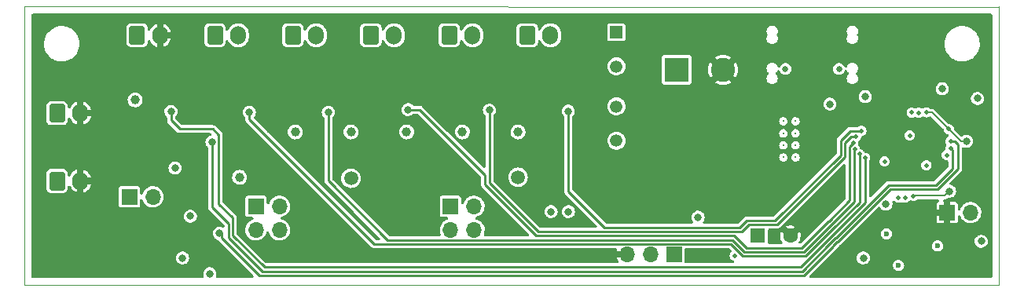
<source format=gbr>
%TF.GenerationSoftware,KiCad,Pcbnew,(6.0.10)*%
%TF.CreationDate,2022-12-24T21:30:53-06:00*%
%TF.ProjectId,better-klipper-expander,62657474-6572-42d6-9b6c-69707065722d,V1*%
%TF.SameCoordinates,Original*%
%TF.FileFunction,Copper,L4,Bot*%
%TF.FilePolarity,Positive*%
%FSLAX46Y46*%
G04 Gerber Fmt 4.6, Leading zero omitted, Abs format (unit mm)*
G04 Created by KiCad (PCBNEW (6.0.10)) date 2022-12-24 21:30:53*
%MOMM*%
%LPD*%
G01*
G04 APERTURE LIST*
G04 Aperture macros list*
%AMRoundRect*
0 Rectangle with rounded corners*
0 $1 Rounding radius*
0 $2 $3 $4 $5 $6 $7 $8 $9 X,Y pos of 4 corners*
0 Add a 4 corners polygon primitive as box body*
4,1,4,$2,$3,$4,$5,$6,$7,$8,$9,$2,$3,0*
0 Add four circle primitives for the rounded corners*
1,1,$1+$1,$2,$3*
1,1,$1+$1,$4,$5*
1,1,$1+$1,$6,$7*
1,1,$1+$1,$8,$9*
0 Add four rect primitives between the rounded corners*
20,1,$1+$1,$2,$3,$4,$5,0*
20,1,$1+$1,$4,$5,$6,$7,0*
20,1,$1+$1,$6,$7,$8,$9,0*
20,1,$1+$1,$8,$9,$2,$3,0*%
G04 Aperture macros list end*
%TA.AperFunction,Profile*%
%ADD10C,0.050000*%
%TD*%
%TA.AperFunction,ComponentPad*%
%ADD11RoundRect,0.250000X-0.600000X-0.750000X0.600000X-0.750000X0.600000X0.750000X-0.600000X0.750000X0*%
%TD*%
%TA.AperFunction,ComponentPad*%
%ADD12O,1.700000X2.000000*%
%TD*%
%TA.AperFunction,ComponentPad*%
%ADD13R,1.700000X1.700000*%
%TD*%
%TA.AperFunction,ComponentPad*%
%ADD14O,1.700000X1.700000*%
%TD*%
%TA.AperFunction,ComponentPad*%
%ADD15R,2.600000X2.600000*%
%TD*%
%TA.AperFunction,ComponentPad*%
%ADD16C,2.600000*%
%TD*%
%TA.AperFunction,ComponentPad*%
%ADD17C,0.300000*%
%TD*%
%TA.AperFunction,ComponentPad*%
%ADD18R,1.600000X1.600000*%
%TD*%
%TA.AperFunction,ComponentPad*%
%ADD19C,1.600000*%
%TD*%
%TA.AperFunction,ComponentPad*%
%ADD20C,0.660400*%
%TD*%
%TA.AperFunction,ComponentPad*%
%ADD21R,1.337000X1.337000*%
%TD*%
%TA.AperFunction,ComponentPad*%
%ADD22C,1.337000*%
%TD*%
%TA.AperFunction,ViaPad*%
%ADD23C,0.800000*%
%TD*%
%TA.AperFunction,ViaPad*%
%ADD24C,0.600000*%
%TD*%
%TA.AperFunction,ViaPad*%
%ADD25C,1.000000*%
%TD*%
%TA.AperFunction,ViaPad*%
%ADD26C,0.500000*%
%TD*%
%TA.AperFunction,ViaPad*%
%ADD27C,1.500000*%
%TD*%
%TA.AperFunction,Conductor*%
%ADD28C,0.150000*%
%TD*%
%TA.AperFunction,Conductor*%
%ADD29C,0.250000*%
%TD*%
G04 APERTURE END LIST*
D10*
X88045000Y-77495000D02*
X88045000Y-107495000D01*
X193045000Y-77500000D02*
X88045000Y-77495000D01*
X88045000Y-107495000D02*
X193045000Y-107495000D01*
X193045000Y-107495000D02*
X193045000Y-77495000D01*
D11*
%TO.P,J8,1,Pin_1*%
%TO.N,Net-(D9-Pad2)*%
X108550000Y-80575000D03*
D12*
%TO.P,J8,2,Pin_2*%
%TO.N,VFAN*%
X111050000Y-80575000D03*
%TD*%
D13*
%TO.P,JP2,1,A*%
%TO.N,Net-(J6-Pad1)*%
X99325000Y-98000000D03*
D14*
%TO.P,JP2,2,B*%
%TO.N,Net-(JP2-Pad2)*%
X101865000Y-98000000D03*
%TD*%
D11*
%TO.P,J5,1,Pin_1*%
%TO.N,Net-(D7-Pad2)*%
X125350000Y-80575000D03*
D12*
%TO.P,J5,2,Pin_2*%
%TO.N,VFAN*%
X127850000Y-80575000D03*
%TD*%
D11*
%TO.P,J9,1,Pin_1*%
%TO.N,VFAN*%
X100150000Y-80575000D03*
D12*
%TO.P,J9,2,Pin_2*%
%TO.N,GND*%
X102650000Y-80575000D03*
%TD*%
D11*
%TO.P,J3,1,Pin_1*%
%TO.N,Net-(D5-Pad2)*%
X142200000Y-80575000D03*
D12*
%TO.P,J3,2,Pin_2*%
%TO.N,VFAN*%
X144700000Y-80575000D03*
%TD*%
D13*
%TO.P,J13,1,Pin_1*%
%TO.N,VFAN*%
X112960000Y-99025000D03*
D14*
%TO.P,J13,2,Pin_2*%
X115500000Y-99025000D03*
%TO.P,J13,3,Pin_3*%
%TO.N,Net-(F3-Pad1)*%
X112960000Y-101565000D03*
%TO.P,J13,4,Pin_4*%
%TO.N,VCC*%
X115500000Y-101565000D03*
%TD*%
D11*
%TO.P,J4,1,Pin_1*%
%TO.N,Net-(D6-Pad2)*%
X133800000Y-80575000D03*
D12*
%TO.P,J4,2,Pin_2*%
%TO.N,VFAN*%
X136300000Y-80575000D03*
%TD*%
D11*
%TO.P,J6,1,Pin_1*%
%TO.N,Net-(J6-Pad1)*%
X91545000Y-96295000D03*
D12*
%TO.P,J6,2,Pin_2*%
%TO.N,GND*%
X94045000Y-96295000D03*
%TD*%
D15*
%TO.P,J1,1,Pin_1*%
%TO.N,Net-(F2-Pad1)*%
X158300000Y-84295000D03*
D16*
%TO.P,J1,2,Pin_2*%
%TO.N,GND*%
X163300000Y-84295000D03*
%TD*%
D13*
%TO.P,J11,1,Pin_1*%
%TO.N,VFAN*%
X133925000Y-99025000D03*
D14*
%TO.P,J11,2,Pin_2*%
X136465000Y-99025000D03*
%TO.P,J11,3,Pin_3*%
%TO.N,Net-(F3-Pad1)*%
X133925000Y-101565000D03*
%TO.P,J11,4,Pin_4*%
%TO.N,VCC*%
X136465000Y-101565000D03*
%TD*%
D11*
%TO.P,J7,1,Pin_1*%
%TO.N,Net-(D8-Pad2)*%
X116950000Y-80575000D03*
D12*
%TO.P,J7,2,Pin_2*%
%TO.N,VFAN*%
X119450000Y-80575000D03*
%TD*%
D17*
%TO.P,U3,10*%
%TO.N,N/C*%
X171090000Y-93750000D03*
%TO.P,U3,11*%
X169790000Y-93750000D03*
%TO.P,U3,12*%
X171090000Y-92450000D03*
%TO.P,U3,13*%
X169790000Y-92450000D03*
%TO.P,U3,14*%
X171090000Y-91150000D03*
%TO.P,U3,15*%
X169790000Y-91150000D03*
%TO.P,U3,16*%
X171090000Y-89850000D03*
%TO.P,U3,17*%
X169790000Y-89850000D03*
%TD*%
D13*
%TO.P,J12,1,Pin_1*%
%TO.N,+5V*%
X158000000Y-104200000D03*
D14*
%TO.P,J12,2,Pin_2*%
%TO.N,Net-(J12-Pad2)*%
X155460000Y-104200000D03*
%TO.P,J12,3,Pin_3*%
%TO.N,GND*%
X152920000Y-104200000D03*
%TD*%
D11*
%TO.P,J10,1,Pin_1*%
%TO.N,Net-(J10-Pad1)*%
X91545000Y-88975000D03*
D12*
%TO.P,J10,2,Pin_2*%
%TO.N,GND*%
X94045000Y-88975000D03*
%TD*%
D13*
%TO.P,JP1,1,A*%
%TO.N,GND*%
X187425000Y-99700000D03*
D14*
%TO.P,JP1,2,B*%
%TO.N,Net-(C4-Pad2)*%
X189965000Y-99700000D03*
%TD*%
D18*
%TO.P,C19,1*%
%TO.N,+5V*%
X167047349Y-102200000D03*
D19*
%TO.P,C19,2*%
%TO.N,GND*%
X170547349Y-102200000D03*
%TD*%
D20*
%TO.P,J2,17*%
%TO.N,N/C*%
X175789999Y-84210801D03*
%TO.P,J2,18*%
X170010001Y-84210801D03*
%TD*%
D21*
%TO.P,F2,1,1*%
%TO.N,Net-(F2-Pad1)*%
X151800000Y-80250000D03*
D22*
%TO.P,F2,2,2*%
X151800000Y-83950000D03*
%TO.P,F2,3,3*%
%TO.N,VCC*%
X151800000Y-88250000D03*
%TO.P,F2,4,4*%
X151800000Y-91950000D03*
%TD*%
D23*
%TO.N,GND*%
X181917500Y-94605000D03*
D24*
X179600000Y-85699502D03*
D23*
X186400000Y-105200000D03*
X191400000Y-94400000D03*
X184017500Y-92605000D03*
X176650000Y-103650000D03*
D24*
X163400000Y-104300000D03*
D23*
X184017500Y-94605000D03*
X103125100Y-104587400D03*
X191100000Y-105100000D03*
X108362500Y-87587500D03*
X181917500Y-92605000D03*
X116862500Y-87582905D03*
X142762500Y-87571351D03*
X182917500Y-93600000D03*
X163245000Y-92095000D03*
X172600000Y-83300000D03*
D24*
X176100000Y-96400000D03*
X178900000Y-101100000D03*
D23*
X165000000Y-97550000D03*
D25*
X151800000Y-100200000D03*
X111200000Y-91800000D03*
D23*
X134262500Y-87571351D03*
X102000000Y-86300000D03*
X158500000Y-99200000D03*
X125462500Y-87571351D03*
X184000000Y-103200000D03*
X102312600Y-94887400D03*
%TO.N,+3.3V*%
X180850000Y-98800000D03*
X189500000Y-92000000D03*
X105062500Y-104600000D03*
X190700000Y-87400000D03*
X104250000Y-94900000D03*
D24*
X180900000Y-102000000D03*
D23*
X105900000Y-100100000D03*
D26*
X180700000Y-94200000D03*
X183400000Y-91400000D03*
D23*
X191100000Y-102800000D03*
X108000000Y-106300000D03*
X178400000Y-104600000D03*
D26*
X187600000Y-90700000D03*
X185199104Y-88892181D03*
X183797382Y-97911054D03*
D23*
X187700000Y-97400000D03*
D26*
X185200000Y-94600000D03*
D23*
X186900000Y-86350000D03*
%TO.N,+5V*%
X160600000Y-100200000D03*
X146637500Y-99600000D03*
D24*
%TO.N,XIN*%
X182200000Y-105400000D03*
D26*
X182200000Y-98100000D03*
D25*
%TO.N,Net-(D6-Pad2)*%
X135200000Y-91000000D03*
%TO.N,Net-(D7-Pad2)*%
X129200000Y-91000000D03*
%TO.N,Net-(D8-Pad2)*%
X123200000Y-91000000D03*
%TO.N,Net-(D9-Pad2)*%
X117200000Y-91000000D03*
D23*
%TO.N,Net-(F3-Pad1)*%
X144762500Y-99600000D03*
D25*
%TO.N,Net-(D5-Pad2)*%
X141200000Y-91000000D03*
D23*
%TO.N,FAN0*%
X146612500Y-88762500D03*
D26*
X178200000Y-90900000D03*
%TO.N,FAN1*%
X177600000Y-91500000D03*
D23*
X138112500Y-88662500D03*
D26*
%TO.N,FAN2*%
X177300000Y-92200000D03*
D23*
X129362500Y-88600000D03*
%TO.N,FAN3*%
X120762500Y-88900000D03*
D26*
X177500000Y-92900000D03*
D23*
%TO.N,FAN4*%
X112262500Y-88900000D03*
D26*
X178000000Y-93400000D03*
%TO.N,FAN5*%
X178600000Y-93800000D03*
D23*
X103812500Y-88812500D03*
%TO.N,TH0*%
X109050000Y-101937500D03*
D26*
X187800000Y-92000000D03*
%TO.N,TH1*%
X187800000Y-92800000D03*
D23*
X108237500Y-92100000D03*
D25*
%TO.N,VFAN*%
X111200000Y-95900000D03*
D27*
X123200000Y-96000000D03*
X141200000Y-95900000D03*
D25*
X99950000Y-87550000D03*
D26*
%TO.N,D+*%
X183620878Y-88920878D03*
D23*
X174800000Y-88000000D03*
%TO.N,D-*%
X178600000Y-87200000D03*
D26*
X184376516Y-88940488D03*
%TO.N,XOUT*%
X182900000Y-98100000D03*
D24*
X186400000Y-103300000D03*
D26*
%TO.N,NEOPIXEL*%
X187400000Y-93500000D03*
X164550569Y-104349431D03*
%TD*%
D28*
%TO.N,+3.3V*%
X185792181Y-88892181D02*
X188900000Y-92000000D01*
X187200000Y-97900000D02*
X183808436Y-97900000D01*
X183808436Y-97900000D02*
X183797382Y-97911054D01*
X188900000Y-92000000D02*
X189500000Y-92000000D01*
X187700000Y-97400000D02*
X187200000Y-97900000D01*
X185199104Y-88892181D02*
X185792181Y-88892181D01*
D29*
%TO.N,FAN0*%
X165850000Y-100550000D02*
X165100000Y-101300000D01*
X146600000Y-97400000D02*
X146600000Y-88775000D01*
X165100000Y-101300000D02*
X150500000Y-101300000D01*
X175950000Y-93513604D02*
X168913604Y-100550000D01*
X150500000Y-101300000D02*
X146600000Y-97400000D01*
X178200000Y-90900000D02*
X177000000Y-90900000D01*
X177000000Y-90900000D02*
X175950000Y-91950000D01*
X168913604Y-100550000D02*
X165850000Y-100550000D01*
X175950000Y-91950000D02*
X175950000Y-93513604D01*
X146600000Y-88775000D02*
X146612500Y-88762500D01*
%TO.N,FAN1*%
X169100000Y-101000000D02*
X166100000Y-101000000D01*
X165350000Y-101750000D02*
X143350000Y-101750000D01*
X166100000Y-101000000D02*
X165350000Y-101750000D01*
X177100000Y-91500000D02*
X176400000Y-92200000D01*
X143350000Y-101750000D02*
X138112500Y-96512500D01*
X177600000Y-91500000D02*
X177100000Y-91500000D01*
X176400000Y-93700000D02*
X169100000Y-101000000D01*
X176400000Y-92200000D02*
X176400000Y-93700000D01*
X138112500Y-96512500D02*
X138112500Y-88662500D01*
%TO.N,FAN2*%
X176900000Y-98400000D02*
X174675000Y-100625000D01*
X137662500Y-95662500D02*
X130600000Y-88600000D01*
X130600000Y-88600000D02*
X129362500Y-88600000D01*
X174675000Y-100625000D02*
X174667715Y-100625000D01*
X164486396Y-102200000D02*
X143163604Y-102200000D01*
X137662500Y-96698896D02*
X137662500Y-95662500D01*
X177300000Y-92200000D02*
X176900000Y-92600000D01*
X174667715Y-100625000D02*
X171792715Y-103500000D01*
X165786396Y-103500000D02*
X164486396Y-102200000D01*
X171792715Y-103500000D02*
X165786396Y-103500000D01*
X143163604Y-102200000D02*
X137662500Y-96698896D01*
X176900000Y-92600000D02*
X176900000Y-98400000D01*
%TO.N,FAN3*%
X177400000Y-98554416D02*
X174879416Y-101075000D01*
X165600000Y-103950000D02*
X164300000Y-102650000D01*
X174854111Y-101075000D02*
X171979111Y-103950000D01*
X174879416Y-101075000D02*
X174854111Y-101075000D01*
X164300000Y-102650000D02*
X127150000Y-102650000D01*
X171979111Y-103950000D02*
X165600000Y-103950000D01*
X177500000Y-92900000D02*
X177400000Y-93000000D01*
X120762500Y-96262500D02*
X120762500Y-88900000D01*
X127150000Y-102650000D02*
X120762500Y-96262500D01*
X177400000Y-93000000D02*
X177400000Y-98554416D01*
%TO.N,FAN4*%
X125700000Y-103100000D02*
X112262500Y-89662500D01*
X164113604Y-103100000D02*
X125700000Y-103100000D01*
X172190812Y-104400000D02*
X165413604Y-104400000D01*
X175065812Y-101525000D02*
X175040507Y-101525000D01*
X178000000Y-93400000D02*
X178000000Y-98590812D01*
X173825000Y-102765812D02*
X172190812Y-104400000D01*
X165413604Y-104400000D02*
X164113604Y-103100000D01*
X173825000Y-102740507D02*
X173825000Y-102765812D01*
X178000000Y-98590812D02*
X175065812Y-101525000D01*
X175040507Y-101525000D02*
X173825000Y-102740507D01*
X112262500Y-89662500D02*
X112262500Y-88900000D01*
%TO.N,FAN5*%
X175252208Y-101975000D02*
X175226903Y-101975000D01*
X110450000Y-100250000D02*
X108962500Y-98762500D01*
X108962500Y-98762500D02*
X108962500Y-91362500D01*
X174275000Y-102952208D02*
X171627208Y-105600000D01*
X178600000Y-93800000D02*
X178600000Y-98627208D01*
X108962500Y-91362500D02*
X108300000Y-90700000D01*
X110450000Y-102150000D02*
X110450000Y-100250000D01*
X175226903Y-101975000D02*
X174275000Y-102926903D01*
X103812500Y-89712500D02*
X103812500Y-88812500D01*
X178600000Y-98627208D02*
X175252208Y-101975000D01*
X108300000Y-90700000D02*
X104800000Y-90700000D01*
X174275000Y-102926903D02*
X174275000Y-102952208D01*
X171627208Y-105600000D02*
X113900000Y-105600000D01*
X113900000Y-105600000D02*
X110450000Y-102150000D01*
X104800000Y-90700000D02*
X103812500Y-89712500D01*
%TO.N,TH0*%
X187800000Y-92000000D02*
X188235020Y-92000000D01*
X172000000Y-106500000D02*
X113300000Y-106500000D01*
X113300000Y-106500000D02*
X109237500Y-102437500D01*
X181300000Y-97200000D02*
X175625000Y-102875000D01*
X188235020Y-92000000D02*
X188600000Y-92364980D01*
X109237500Y-102437500D02*
X109237500Y-101937500D01*
X175175000Y-103299695D02*
X175175000Y-103325000D01*
X175599695Y-102875000D02*
X175175000Y-103299695D01*
X186400000Y-97200000D02*
X181300000Y-97200000D01*
X175625000Y-102875000D02*
X175599695Y-102875000D01*
X188600000Y-92364980D02*
X188600000Y-95000000D01*
X188600000Y-95000000D02*
X186400000Y-97200000D01*
X175175000Y-103325000D02*
X172000000Y-106500000D01*
%TO.N,TH1*%
X187975000Y-94988604D02*
X186213604Y-96750000D01*
X113650000Y-106050000D02*
X110000000Y-102400000D01*
X187800000Y-92800000D02*
X187975000Y-92975000D01*
X187975000Y-92975000D02*
X187975000Y-94988604D01*
X175413299Y-102425000D02*
X174725000Y-103113299D01*
X171813604Y-106050000D02*
X113650000Y-106050000D01*
X174725000Y-103113299D02*
X174725000Y-103138604D01*
X110000000Y-100900000D02*
X108237500Y-99137500D01*
X110000000Y-102400000D02*
X110000000Y-100900000D01*
X186213604Y-96750000D02*
X181113604Y-96750000D01*
X175438604Y-102425000D02*
X175413299Y-102425000D01*
X174725000Y-103138604D02*
X171813604Y-106050000D01*
X181113604Y-96750000D02*
X175438604Y-102425000D01*
X108237500Y-99137500D02*
X108237500Y-92100000D01*
%TD*%
%TA.AperFunction,Conductor*%
%TO.N,GND*%
G36*
X140727035Y-78248009D02*
G01*
X192145507Y-78250457D01*
X192220006Y-78270423D01*
X192274541Y-78324963D01*
X192294500Y-78399457D01*
X192294500Y-106595500D01*
X192274538Y-106670000D01*
X192220000Y-106724538D01*
X192145500Y-106744500D01*
X172716966Y-106744500D01*
X172642466Y-106724538D01*
X172587928Y-106670000D01*
X172567966Y-106595500D01*
X172587928Y-106521000D01*
X172611607Y-106490141D01*
X173701747Y-105400000D01*
X181594318Y-105400000D01*
X181614956Y-105556762D01*
X181618693Y-105565784D01*
X181650566Y-105642731D01*
X181675464Y-105702841D01*
X181771718Y-105828282D01*
X181897159Y-105924536D01*
X181906182Y-105928274D01*
X181906183Y-105928274D01*
X181998582Y-105966547D01*
X182043238Y-105985044D01*
X182052919Y-105986319D01*
X182052921Y-105986319D01*
X182190315Y-106004407D01*
X182200000Y-106005682D01*
X182209685Y-106004407D01*
X182347079Y-105986319D01*
X182347081Y-105986319D01*
X182356762Y-105985044D01*
X182401418Y-105966547D01*
X182493817Y-105928274D01*
X182493818Y-105928274D01*
X182502841Y-105924536D01*
X182628282Y-105828282D01*
X182724536Y-105702841D01*
X182749435Y-105642731D01*
X182781307Y-105565784D01*
X182785044Y-105556762D01*
X182805682Y-105400000D01*
X182792751Y-105301779D01*
X182786319Y-105252921D01*
X182786319Y-105252919D01*
X182785044Y-105243238D01*
X182762059Y-105187747D01*
X182728274Y-105106183D01*
X182728274Y-105106182D01*
X182724536Y-105097159D01*
X182628282Y-104971718D01*
X182502841Y-104875464D01*
X182452090Y-104854442D01*
X182365784Y-104818693D01*
X182356762Y-104814956D01*
X182347081Y-104813681D01*
X182347079Y-104813681D01*
X182209685Y-104795593D01*
X182200000Y-104794318D01*
X182190315Y-104795593D01*
X182052921Y-104813681D01*
X182052919Y-104813681D01*
X182043238Y-104814956D01*
X182034216Y-104818693D01*
X181947911Y-104854442D01*
X181897159Y-104875464D01*
X181771718Y-104971718D01*
X181675464Y-105097159D01*
X181671726Y-105106182D01*
X181671726Y-105106183D01*
X181637941Y-105187747D01*
X181614956Y-105243238D01*
X181613681Y-105252919D01*
X181613681Y-105252921D01*
X181607249Y-105301779D01*
X181594318Y-105400000D01*
X173701747Y-105400000D01*
X174509136Y-104592611D01*
X177694394Y-104592611D01*
X177712999Y-104761135D01*
X177716087Y-104769572D01*
X177716087Y-104769574D01*
X177744858Y-104848193D01*
X177771266Y-104920356D01*
X177776275Y-104927811D01*
X177776276Y-104927812D01*
X177857711Y-105049000D01*
X177865830Y-105061083D01*
X177872472Y-105067126D01*
X177872473Y-105067128D01*
X177968536Y-105154538D01*
X177991233Y-105175191D01*
X177999128Y-105179478D01*
X177999130Y-105179479D01*
X178132344Y-105251808D01*
X178132347Y-105251809D01*
X178140235Y-105256092D01*
X178177743Y-105265932D01*
X178295549Y-105296838D01*
X178295551Y-105296838D01*
X178304233Y-105299116D01*
X178313209Y-105299257D01*
X178464781Y-105301638D01*
X178473760Y-105301779D01*
X178639029Y-105263928D01*
X178680167Y-105243238D01*
X178782471Y-105191784D01*
X178790498Y-105187747D01*
X178868829Y-105120846D01*
X178912594Y-105083467D01*
X178912596Y-105083465D01*
X178919423Y-105077634D01*
X178984595Y-104986938D01*
X179013124Y-104947236D01*
X179013126Y-104947232D01*
X179018361Y-104939947D01*
X179050622Y-104859696D01*
X179078251Y-104790969D01*
X179078252Y-104790964D01*
X179081601Y-104782634D01*
X179105490Y-104614778D01*
X179105645Y-104600000D01*
X179085276Y-104431680D01*
X179025345Y-104273077D01*
X178929312Y-104133349D01*
X178922604Y-104127372D01*
X178809428Y-104026535D01*
X178809424Y-104026532D01*
X178802721Y-104020560D01*
X178794783Y-104016357D01*
X178794780Y-104016355D01*
X178660823Y-103945429D01*
X178652881Y-103941224D01*
X178644168Y-103939035D01*
X178644167Y-103939035D01*
X178506308Y-103904407D01*
X178488441Y-103899919D01*
X178384002Y-103899372D01*
X178327873Y-103899078D01*
X178318895Y-103899031D01*
X178310164Y-103901127D01*
X178310165Y-103901127D01*
X178162765Y-103936515D01*
X178162762Y-103936516D01*
X178154032Y-103938612D01*
X178146053Y-103942730D01*
X178146051Y-103942731D01*
X178037032Y-103999000D01*
X178003369Y-104016375D01*
X177996602Y-104022279D01*
X177996598Y-104022281D01*
X177882373Y-104121926D01*
X177875604Y-104127831D01*
X177778113Y-104266547D01*
X177716524Y-104424513D01*
X177694394Y-104592611D01*
X174509136Y-104592611D01*
X175428216Y-103673531D01*
X175428219Y-103673529D01*
X175523528Y-103578220D01*
X175528849Y-103567777D01*
X175528852Y-103567773D01*
X175533601Y-103558452D01*
X175545811Y-103538526D01*
X175558849Y-103520581D01*
X175560220Y-103521578D01*
X175574440Y-103502003D01*
X175776443Y-103300000D01*
X185794318Y-103300000D01*
X185795593Y-103309685D01*
X185806402Y-103391784D01*
X185814956Y-103456762D01*
X185818693Y-103465784D01*
X185839089Y-103515023D01*
X185875464Y-103602841D01*
X185971718Y-103728282D01*
X186097159Y-103824536D01*
X186106182Y-103828274D01*
X186106183Y-103828274D01*
X186157804Y-103849656D01*
X186243238Y-103885044D01*
X186252919Y-103886319D01*
X186252921Y-103886319D01*
X186390315Y-103904407D01*
X186400000Y-103905682D01*
X186409685Y-103904407D01*
X186547079Y-103886319D01*
X186547081Y-103886319D01*
X186556762Y-103885044D01*
X186642196Y-103849656D01*
X186693817Y-103828274D01*
X186693818Y-103828274D01*
X186702841Y-103824536D01*
X186828282Y-103728282D01*
X186924536Y-103602841D01*
X186960912Y-103515023D01*
X186981307Y-103465784D01*
X186985044Y-103456762D01*
X186993599Y-103391784D01*
X187004407Y-103309685D01*
X187005682Y-103300000D01*
X187003505Y-103283467D01*
X186986319Y-103152921D01*
X186986319Y-103152919D01*
X186985044Y-103143238D01*
X186924536Y-102997159D01*
X186828282Y-102871718D01*
X186725187Y-102792611D01*
X190394394Y-102792611D01*
X190395380Y-102801542D01*
X190395380Y-102801543D01*
X190395748Y-102804877D01*
X190412999Y-102961135D01*
X190416087Y-102969572D01*
X190416087Y-102969574D01*
X190429484Y-103006183D01*
X190471266Y-103120356D01*
X190476275Y-103127811D01*
X190476276Y-103127812D01*
X190550938Y-103238921D01*
X190565830Y-103261083D01*
X190572472Y-103267126D01*
X190572473Y-103267128D01*
X190619243Y-103309685D01*
X190691233Y-103375191D01*
X190699128Y-103379478D01*
X190699130Y-103379479D01*
X190832344Y-103451808D01*
X190832347Y-103451809D01*
X190840235Y-103456092D01*
X190877179Y-103465784D01*
X190995549Y-103496838D01*
X190995551Y-103496838D01*
X191004233Y-103499116D01*
X191013209Y-103499257D01*
X191164781Y-103501638D01*
X191173760Y-103501779D01*
X191339029Y-103463928D01*
X191349633Y-103458595D01*
X191482471Y-103391784D01*
X191490498Y-103387747D01*
X191512279Y-103369144D01*
X191612594Y-103283467D01*
X191612596Y-103283465D01*
X191619423Y-103277634D01*
X191658302Y-103223528D01*
X191713124Y-103147236D01*
X191713126Y-103147232D01*
X191718361Y-103139947D01*
X191744922Y-103073875D01*
X191778251Y-102990969D01*
X191778252Y-102990964D01*
X191781601Y-102982634D01*
X191805490Y-102814778D01*
X191805645Y-102800000D01*
X191785276Y-102631680D01*
X191725345Y-102473077D01*
X191629312Y-102333349D01*
X191622604Y-102327372D01*
X191509428Y-102226535D01*
X191509424Y-102226532D01*
X191502721Y-102220560D01*
X191494783Y-102216357D01*
X191494780Y-102216355D01*
X191360823Y-102145429D01*
X191352881Y-102141224D01*
X191344168Y-102139035D01*
X191344167Y-102139035D01*
X191244754Y-102114064D01*
X191188441Y-102099919D01*
X191084002Y-102099372D01*
X191027873Y-102099078D01*
X191018895Y-102099031D01*
X191010164Y-102101127D01*
X191010165Y-102101127D01*
X190862765Y-102136515D01*
X190862762Y-102136516D01*
X190854032Y-102138612D01*
X190846053Y-102142730D01*
X190846051Y-102142731D01*
X190714145Y-102210813D01*
X190703369Y-102216375D01*
X190696602Y-102222279D01*
X190696598Y-102222281D01*
X190595368Y-102310590D01*
X190575604Y-102327831D01*
X190478113Y-102466547D01*
X190416524Y-102624513D01*
X190394394Y-102792611D01*
X186725187Y-102792611D01*
X186702841Y-102775464D01*
X186660523Y-102757935D01*
X186565784Y-102718693D01*
X186556762Y-102714956D01*
X186547081Y-102713681D01*
X186547079Y-102713681D01*
X186409685Y-102695593D01*
X186400000Y-102694318D01*
X186390315Y-102695593D01*
X186252921Y-102713681D01*
X186252919Y-102713681D01*
X186243238Y-102714956D01*
X186234216Y-102718693D01*
X186139478Y-102757935D01*
X186097159Y-102775464D01*
X185971718Y-102871718D01*
X185875464Y-102997159D01*
X185814956Y-103143238D01*
X185813681Y-103152919D01*
X185813681Y-103152921D01*
X185796495Y-103283467D01*
X185794318Y-103300000D01*
X175776443Y-103300000D01*
X175802002Y-103274441D01*
X175821580Y-103260218D01*
X175820584Y-103258847D01*
X175838525Y-103245813D01*
X175858452Y-103233601D01*
X175867774Y-103228851D01*
X175867776Y-103228850D01*
X175878220Y-103223528D01*
X177101748Y-102000000D01*
X180294318Y-102000000D01*
X180295593Y-102009685D01*
X180313107Y-102142714D01*
X180314956Y-102156762D01*
X180318693Y-102165784D01*
X180358615Y-102262163D01*
X180375464Y-102302841D01*
X180471718Y-102428282D01*
X180597159Y-102524536D01*
X180606182Y-102528274D01*
X180606183Y-102528274D01*
X180722898Y-102576619D01*
X180743238Y-102585044D01*
X180752919Y-102586319D01*
X180752921Y-102586319D01*
X180890315Y-102604407D01*
X180900000Y-102605682D01*
X180909685Y-102604407D01*
X181047079Y-102586319D01*
X181047081Y-102586319D01*
X181056762Y-102585044D01*
X181077102Y-102576619D01*
X181193817Y-102528274D01*
X181193818Y-102528274D01*
X181202841Y-102524536D01*
X181328282Y-102428282D01*
X181424536Y-102302841D01*
X181441386Y-102262163D01*
X181481307Y-102165784D01*
X181485044Y-102156762D01*
X181486894Y-102142714D01*
X181504407Y-102009685D01*
X181505682Y-102000000D01*
X181500007Y-101956895D01*
X181486319Y-101852921D01*
X181486319Y-101852919D01*
X181485044Y-101843238D01*
X181460410Y-101783767D01*
X181428274Y-101706183D01*
X181428274Y-101706182D01*
X181424536Y-101697159D01*
X181328282Y-101571718D01*
X181202841Y-101475464D01*
X181082218Y-101425500D01*
X181065784Y-101418693D01*
X181056762Y-101414956D01*
X181047081Y-101413681D01*
X181047079Y-101413681D01*
X180909685Y-101395593D01*
X180900000Y-101394318D01*
X180890315Y-101395593D01*
X180752921Y-101413681D01*
X180752919Y-101413681D01*
X180743238Y-101414956D01*
X180734216Y-101418693D01*
X180717783Y-101425500D01*
X180597159Y-101475464D01*
X180471718Y-101571718D01*
X180375464Y-101697159D01*
X180371726Y-101706182D01*
X180371726Y-101706183D01*
X180339590Y-101783767D01*
X180314956Y-101843238D01*
X180313681Y-101852919D01*
X180313681Y-101852921D01*
X180299993Y-101956895D01*
X180294318Y-102000000D01*
X177101748Y-102000000D01*
X178511594Y-100590154D01*
X186275000Y-100590154D01*
X186275523Y-100598966D01*
X186276791Y-100609623D01*
X186282652Y-100630949D01*
X186317895Y-100710293D01*
X186333214Y-100732583D01*
X186392839Y-100792104D01*
X186415155Y-100807384D01*
X186494545Y-100842482D01*
X186515918Y-100848309D01*
X186526124Y-100849498D01*
X186534754Y-100850000D01*
X187055384Y-100850000D01*
X187070855Y-100845855D01*
X187075000Y-100830384D01*
X187775000Y-100830384D01*
X187779145Y-100845855D01*
X187794616Y-100850000D01*
X188315154Y-100850000D01*
X188323966Y-100849477D01*
X188334623Y-100848209D01*
X188355949Y-100842348D01*
X188435293Y-100807105D01*
X188457583Y-100791786D01*
X188517104Y-100732161D01*
X188532384Y-100709845D01*
X188567482Y-100630455D01*
X188573309Y-100609082D01*
X188574498Y-100598876D01*
X188575000Y-100590246D01*
X188575000Y-100093112D01*
X188594962Y-100018612D01*
X188649500Y-99964074D01*
X188724000Y-99944112D01*
X188798500Y-99964074D01*
X188853038Y-100018612D01*
X188868415Y-100056433D01*
X188875845Y-100085690D01*
X188878703Y-100091890D01*
X188878705Y-100091895D01*
X188921579Y-100184895D01*
X188964369Y-100277714D01*
X188968305Y-100283284D01*
X188968306Y-100283285D01*
X189082467Y-100444819D01*
X189086405Y-100450391D01*
X189237865Y-100597937D01*
X189413677Y-100715411D01*
X189607953Y-100798878D01*
X189814186Y-100845544D01*
X189865544Y-100847562D01*
X190018641Y-100853578D01*
X190018645Y-100853578D01*
X190025470Y-100853846D01*
X190234730Y-100823504D01*
X190241187Y-100821312D01*
X190241192Y-100821311D01*
X190377548Y-100775024D01*
X190434955Y-100755537D01*
X190548794Y-100691784D01*
X190613481Y-100655558D01*
X190613486Y-100655554D01*
X190619442Y-100652219D01*
X190782012Y-100517012D01*
X190917219Y-100354442D01*
X190920554Y-100348486D01*
X190920558Y-100348481D01*
X190975640Y-100250124D01*
X191020537Y-100169955D01*
X191044283Y-100100000D01*
X191086311Y-99976192D01*
X191086312Y-99976187D01*
X191088504Y-99969730D01*
X191118846Y-99760470D01*
X191119063Y-99752202D01*
X191120314Y-99704383D01*
X191120429Y-99700000D01*
X191113679Y-99626535D01*
X191101706Y-99496242D01*
X191101081Y-99489440D01*
X191075597Y-99399078D01*
X191045542Y-99292512D01*
X191043686Y-99285931D01*
X190950165Y-99096290D01*
X190946084Y-99090825D01*
X190946081Y-99090820D01*
X190827739Y-98932341D01*
X190827737Y-98932339D01*
X190823651Y-98926867D01*
X190668381Y-98783337D01*
X190489554Y-98670505D01*
X190483215Y-98667976D01*
X190483209Y-98667973D01*
X190299504Y-98594683D01*
X190293160Y-98592152D01*
X190235164Y-98580616D01*
X190092478Y-98552234D01*
X190092475Y-98552234D01*
X190085775Y-98550901D01*
X189980060Y-98549517D01*
X189881180Y-98548222D01*
X189881175Y-98548222D01*
X189874346Y-98548133D01*
X189867613Y-98549290D01*
X189867612Y-98549290D01*
X189672684Y-98582784D01*
X189672680Y-98582785D01*
X189665953Y-98583941D01*
X189536552Y-98631680D01*
X189512379Y-98640598D01*
X189467575Y-98657127D01*
X189461702Y-98660621D01*
X189310812Y-98750391D01*
X189285856Y-98765238D01*
X189257190Y-98790377D01*
X189132022Y-98900146D01*
X189132019Y-98900149D01*
X189126881Y-98904655D01*
X189094738Y-98945429D01*
X189000207Y-99065340D01*
X189000203Y-99065346D01*
X188995976Y-99070708D01*
X188992797Y-99076751D01*
X188992794Y-99076755D01*
X188954941Y-99148703D01*
X188897523Y-99257836D01*
X188886756Y-99292512D01*
X188866298Y-99358397D01*
X188825141Y-99423626D01*
X188756884Y-99459538D01*
X188679815Y-99456510D01*
X188614586Y-99415353D01*
X188578674Y-99347096D01*
X188575000Y-99314212D01*
X188575000Y-98809846D01*
X188574477Y-98801034D01*
X188573209Y-98790377D01*
X188567348Y-98769051D01*
X188532105Y-98689707D01*
X188516786Y-98667417D01*
X188457161Y-98607896D01*
X188434845Y-98592616D01*
X188355455Y-98557518D01*
X188334082Y-98551691D01*
X188323876Y-98550502D01*
X188315246Y-98550000D01*
X187794616Y-98550000D01*
X187779145Y-98554145D01*
X187775000Y-98569616D01*
X187775000Y-100830384D01*
X187075000Y-100830384D01*
X187075000Y-100069616D01*
X187070855Y-100054145D01*
X187055384Y-100050000D01*
X186294616Y-100050000D01*
X186279145Y-100054145D01*
X186275000Y-100069616D01*
X186275000Y-100590154D01*
X178511594Y-100590154D01*
X179996822Y-99104926D01*
X180063617Y-99066362D01*
X180140745Y-99066362D01*
X180207540Y-99104926D01*
X180225852Y-99127181D01*
X180241522Y-99150500D01*
X180299740Y-99237138D01*
X180315830Y-99261083D01*
X180322472Y-99267126D01*
X180322473Y-99267128D01*
X180425099Y-99360510D01*
X180441233Y-99375191D01*
X180449128Y-99379478D01*
X180449130Y-99379479D01*
X180582344Y-99451808D01*
X180582347Y-99451809D01*
X180590235Y-99456092D01*
X180627743Y-99465932D01*
X180745549Y-99496838D01*
X180745551Y-99496838D01*
X180754233Y-99499116D01*
X180763209Y-99499257D01*
X180914781Y-99501638D01*
X180923760Y-99501779D01*
X181089029Y-99463928D01*
X181097291Y-99459773D01*
X181184031Y-99416147D01*
X181240498Y-99387747D01*
X181293393Y-99342570D01*
X181362594Y-99283467D01*
X181362596Y-99283465D01*
X181369423Y-99277634D01*
X181406540Y-99225980D01*
X181463124Y-99147236D01*
X181463126Y-99147232D01*
X181468361Y-99139947D01*
X181481283Y-99107804D01*
X181528251Y-98990969D01*
X181528252Y-98990964D01*
X181531601Y-98982634D01*
X181555490Y-98814778D01*
X181555645Y-98800000D01*
X181535276Y-98631680D01*
X181532101Y-98623279D01*
X181532100Y-98623273D01*
X181524407Y-98602914D01*
X181516748Y-98526167D01*
X181548489Y-98455873D01*
X181611124Y-98410867D01*
X181687871Y-98403208D01*
X181758165Y-98434949D01*
X181781994Y-98459539D01*
X181807379Y-98492621D01*
X181815128Y-98498567D01*
X181910194Y-98571514D01*
X181922375Y-98580861D01*
X182056291Y-98636330D01*
X182200000Y-98655250D01*
X182343709Y-98636330D01*
X182477625Y-98580861D01*
X182479256Y-98579609D01*
X182549998Y-98560653D01*
X182620744Y-98579609D01*
X182622375Y-98580861D01*
X182756291Y-98636330D01*
X182900000Y-98655250D01*
X183043709Y-98636330D01*
X183177625Y-98580861D01*
X183189807Y-98571514D01*
X183284872Y-98498567D01*
X183292621Y-98492621D01*
X183313793Y-98465029D01*
X183337141Y-98434602D01*
X183398331Y-98387650D01*
X183474799Y-98377583D01*
X183519420Y-98392729D01*
X183519757Y-98391915D01*
X183653673Y-98447384D01*
X183797382Y-98466304D01*
X183941091Y-98447384D01*
X184075007Y-98391915D01*
X184186596Y-98306289D01*
X184257851Y-98276775D01*
X184277300Y-98275500D01*
X186426768Y-98275500D01*
X186501268Y-98295462D01*
X186555806Y-98350000D01*
X186575768Y-98424500D01*
X186555806Y-98499000D01*
X186501268Y-98553538D01*
X186487253Y-98560671D01*
X186414707Y-98592895D01*
X186392417Y-98608214D01*
X186332896Y-98667839D01*
X186317616Y-98690155D01*
X186282518Y-98769545D01*
X186276691Y-98790918D01*
X186275502Y-98801124D01*
X186275000Y-98809750D01*
X186275000Y-99330384D01*
X186279145Y-99345855D01*
X186294616Y-99350000D01*
X187055384Y-99350000D01*
X187070855Y-99345855D01*
X187075000Y-99330384D01*
X187075000Y-98569616D01*
X187070448Y-98552628D01*
X187049297Y-98531477D01*
X187010733Y-98464682D01*
X187010733Y-98387554D01*
X187049297Y-98320759D01*
X187116092Y-98282195D01*
X187161673Y-98277283D01*
X187170025Y-98277677D01*
X187182066Y-98280269D01*
X187213632Y-98276533D01*
X187218937Y-98276220D01*
X187218919Y-98276006D01*
X187225041Y-98275500D01*
X187231193Y-98275500D01*
X187237261Y-98274490D01*
X187237262Y-98274490D01*
X187249470Y-98272458D01*
X187256420Y-98271469D01*
X187293977Y-98267024D01*
X187293978Y-98267024D01*
X187306210Y-98265576D01*
X187314377Y-98261654D01*
X187323313Y-98260167D01*
X187334149Y-98254320D01*
X187334152Y-98254319D01*
X187367446Y-98236354D01*
X187373703Y-98233166D01*
X187410449Y-98215521D01*
X187418900Y-98211463D01*
X187423131Y-98207906D01*
X187425408Y-98205629D01*
X187426862Y-98204295D01*
X187433329Y-98200806D01*
X187469210Y-98161990D01*
X187473264Y-98157773D01*
X187489290Y-98141747D01*
X187556085Y-98103183D01*
X187604217Y-98100154D01*
X187604233Y-98099116D01*
X187764781Y-98101638D01*
X187773760Y-98101779D01*
X187939029Y-98063928D01*
X188090498Y-97987747D01*
X188154837Y-97932796D01*
X188212594Y-97883467D01*
X188212596Y-97883465D01*
X188219423Y-97877634D01*
X188287521Y-97782866D01*
X188313124Y-97747236D01*
X188313126Y-97747232D01*
X188318361Y-97739947D01*
X188334420Y-97700000D01*
X188378251Y-97590969D01*
X188378252Y-97590964D01*
X188381601Y-97582634D01*
X188405490Y-97414778D01*
X188405645Y-97400000D01*
X188385276Y-97231680D01*
X188325345Y-97073077D01*
X188229312Y-96933349D01*
X188216469Y-96921906D01*
X188109428Y-96826535D01*
X188109424Y-96826532D01*
X188102721Y-96820560D01*
X188094783Y-96816357D01*
X188094780Y-96816355D01*
X187960823Y-96745429D01*
X187952881Y-96741224D01*
X187944168Y-96739035D01*
X187944167Y-96739035D01*
X187814271Y-96706407D01*
X187746879Y-96668896D01*
X187707270Y-96602715D01*
X187706059Y-96525597D01*
X187745211Y-96456537D01*
X188948528Y-95253220D01*
X188953851Y-95242774D01*
X188958601Y-95233452D01*
X188970813Y-95213525D01*
X188976956Y-95205070D01*
X188976958Y-95205065D01*
X188983849Y-95195581D01*
X188990704Y-95174485D01*
X188999651Y-95152885D01*
X189000063Y-95152078D01*
X189009719Y-95133126D01*
X189011553Y-95121544D01*
X189011555Y-95121539D01*
X189013191Y-95111211D01*
X189018648Y-95088480D01*
X189019697Y-95085252D01*
X189025500Y-95067393D01*
X189025500Y-92789159D01*
X189045462Y-92714659D01*
X189100000Y-92660121D01*
X189174500Y-92640159D01*
X189229349Y-92650622D01*
X189232345Y-92651808D01*
X189240235Y-92656092D01*
X189333410Y-92680536D01*
X189395549Y-92696838D01*
X189395551Y-92696838D01*
X189404233Y-92699116D01*
X189413209Y-92699257D01*
X189564781Y-92701638D01*
X189573760Y-92701779D01*
X189723000Y-92667599D01*
X189730279Y-92665932D01*
X189739029Y-92663928D01*
X189747623Y-92659606D01*
X189882471Y-92591784D01*
X189890498Y-92587747D01*
X189956474Y-92531398D01*
X190012594Y-92483467D01*
X190012596Y-92483465D01*
X190019423Y-92477634D01*
X190055224Y-92427812D01*
X190113124Y-92347236D01*
X190113126Y-92347232D01*
X190118361Y-92339947D01*
X190170727Y-92209684D01*
X190178251Y-92190969D01*
X190178252Y-92190964D01*
X190181601Y-92182634D01*
X190205490Y-92014778D01*
X190205645Y-92000000D01*
X190185276Y-91831680D01*
X190125345Y-91673077D01*
X190029312Y-91533349D01*
X190022604Y-91527372D01*
X189909428Y-91426535D01*
X189909424Y-91426532D01*
X189902721Y-91420560D01*
X189894783Y-91416357D01*
X189894780Y-91416355D01*
X189760823Y-91345429D01*
X189752881Y-91341224D01*
X189744168Y-91339035D01*
X189744167Y-91339035D01*
X189615962Y-91306832D01*
X189588441Y-91299919D01*
X189484002Y-91299372D01*
X189427873Y-91299078D01*
X189418895Y-91299031D01*
X189410164Y-91301127D01*
X189410165Y-91301127D01*
X189262765Y-91336515D01*
X189262762Y-91336516D01*
X189254032Y-91338612D01*
X189246053Y-91342730D01*
X189246051Y-91342731D01*
X189113455Y-91411169D01*
X189103369Y-91416375D01*
X189073157Y-91442731D01*
X189071553Y-91444130D01*
X189002290Y-91478062D01*
X188925341Y-91472816D01*
X188868245Y-91437208D01*
X188194685Y-90763648D01*
X188156121Y-90696853D01*
X188152319Y-90677738D01*
X188137605Y-90565977D01*
X188136330Y-90556291D01*
X188080861Y-90422375D01*
X188041466Y-90371034D01*
X187998567Y-90315128D01*
X187992621Y-90307379D01*
X187950373Y-90274961D01*
X187885373Y-90225084D01*
X187885372Y-90225083D01*
X187877625Y-90219139D01*
X187743709Y-90163670D01*
X187622262Y-90147681D01*
X187551005Y-90118166D01*
X187536352Y-90105315D01*
X186097258Y-88666221D01*
X186087103Y-88653647D01*
X186080433Y-88646317D01*
X186073753Y-88635971D01*
X186059837Y-88625000D01*
X186048789Y-88616291D01*
X186044823Y-88612766D01*
X186044684Y-88612930D01*
X186039991Y-88608954D01*
X186035643Y-88604606D01*
X186020568Y-88593833D01*
X186014981Y-88589638D01*
X185985256Y-88566204D01*
X185985251Y-88566201D01*
X185975581Y-88558578D01*
X185967032Y-88555576D01*
X185959662Y-88550309D01*
X185911633Y-88535945D01*
X185904954Y-88533775D01*
X185866483Y-88520265D01*
X185866477Y-88520264D01*
X185857633Y-88517158D01*
X185852126Y-88516681D01*
X185848911Y-88516681D01*
X185846931Y-88516596D01*
X185839894Y-88514491D01*
X185787695Y-88516542D01*
X185787084Y-88516566D01*
X185781234Y-88516681D01*
X185664616Y-88516681D01*
X185590116Y-88496719D01*
X185573910Y-88485890D01*
X185484477Y-88417265D01*
X185484476Y-88417264D01*
X185476729Y-88411320D01*
X185342813Y-88355851D01*
X185199104Y-88336931D01*
X185055395Y-88355851D01*
X184921479Y-88411320D01*
X184847037Y-88468442D01*
X184775782Y-88497956D01*
X184699313Y-88487889D01*
X184665631Y-88468443D01*
X184661891Y-88465573D01*
X184661887Y-88465571D01*
X184654141Y-88459627D01*
X184520225Y-88404158D01*
X184376516Y-88385238D01*
X184232807Y-88404158D01*
X184098891Y-88459627D01*
X184091143Y-88465572D01*
X184086439Y-88468288D01*
X184011939Y-88488250D01*
X183937439Y-88468287D01*
X183921235Y-88457460D01*
X183916241Y-88453628D01*
X183898503Y-88440017D01*
X183764587Y-88384548D01*
X183620878Y-88365628D01*
X183477169Y-88384548D01*
X183343253Y-88440017D01*
X183335506Y-88445961D01*
X183335505Y-88445962D01*
X183292388Y-88479047D01*
X183228257Y-88528257D01*
X183222311Y-88536006D01*
X183151225Y-88628647D01*
X183140017Y-88643253D01*
X183084548Y-88777169D01*
X183065628Y-88920878D01*
X183084548Y-89064587D01*
X183140017Y-89198503D01*
X183145961Y-89206250D01*
X183145962Y-89206251D01*
X183184207Y-89256092D01*
X183228257Y-89313499D01*
X183236006Y-89319445D01*
X183331966Y-89393078D01*
X183343253Y-89401739D01*
X183477169Y-89457208D01*
X183620878Y-89476128D01*
X183764587Y-89457208D01*
X183898503Y-89401739D01*
X183906251Y-89395794D01*
X183910955Y-89393078D01*
X183985455Y-89373116D01*
X184059955Y-89393079D01*
X184076159Y-89403906D01*
X184098891Y-89421349D01*
X184232807Y-89476818D01*
X184376516Y-89495738D01*
X184520225Y-89476818D01*
X184654141Y-89421349D01*
X184728583Y-89364227D01*
X184799838Y-89334713D01*
X184876307Y-89344780D01*
X184909989Y-89364226D01*
X184913729Y-89367096D01*
X184913731Y-89367097D01*
X184921479Y-89373042D01*
X185055395Y-89428511D01*
X185199104Y-89447431D01*
X185342813Y-89428511D01*
X185476729Y-89373042D01*
X185487807Y-89364542D01*
X185506415Y-89350263D01*
X185523162Y-89337413D01*
X185594418Y-89307897D01*
X185670886Y-89317964D01*
X185719226Y-89350263D01*
X187005315Y-90636352D01*
X187043879Y-90703147D01*
X187047681Y-90722261D01*
X187063670Y-90843709D01*
X187119139Y-90977625D01*
X187125083Y-90985372D01*
X187125084Y-90985373D01*
X187157124Y-91027128D01*
X187207379Y-91092621D01*
X187215128Y-91098567D01*
X187304206Y-91166919D01*
X187322375Y-91180861D01*
X187456291Y-91236330D01*
X187475372Y-91238842D01*
X187475880Y-91238909D01*
X187547137Y-91268425D01*
X187594089Y-91329615D01*
X187604156Y-91406083D01*
X187574640Y-91477340D01*
X187531098Y-91515526D01*
X187522375Y-91519139D01*
X187514623Y-91525088D01*
X187514622Y-91525088D01*
X187452808Y-91572520D01*
X187407379Y-91607379D01*
X187319139Y-91722375D01*
X187263670Y-91856291D01*
X187244750Y-92000000D01*
X187263670Y-92143709D01*
X187319139Y-92277625D01*
X187343441Y-92309296D01*
X187372956Y-92380550D01*
X187362890Y-92457018D01*
X187343444Y-92490701D01*
X187319139Y-92522375D01*
X187263670Y-92656291D01*
X187244750Y-92800000D01*
X187250610Y-92844506D01*
X187250857Y-92846385D01*
X187240790Y-92922853D01*
X187193838Y-92984043D01*
X187160152Y-93003492D01*
X187122375Y-93019139D01*
X187007379Y-93107379D01*
X186919139Y-93222375D01*
X186863670Y-93356291D01*
X186844750Y-93500000D01*
X186863670Y-93643709D01*
X186919139Y-93777625D01*
X186925083Y-93785372D01*
X186925084Y-93785373D01*
X186941970Y-93807379D01*
X187007379Y-93892621D01*
X187122375Y-93980861D01*
X187256291Y-94036330D01*
X187390316Y-94053975D01*
X187400000Y-94055250D01*
X187403526Y-94054786D01*
X187475000Y-94073937D01*
X187529538Y-94128475D01*
X187549500Y-94202975D01*
X187549500Y-94750639D01*
X187529538Y-94825139D01*
X187505859Y-94855998D01*
X186080997Y-96280859D01*
X186014202Y-96319423D01*
X185975638Y-96324500D01*
X181046211Y-96324500D01*
X181025119Y-96331353D01*
X181002393Y-96336809D01*
X180992065Y-96338445D01*
X180992060Y-96338447D01*
X180980478Y-96340281D01*
X180970030Y-96345604D01*
X180970028Y-96345605D01*
X180965471Y-96347927D01*
X180960714Y-96350351D01*
X180939119Y-96359296D01*
X180933980Y-96360966D01*
X180929172Y-96362528D01*
X180929170Y-96362529D01*
X180918023Y-96366151D01*
X180908539Y-96373042D01*
X180908534Y-96373044D01*
X180900079Y-96379187D01*
X180880152Y-96391399D01*
X180870830Y-96396149D01*
X180870828Y-96396150D01*
X180860384Y-96401472D01*
X179279859Y-97981997D01*
X179213064Y-98020561D01*
X179135936Y-98020561D01*
X179069141Y-97981997D01*
X179030577Y-97915202D01*
X179025500Y-97876638D01*
X179025500Y-94200351D01*
X179025594Y-94200000D01*
X180144750Y-94200000D01*
X180163670Y-94343709D01*
X180219139Y-94477625D01*
X180307379Y-94592621D01*
X180422375Y-94680861D01*
X180556291Y-94736330D01*
X180700000Y-94755250D01*
X180843709Y-94736330D01*
X180977625Y-94680861D01*
X181083005Y-94600000D01*
X184644750Y-94600000D01*
X184663670Y-94743709D01*
X184719139Y-94877625D01*
X184725083Y-94885372D01*
X184725084Y-94885373D01*
X184770917Y-94945103D01*
X184807379Y-94992621D01*
X184815128Y-94998567D01*
X184907666Y-95069574D01*
X184922375Y-95080861D01*
X185056291Y-95136330D01*
X185200000Y-95155250D01*
X185343709Y-95136330D01*
X185477625Y-95080861D01*
X185492335Y-95069574D01*
X185584872Y-94998567D01*
X185592621Y-94992621D01*
X185629083Y-94945103D01*
X185674916Y-94885373D01*
X185674917Y-94885372D01*
X185680861Y-94877625D01*
X185736330Y-94743709D01*
X185755250Y-94600000D01*
X185736330Y-94456291D01*
X185680861Y-94322375D01*
X185592621Y-94207379D01*
X185570296Y-94190248D01*
X185485373Y-94125084D01*
X185485372Y-94125083D01*
X185477625Y-94119139D01*
X185343709Y-94063670D01*
X185200000Y-94044750D01*
X185056291Y-94063670D01*
X184922375Y-94119139D01*
X184914628Y-94125083D01*
X184914627Y-94125084D01*
X184829704Y-94190248D01*
X184807379Y-94207379D01*
X184719139Y-94322375D01*
X184663670Y-94456291D01*
X184644750Y-94600000D01*
X181083005Y-94600000D01*
X181092621Y-94592621D01*
X181180861Y-94477625D01*
X181236330Y-94343709D01*
X181255250Y-94200000D01*
X181236330Y-94056291D01*
X181180861Y-93922375D01*
X181162593Y-93898567D01*
X181098567Y-93815128D01*
X181092621Y-93807379D01*
X181039731Y-93766795D01*
X180985373Y-93725084D01*
X180985372Y-93725083D01*
X180977625Y-93719139D01*
X180843709Y-93663670D01*
X180700000Y-93644750D01*
X180556291Y-93663670D01*
X180422375Y-93719139D01*
X180414628Y-93725083D01*
X180414627Y-93725084D01*
X180360269Y-93766795D01*
X180307379Y-93807379D01*
X180301433Y-93815128D01*
X180237408Y-93898567D01*
X180219139Y-93922375D01*
X180163670Y-94056291D01*
X180144750Y-94200000D01*
X179025594Y-94200000D01*
X179045462Y-94125851D01*
X179056291Y-94109645D01*
X179074916Y-94085373D01*
X179074917Y-94085371D01*
X179080861Y-94077625D01*
X179136330Y-93943709D01*
X179155250Y-93800000D01*
X179136330Y-93656291D01*
X179080861Y-93522375D01*
X179071158Y-93509729D01*
X178998567Y-93415128D01*
X178992621Y-93407379D01*
X178970296Y-93390248D01*
X178885373Y-93325084D01*
X178885372Y-93325083D01*
X178877625Y-93319139D01*
X178743709Y-93263670D01*
X178664912Y-93253296D01*
X178612891Y-93246447D01*
X178541634Y-93216931D01*
X178494681Y-93155740D01*
X178484597Y-93131394D01*
X178484596Y-93131392D01*
X178480861Y-93122375D01*
X178392621Y-93007379D01*
X178335659Y-92963670D01*
X178285373Y-92925084D01*
X178285372Y-92925083D01*
X178277625Y-92919139D01*
X178143709Y-92863670D01*
X178138918Y-92863039D01*
X178074279Y-92825719D01*
X178036961Y-92761082D01*
X178036330Y-92756291D01*
X177980861Y-92622375D01*
X177892621Y-92507379D01*
X177884872Y-92501433D01*
X177877967Y-92494528D01*
X177879474Y-92493021D01*
X177840490Y-92442212D01*
X177830425Y-92365743D01*
X177833403Y-92350775D01*
X177836330Y-92343709D01*
X177855250Y-92200000D01*
X177842328Y-92101850D01*
X177852395Y-92025383D01*
X177899347Y-91964193D01*
X177984872Y-91898567D01*
X177992621Y-91892621D01*
X178060137Y-91804633D01*
X178074916Y-91785373D01*
X178074917Y-91785372D01*
X178080861Y-91777625D01*
X178136330Y-91643709D01*
X178145533Y-91573809D01*
X178175049Y-91502552D01*
X178236239Y-91455600D01*
X178273809Y-91445533D01*
X178310162Y-91440747D01*
X178343709Y-91436330D01*
X178431419Y-91400000D01*
X182844750Y-91400000D01*
X182863670Y-91543709D01*
X182919139Y-91677625D01*
X182925083Y-91685372D01*
X182925084Y-91685373D01*
X182977667Y-91753900D01*
X183007379Y-91792621D01*
X183015128Y-91798567D01*
X183110121Y-91871458D01*
X183122375Y-91880861D01*
X183256291Y-91936330D01*
X183400000Y-91955250D01*
X183543709Y-91936330D01*
X183677625Y-91880861D01*
X183689880Y-91871458D01*
X183784872Y-91798567D01*
X183792621Y-91792621D01*
X183822333Y-91753900D01*
X183874916Y-91685373D01*
X183874917Y-91685372D01*
X183880861Y-91677625D01*
X183936330Y-91543709D01*
X183955250Y-91400000D01*
X183936330Y-91256291D01*
X183880861Y-91122375D01*
X183872559Y-91111555D01*
X183798567Y-91015128D01*
X183792621Y-91007379D01*
X183677625Y-90919139D01*
X183543709Y-90863670D01*
X183400000Y-90844750D01*
X183256291Y-90863670D01*
X183122375Y-90919139D01*
X183007379Y-91007379D01*
X183001433Y-91015128D01*
X182927442Y-91111555D01*
X182919139Y-91122375D01*
X182863670Y-91256291D01*
X182844750Y-91400000D01*
X178431419Y-91400000D01*
X178477625Y-91380861D01*
X178494097Y-91368222D01*
X178584872Y-91298567D01*
X178592621Y-91292621D01*
X178616219Y-91261868D01*
X178674916Y-91185373D01*
X178674917Y-91185372D01*
X178680861Y-91177625D01*
X178736330Y-91043709D01*
X178755250Y-90900000D01*
X178736330Y-90756291D01*
X178680861Y-90622375D01*
X178592621Y-90507379D01*
X178554494Y-90478123D01*
X178485373Y-90425084D01*
X178485372Y-90425083D01*
X178477625Y-90419139D01*
X178343709Y-90363670D01*
X178200000Y-90344750D01*
X178056291Y-90363670D01*
X177922375Y-90419139D01*
X177914629Y-90425083D01*
X177914627Y-90425084D01*
X177890355Y-90443709D01*
X177819098Y-90473225D01*
X177799649Y-90474500D01*
X176932607Y-90474500D01*
X176911515Y-90481353D01*
X176888789Y-90486809D01*
X176878461Y-90488445D01*
X176878456Y-90488447D01*
X176866874Y-90490281D01*
X176856426Y-90495604D01*
X176856424Y-90495605D01*
X176851997Y-90497861D01*
X176847110Y-90500351D01*
X176825515Y-90509296D01*
X176820376Y-90510966D01*
X176815568Y-90512528D01*
X176815566Y-90512529D01*
X176804419Y-90516151D01*
X176794935Y-90523042D01*
X176794930Y-90523044D01*
X176786475Y-90529187D01*
X176766548Y-90541399D01*
X176757226Y-90546149D01*
X176757224Y-90546150D01*
X176746780Y-90551472D01*
X175601472Y-91696780D01*
X175596150Y-91707224D01*
X175596149Y-91707226D01*
X175591399Y-91716548D01*
X175579187Y-91736475D01*
X175573044Y-91744930D01*
X175573042Y-91744935D01*
X175566151Y-91754419D01*
X175562529Y-91765566D01*
X175562528Y-91765568D01*
X175559298Y-91775511D01*
X175550351Y-91797110D01*
X175540281Y-91816874D01*
X175538447Y-91828456D01*
X175538445Y-91828461D01*
X175536809Y-91838789D01*
X175531353Y-91861515D01*
X175524500Y-91882607D01*
X175524500Y-93275638D01*
X175504538Y-93350138D01*
X175480859Y-93380997D01*
X168780997Y-100080859D01*
X168714202Y-100119423D01*
X168675638Y-100124500D01*
X165782607Y-100124500D01*
X165761515Y-100131353D01*
X165738789Y-100136809D01*
X165728461Y-100138445D01*
X165728456Y-100138447D01*
X165716874Y-100140281D01*
X165706426Y-100145604D01*
X165706424Y-100145605D01*
X165705039Y-100146311D01*
X165697110Y-100150351D01*
X165675515Y-100159296D01*
X165654419Y-100166151D01*
X165636474Y-100179189D01*
X165616548Y-100191399D01*
X165607227Y-100196148D01*
X165607223Y-100196151D01*
X165596780Y-100201472D01*
X165501472Y-100296780D01*
X165501471Y-100296782D01*
X164967393Y-100830859D01*
X164900598Y-100869423D01*
X164862034Y-100874500D01*
X161268507Y-100874500D01*
X161194007Y-100854538D01*
X161139469Y-100800000D01*
X161119507Y-100725500D01*
X161139469Y-100651000D01*
X161147507Y-100638552D01*
X161213120Y-100547241D01*
X161213121Y-100547239D01*
X161218361Y-100539947D01*
X161249337Y-100462893D01*
X161278251Y-100390969D01*
X161278252Y-100390964D01*
X161281601Y-100382634D01*
X161305490Y-100214778D01*
X161305645Y-100200000D01*
X161285276Y-100031680D01*
X161225345Y-99873077D01*
X161129312Y-99733349D01*
X161122604Y-99727372D01*
X161009428Y-99626535D01*
X161009424Y-99626532D01*
X161002721Y-99620560D01*
X160994783Y-99616357D01*
X160994780Y-99616355D01*
X160860823Y-99545429D01*
X160852881Y-99541224D01*
X160844168Y-99539035D01*
X160844167Y-99539035D01*
X160753954Y-99516375D01*
X160688441Y-99499919D01*
X160584002Y-99499372D01*
X160527873Y-99499078D01*
X160518895Y-99499031D01*
X160507449Y-99501779D01*
X160362765Y-99536515D01*
X160362762Y-99536516D01*
X160354032Y-99538612D01*
X160346053Y-99542730D01*
X160346051Y-99542731D01*
X160225646Y-99604877D01*
X160203369Y-99616375D01*
X160196602Y-99622279D01*
X160196598Y-99622281D01*
X160112512Y-99695634D01*
X160075604Y-99727831D01*
X159978113Y-99866547D01*
X159916524Y-100024513D01*
X159894394Y-100192611D01*
X159912999Y-100361135D01*
X159916087Y-100369572D01*
X159916087Y-100369574D01*
X159940618Y-100436607D01*
X159971266Y-100520356D01*
X159976275Y-100527811D01*
X159976276Y-100527812D01*
X160053273Y-100642396D01*
X160078256Y-100715366D01*
X160063407Y-100791051D01*
X160012705Y-100849172D01*
X159939735Y-100874155D01*
X159929601Y-100874500D01*
X150737966Y-100874500D01*
X150663466Y-100854538D01*
X150632607Y-100830859D01*
X147069141Y-97267393D01*
X147030577Y-97200598D01*
X147025500Y-97162034D01*
X147025500Y-93744440D01*
X169334901Y-93744440D01*
X169351633Y-93872394D01*
X169403605Y-93990510D01*
X169486639Y-94089291D01*
X169594060Y-94160796D01*
X169717233Y-94199278D01*
X169846255Y-94201643D01*
X169893393Y-94188792D01*
X169960512Y-94170493D01*
X169960515Y-94170492D01*
X169970755Y-94167700D01*
X170055931Y-94115402D01*
X170071676Y-94105735D01*
X170071678Y-94105733D01*
X170080724Y-94100179D01*
X170087847Y-94092310D01*
X170087849Y-94092308D01*
X170160201Y-94012374D01*
X170167322Y-94004507D01*
X170178779Y-93980861D01*
X170218961Y-93897925D01*
X170223588Y-93888375D01*
X170244997Y-93761120D01*
X170245133Y-93750000D01*
X170244337Y-93744440D01*
X170634901Y-93744440D01*
X170651633Y-93872394D01*
X170703605Y-93990510D01*
X170786639Y-94089291D01*
X170894060Y-94160796D01*
X171017233Y-94199278D01*
X171146255Y-94201643D01*
X171193393Y-94188792D01*
X171260512Y-94170493D01*
X171260515Y-94170492D01*
X171270755Y-94167700D01*
X171355931Y-94115402D01*
X171371676Y-94105735D01*
X171371678Y-94105733D01*
X171380724Y-94100179D01*
X171387847Y-94092310D01*
X171387849Y-94092308D01*
X171460201Y-94012374D01*
X171467322Y-94004507D01*
X171478779Y-93980861D01*
X171518961Y-93897925D01*
X171523588Y-93888375D01*
X171544997Y-93761120D01*
X171545133Y-93750000D01*
X171526839Y-93622259D01*
X171473428Y-93504788D01*
X171462552Y-93492165D01*
X171396121Y-93415068D01*
X171396120Y-93415067D01*
X171389193Y-93407028D01*
X171280906Y-93336841D01*
X171270736Y-93333799D01*
X171270735Y-93333799D01*
X171219090Y-93318354D01*
X171157273Y-93299866D01*
X171146656Y-93299801D01*
X171146655Y-93299801D01*
X171092752Y-93299472D01*
X171028231Y-93299078D01*
X171018026Y-93301995D01*
X171018023Y-93301995D01*
X170914364Y-93331621D01*
X170914362Y-93331622D01*
X170904155Y-93334539D01*
X170895177Y-93340204D01*
X170895174Y-93340205D01*
X170869680Y-93356291D01*
X170795019Y-93403399D01*
X170709596Y-93500122D01*
X170705087Y-93509726D01*
X170705085Y-93509729D01*
X170659265Y-93607323D01*
X170654754Y-93616932D01*
X170647477Y-93663670D01*
X170637915Y-93725084D01*
X170634901Y-93744440D01*
X170244337Y-93744440D01*
X170226839Y-93622259D01*
X170173428Y-93504788D01*
X170162552Y-93492165D01*
X170096121Y-93415068D01*
X170096120Y-93415067D01*
X170089193Y-93407028D01*
X169980906Y-93336841D01*
X169970736Y-93333799D01*
X169970735Y-93333799D01*
X169919090Y-93318354D01*
X169857273Y-93299866D01*
X169846656Y-93299801D01*
X169846655Y-93299801D01*
X169792752Y-93299472D01*
X169728231Y-93299078D01*
X169718026Y-93301995D01*
X169718023Y-93301995D01*
X169614364Y-93331621D01*
X169614362Y-93331622D01*
X169604155Y-93334539D01*
X169595177Y-93340204D01*
X169595174Y-93340205D01*
X169569680Y-93356291D01*
X169495019Y-93403399D01*
X169409596Y-93500122D01*
X169405087Y-93509726D01*
X169405085Y-93509729D01*
X169359265Y-93607323D01*
X169354754Y-93616932D01*
X169347477Y-93663670D01*
X169337915Y-93725084D01*
X169334901Y-93744440D01*
X147025500Y-93744440D01*
X147025500Y-91936405D01*
X150826406Y-91936405D01*
X150842307Y-92125770D01*
X150844317Y-92132779D01*
X150844317Y-92132780D01*
X150885851Y-92277625D01*
X150894687Y-92308439D01*
X150981550Y-92477455D01*
X151008348Y-92511266D01*
X151064498Y-92582109D01*
X151099587Y-92626381D01*
X151244302Y-92749544D01*
X151410185Y-92842252D01*
X151590915Y-92900975D01*
X151697251Y-92913655D01*
X151772378Y-92922613D01*
X151772380Y-92922613D01*
X151779609Y-92923475D01*
X151969079Y-92908896D01*
X152131061Y-92863670D01*
X152145094Y-92859752D01*
X152145095Y-92859752D01*
X152152110Y-92857793D01*
X152321729Y-92772113D01*
X152341981Y-92756291D01*
X152465731Y-92659606D01*
X152465733Y-92659604D01*
X152471475Y-92655118D01*
X152595645Y-92511266D01*
X152605154Y-92494528D01*
X152633608Y-92444440D01*
X169334901Y-92444440D01*
X169351633Y-92572394D01*
X169403605Y-92690510D01*
X169486639Y-92789291D01*
X169594060Y-92860796D01*
X169717233Y-92899278D01*
X169846255Y-92901643D01*
X169893393Y-92888792D01*
X169960512Y-92870493D01*
X169960515Y-92870492D01*
X169970755Y-92867700D01*
X170065244Y-92809684D01*
X170071676Y-92805735D01*
X170071678Y-92805733D01*
X170080724Y-92800179D01*
X170087847Y-92792310D01*
X170087849Y-92792308D01*
X170160201Y-92712374D01*
X170167322Y-92704507D01*
X170189676Y-92658370D01*
X170218961Y-92597925D01*
X170223588Y-92588375D01*
X170244997Y-92461120D01*
X170245133Y-92450000D01*
X170244337Y-92444440D01*
X170634901Y-92444440D01*
X170651633Y-92572394D01*
X170703605Y-92690510D01*
X170786639Y-92789291D01*
X170894060Y-92860796D01*
X171017233Y-92899278D01*
X171146255Y-92901643D01*
X171193393Y-92888792D01*
X171260512Y-92870493D01*
X171260515Y-92870492D01*
X171270755Y-92867700D01*
X171365244Y-92809684D01*
X171371676Y-92805735D01*
X171371678Y-92805733D01*
X171380724Y-92800179D01*
X171387847Y-92792310D01*
X171387849Y-92792308D01*
X171460201Y-92712374D01*
X171467322Y-92704507D01*
X171489676Y-92658370D01*
X171518961Y-92597925D01*
X171523588Y-92588375D01*
X171544997Y-92461120D01*
X171545133Y-92450000D01*
X171535187Y-92380550D01*
X171528344Y-92332767D01*
X171528344Y-92332766D01*
X171526839Y-92322259D01*
X171473428Y-92204788D01*
X171462552Y-92192165D01*
X171396121Y-92115068D01*
X171396120Y-92115067D01*
X171389193Y-92107028D01*
X171280906Y-92036841D01*
X171270736Y-92033799D01*
X171270735Y-92033799D01*
X171207134Y-92014778D01*
X171157273Y-91999866D01*
X171146656Y-91999801D01*
X171146655Y-91999801D01*
X171092752Y-91999472D01*
X171028231Y-91999078D01*
X171018026Y-92001995D01*
X171018023Y-92001995D01*
X170914364Y-92031621D01*
X170914362Y-92031622D01*
X170904155Y-92034539D01*
X170895177Y-92040204D01*
X170895174Y-92040205D01*
X170869680Y-92056291D01*
X170795019Y-92103399D01*
X170787988Y-92111360D01*
X170717680Y-92190969D01*
X170709596Y-92200122D01*
X170705087Y-92209726D01*
X170705085Y-92209729D01*
X170659265Y-92307323D01*
X170654754Y-92316932D01*
X170634901Y-92444440D01*
X170244337Y-92444440D01*
X170235187Y-92380550D01*
X170228344Y-92332767D01*
X170228344Y-92332766D01*
X170226839Y-92322259D01*
X170173428Y-92204788D01*
X170162552Y-92192165D01*
X170096121Y-92115068D01*
X170096120Y-92115067D01*
X170089193Y-92107028D01*
X169980906Y-92036841D01*
X169970736Y-92033799D01*
X169970735Y-92033799D01*
X169907134Y-92014778D01*
X169857273Y-91999866D01*
X169846656Y-91999801D01*
X169846655Y-91999801D01*
X169792752Y-91999472D01*
X169728231Y-91999078D01*
X169718026Y-92001995D01*
X169718023Y-92001995D01*
X169614364Y-92031621D01*
X169614362Y-92031622D01*
X169604155Y-92034539D01*
X169595177Y-92040204D01*
X169595174Y-92040205D01*
X169569680Y-92056291D01*
X169495019Y-92103399D01*
X169487988Y-92111360D01*
X169417680Y-92190969D01*
X169409596Y-92200122D01*
X169405087Y-92209726D01*
X169405085Y-92209729D01*
X169359265Y-92307323D01*
X169354754Y-92316932D01*
X169334901Y-92444440D01*
X152633608Y-92444440D01*
X152685912Y-92352367D01*
X152685912Y-92352366D01*
X152689509Y-92346035D01*
X152701731Y-92309293D01*
X152747193Y-92172631D01*
X152747194Y-92172628D01*
X152749492Y-92165719D01*
X152763316Y-92056291D01*
X152772788Y-91981315D01*
X152772789Y-91981306D01*
X152773309Y-91977187D01*
X152773689Y-91950000D01*
X152755145Y-91760876D01*
X152753039Y-91753900D01*
X152702326Y-91585930D01*
X152702324Y-91585926D01*
X152700220Y-91578956D01*
X152693556Y-91566423D01*
X152614428Y-91417604D01*
X152614426Y-91417601D01*
X152611006Y-91411169D01*
X152606403Y-91405526D01*
X152606401Y-91405522D01*
X152495510Y-91269556D01*
X152495509Y-91269555D01*
X152490901Y-91263905D01*
X152485285Y-91259259D01*
X152485281Y-91259255D01*
X152350095Y-91147420D01*
X152350094Y-91147419D01*
X152346493Y-91144440D01*
X169334901Y-91144440D01*
X169351633Y-91272394D01*
X169403605Y-91390510D01*
X169486639Y-91489291D01*
X169594060Y-91560796D01*
X169717233Y-91599278D01*
X169846255Y-91601643D01*
X169903889Y-91585930D01*
X169960512Y-91570493D01*
X169960515Y-91570492D01*
X169970755Y-91567700D01*
X170040156Y-91525088D01*
X170071676Y-91505735D01*
X170071678Y-91505733D01*
X170080724Y-91500179D01*
X170087847Y-91492310D01*
X170087849Y-91492308D01*
X170151234Y-91422281D01*
X170167322Y-91404507D01*
X170172260Y-91394317D01*
X170218961Y-91297925D01*
X170223588Y-91288375D01*
X170244997Y-91161120D01*
X170245133Y-91150000D01*
X170244337Y-91144440D01*
X170634901Y-91144440D01*
X170651633Y-91272394D01*
X170703605Y-91390510D01*
X170786639Y-91489291D01*
X170894060Y-91560796D01*
X171017233Y-91599278D01*
X171146255Y-91601643D01*
X171203889Y-91585930D01*
X171260512Y-91570493D01*
X171260515Y-91570492D01*
X171270755Y-91567700D01*
X171340156Y-91525088D01*
X171371676Y-91505735D01*
X171371678Y-91505733D01*
X171380724Y-91500179D01*
X171387847Y-91492310D01*
X171387849Y-91492308D01*
X171451234Y-91422281D01*
X171467322Y-91404507D01*
X171472260Y-91394317D01*
X171518961Y-91297925D01*
X171523588Y-91288375D01*
X171544997Y-91161120D01*
X171545133Y-91150000D01*
X171541177Y-91122375D01*
X171528344Y-91032767D01*
X171528344Y-91032766D01*
X171526839Y-91022259D01*
X171473428Y-90904788D01*
X171462552Y-90892165D01*
X171396121Y-90815068D01*
X171396120Y-90815067D01*
X171389193Y-90807028D01*
X171280906Y-90736841D01*
X171270736Y-90733799D01*
X171270735Y-90733799D01*
X171219090Y-90718354D01*
X171157273Y-90699866D01*
X171146656Y-90699801D01*
X171146655Y-90699801D01*
X171092752Y-90699472D01*
X171028231Y-90699078D01*
X171018026Y-90701995D01*
X171018023Y-90701995D01*
X170914364Y-90731621D01*
X170914362Y-90731622D01*
X170904155Y-90734539D01*
X170895177Y-90740204D01*
X170895174Y-90740205D01*
X170869680Y-90756291D01*
X170795019Y-90803399D01*
X170709596Y-90900122D01*
X170705087Y-90909726D01*
X170705085Y-90909729D01*
X170660503Y-91004687D01*
X170654754Y-91016932D01*
X170652093Y-91034023D01*
X170636858Y-91131874D01*
X170634901Y-91144440D01*
X170244337Y-91144440D01*
X170241177Y-91122375D01*
X170228344Y-91032767D01*
X170228344Y-91032766D01*
X170226839Y-91022259D01*
X170173428Y-90904788D01*
X170162552Y-90892165D01*
X170096121Y-90815068D01*
X170096120Y-90815067D01*
X170089193Y-90807028D01*
X169980906Y-90736841D01*
X169970736Y-90733799D01*
X169970735Y-90733799D01*
X169919090Y-90718354D01*
X169857273Y-90699866D01*
X169846656Y-90699801D01*
X169846655Y-90699801D01*
X169792752Y-90699472D01*
X169728231Y-90699078D01*
X169718026Y-90701995D01*
X169718023Y-90701995D01*
X169614364Y-90731621D01*
X169614362Y-90731622D01*
X169604155Y-90734539D01*
X169595177Y-90740204D01*
X169595174Y-90740205D01*
X169569680Y-90756291D01*
X169495019Y-90803399D01*
X169409596Y-90900122D01*
X169405087Y-90909726D01*
X169405085Y-90909729D01*
X169360503Y-91004687D01*
X169354754Y-91016932D01*
X169352093Y-91034023D01*
X169336858Y-91131874D01*
X169334901Y-91144440D01*
X152346493Y-91144440D01*
X152344480Y-91142775D01*
X152338076Y-91139312D01*
X152338074Y-91139311D01*
X152183730Y-91055858D01*
X152183731Y-91055858D01*
X152177320Y-91052392D01*
X152170358Y-91050237D01*
X152170356Y-91050236D01*
X152002749Y-90998353D01*
X152002748Y-90998353D01*
X151995787Y-90996198D01*
X151806798Y-90976335D01*
X151617549Y-90993558D01*
X151435250Y-91047211D01*
X151266844Y-91135252D01*
X151261163Y-91139820D01*
X151261161Y-91139821D01*
X151213592Y-91178068D01*
X151118746Y-91254326D01*
X151105966Y-91269556D01*
X151004474Y-91390510D01*
X150996596Y-91399898D01*
X150905048Y-91566423D01*
X150902845Y-91573368D01*
X150902844Y-91573370D01*
X150863696Y-91696780D01*
X150847588Y-91747559D01*
X150846776Y-91754803D01*
X150846775Y-91754805D01*
X150833691Y-91871458D01*
X150826406Y-91936405D01*
X147025500Y-91936405D01*
X147025500Y-89844440D01*
X169334901Y-89844440D01*
X169351633Y-89972394D01*
X169403605Y-90090510D01*
X169486639Y-90189291D01*
X169594060Y-90260796D01*
X169717233Y-90299278D01*
X169846255Y-90301643D01*
X169900665Y-90286809D01*
X169960512Y-90270493D01*
X169960515Y-90270492D01*
X169970755Y-90267700D01*
X170049845Y-90219139D01*
X170071676Y-90205735D01*
X170071678Y-90205733D01*
X170080724Y-90200179D01*
X170087847Y-90192310D01*
X170087849Y-90192308D01*
X170160201Y-90112374D01*
X170167322Y-90104507D01*
X170187507Y-90062847D01*
X170218961Y-89997925D01*
X170223588Y-89988375D01*
X170244997Y-89861120D01*
X170245133Y-89850000D01*
X170244337Y-89844440D01*
X170634901Y-89844440D01*
X170651633Y-89972394D01*
X170703605Y-90090510D01*
X170786639Y-90189291D01*
X170894060Y-90260796D01*
X171017233Y-90299278D01*
X171146255Y-90301643D01*
X171200665Y-90286809D01*
X171260512Y-90270493D01*
X171260515Y-90270492D01*
X171270755Y-90267700D01*
X171349845Y-90219139D01*
X171371676Y-90205735D01*
X171371678Y-90205733D01*
X171380724Y-90200179D01*
X171387847Y-90192310D01*
X171387849Y-90192308D01*
X171460201Y-90112374D01*
X171467322Y-90104507D01*
X171487507Y-90062847D01*
X171518961Y-89997925D01*
X171523588Y-89988375D01*
X171544997Y-89861120D01*
X171545133Y-89850000D01*
X171526839Y-89722259D01*
X171473428Y-89604788D01*
X171462552Y-89592165D01*
X171396121Y-89515068D01*
X171396120Y-89515067D01*
X171389193Y-89507028D01*
X171280906Y-89436841D01*
X171270736Y-89433799D01*
X171270735Y-89433799D01*
X171176031Y-89405476D01*
X171157273Y-89399866D01*
X171146656Y-89399801D01*
X171146655Y-89399801D01*
X171092752Y-89399472D01*
X171028231Y-89399078D01*
X171018026Y-89401995D01*
X171018023Y-89401995D01*
X170914364Y-89431621D01*
X170914362Y-89431622D01*
X170904155Y-89434539D01*
X170895177Y-89440204D01*
X170895174Y-89440205D01*
X170867206Y-89457852D01*
X170795019Y-89503399D01*
X170787988Y-89511360D01*
X170724346Y-89583421D01*
X170709596Y-89600122D01*
X170705087Y-89609726D01*
X170705085Y-89609729D01*
X170702869Y-89614450D01*
X170654754Y-89716932D01*
X170647537Y-89763286D01*
X170638129Y-89823711D01*
X170634901Y-89844440D01*
X170244337Y-89844440D01*
X170226839Y-89722259D01*
X170173428Y-89604788D01*
X170162552Y-89592165D01*
X170096121Y-89515068D01*
X170096120Y-89515067D01*
X170089193Y-89507028D01*
X169980906Y-89436841D01*
X169970736Y-89433799D01*
X169970735Y-89433799D01*
X169876031Y-89405476D01*
X169857273Y-89399866D01*
X169846656Y-89399801D01*
X169846655Y-89399801D01*
X169792752Y-89399472D01*
X169728231Y-89399078D01*
X169718026Y-89401995D01*
X169718023Y-89401995D01*
X169614364Y-89431621D01*
X169614362Y-89431622D01*
X169604155Y-89434539D01*
X169595177Y-89440204D01*
X169595174Y-89440205D01*
X169567206Y-89457852D01*
X169495019Y-89503399D01*
X169487988Y-89511360D01*
X169424346Y-89583421D01*
X169409596Y-89600122D01*
X169405087Y-89609726D01*
X169405085Y-89609729D01*
X169402869Y-89614450D01*
X169354754Y-89716932D01*
X169347537Y-89763286D01*
X169338129Y-89823711D01*
X169334901Y-89844440D01*
X147025500Y-89844440D01*
X147025500Y-89399718D01*
X147045462Y-89325218D01*
X147077732Y-89286418D01*
X147110571Y-89258370D01*
X147131923Y-89240134D01*
X147156270Y-89206251D01*
X147225624Y-89109736D01*
X147225626Y-89109732D01*
X147230861Y-89102447D01*
X147246081Y-89064587D01*
X147290751Y-88953469D01*
X147290752Y-88953464D01*
X147294101Y-88945134D01*
X147317990Y-88777278D01*
X147318145Y-88762500D01*
X147297776Y-88594180D01*
X147237845Y-88435577D01*
X147141812Y-88295849D01*
X147135104Y-88289872D01*
X147075094Y-88236405D01*
X150826406Y-88236405D01*
X150842307Y-88425770D01*
X150844317Y-88432779D01*
X150844317Y-88432780D01*
X150890148Y-88592611D01*
X150894687Y-88608439D01*
X150981550Y-88777455D01*
X151035192Y-88845134D01*
X151090391Y-88914778D01*
X151099587Y-88926381D01*
X151105133Y-88931101D01*
X151105134Y-88931102D01*
X151126870Y-88949601D01*
X151244302Y-89049544D01*
X151410185Y-89142252D01*
X151590915Y-89200975D01*
X151697251Y-89213655D01*
X151772378Y-89222613D01*
X151772380Y-89222613D01*
X151779609Y-89223475D01*
X151969079Y-89208896D01*
X152152110Y-89157793D01*
X152321729Y-89072113D01*
X152328110Y-89067128D01*
X152465731Y-88959606D01*
X152465733Y-88959604D01*
X152471475Y-88955118D01*
X152595645Y-88811266D01*
X152609513Y-88786855D01*
X152685912Y-88652367D01*
X152685912Y-88652366D01*
X152689509Y-88646035D01*
X152697885Y-88620855D01*
X152747193Y-88472631D01*
X152747194Y-88472628D01*
X152749492Y-88465719D01*
X152762899Y-88359590D01*
X152772788Y-88281315D01*
X152772789Y-88281306D01*
X152773309Y-88277187D01*
X152773553Y-88259761D01*
X152773631Y-88254175D01*
X152773631Y-88254169D01*
X152773689Y-88250000D01*
X152755145Y-88060876D01*
X152751126Y-88047565D01*
X152734535Y-87992611D01*
X174094394Y-87992611D01*
X174095380Y-88001542D01*
X174095380Y-88001543D01*
X174097374Y-88019604D01*
X174112999Y-88161135D01*
X174116087Y-88169572D01*
X174116087Y-88169574D01*
X174142308Y-88241224D01*
X174171266Y-88320356D01*
X174176275Y-88327811D01*
X174176276Y-88327812D01*
X174252170Y-88440754D01*
X174265830Y-88461083D01*
X174272472Y-88467126D01*
X174272473Y-88467128D01*
X174373775Y-88559305D01*
X174391233Y-88575191D01*
X174399128Y-88579478D01*
X174399130Y-88579479D01*
X174532344Y-88651808D01*
X174532347Y-88651809D01*
X174540235Y-88656092D01*
X174577743Y-88665932D01*
X174695549Y-88696838D01*
X174695551Y-88696838D01*
X174704233Y-88699116D01*
X174713209Y-88699257D01*
X174864781Y-88701638D01*
X174873760Y-88701779D01*
X175039029Y-88663928D01*
X175056765Y-88655008D01*
X175124670Y-88620855D01*
X175190498Y-88587747D01*
X175215320Y-88566547D01*
X175312594Y-88483467D01*
X175312596Y-88483465D01*
X175319423Y-88477634D01*
X175359617Y-88421698D01*
X175413124Y-88347236D01*
X175413126Y-88347232D01*
X175418361Y-88339947D01*
X175435352Y-88297680D01*
X175478251Y-88190969D01*
X175478252Y-88190964D01*
X175481601Y-88182634D01*
X175505490Y-88014778D01*
X175505645Y-88000000D01*
X175485276Y-87831680D01*
X175425345Y-87673077D01*
X175329312Y-87533349D01*
X175322604Y-87527372D01*
X175209428Y-87426535D01*
X175209424Y-87426532D01*
X175202721Y-87420560D01*
X175194783Y-87416357D01*
X175194780Y-87416355D01*
X175060823Y-87345429D01*
X175052881Y-87341224D01*
X175044168Y-87339035D01*
X175044167Y-87339035D01*
X174971691Y-87320830D01*
X174888441Y-87299919D01*
X174784002Y-87299372D01*
X174727873Y-87299078D01*
X174718895Y-87299031D01*
X174710164Y-87301127D01*
X174710165Y-87301127D01*
X174562765Y-87336515D01*
X174562762Y-87336516D01*
X174554032Y-87338612D01*
X174546053Y-87342730D01*
X174546051Y-87342731D01*
X174452592Y-87390969D01*
X174403369Y-87416375D01*
X174396602Y-87422279D01*
X174396598Y-87422281D01*
X174367781Y-87447420D01*
X174275604Y-87527831D01*
X174178113Y-87666547D01*
X174116524Y-87824513D01*
X174094394Y-87992611D01*
X152734535Y-87992611D01*
X152702326Y-87885930D01*
X152702324Y-87885926D01*
X152700220Y-87878956D01*
X152693295Y-87865932D01*
X152614428Y-87717604D01*
X152614426Y-87717601D01*
X152611006Y-87711169D01*
X152606403Y-87705526D01*
X152606401Y-87705522D01*
X152495510Y-87569556D01*
X152495509Y-87569555D01*
X152490901Y-87563905D01*
X152485285Y-87559259D01*
X152485281Y-87559255D01*
X152350095Y-87447420D01*
X152350094Y-87447419D01*
X152344480Y-87442775D01*
X152338076Y-87439312D01*
X152338074Y-87439311D01*
X152183730Y-87355858D01*
X152183731Y-87355858D01*
X152177320Y-87352392D01*
X152170358Y-87350237D01*
X152170356Y-87350236D01*
X152002749Y-87298353D01*
X152002748Y-87298353D01*
X151995787Y-87296198D01*
X151806798Y-87276335D01*
X151617549Y-87293558D01*
X151435250Y-87347211D01*
X151266844Y-87435252D01*
X151261163Y-87439820D01*
X151261161Y-87439821D01*
X151144836Y-87533349D01*
X151118746Y-87554326D01*
X151114063Y-87559907D01*
X151005835Y-87688888D01*
X150996596Y-87699898D01*
X150905048Y-87866423D01*
X150902845Y-87873368D01*
X150902844Y-87873370D01*
X150865281Y-87991784D01*
X150847588Y-88047559D01*
X150846776Y-88054803D01*
X150846775Y-88054805D01*
X150827218Y-88229164D01*
X150826406Y-88236405D01*
X147075094Y-88236405D01*
X147021928Y-88189035D01*
X147021924Y-88189032D01*
X147015221Y-88183060D01*
X147007283Y-88178857D01*
X147007280Y-88178855D01*
X146873323Y-88107929D01*
X146865381Y-88103724D01*
X146856668Y-88101535D01*
X146856667Y-88101535D01*
X146766454Y-88078875D01*
X146700941Y-88062419D01*
X146596502Y-88061872D01*
X146540373Y-88061578D01*
X146531395Y-88061531D01*
X146522664Y-88063627D01*
X146522665Y-88063627D01*
X146375265Y-88099015D01*
X146375262Y-88099016D01*
X146366532Y-88101112D01*
X146358553Y-88105230D01*
X146358551Y-88105231D01*
X146225810Y-88173744D01*
X146215869Y-88178875D01*
X146209102Y-88184779D01*
X146209098Y-88184781D01*
X146105777Y-88274914D01*
X146088104Y-88290331D01*
X145990613Y-88429047D01*
X145929024Y-88587013D01*
X145906894Y-88755111D01*
X145907880Y-88764042D01*
X145907880Y-88764043D01*
X145911430Y-88796201D01*
X145925499Y-88923635D01*
X145928587Y-88932072D01*
X145928587Y-88932074D01*
X145951664Y-88995134D01*
X145983766Y-89082856D01*
X145988775Y-89090311D01*
X145988776Y-89090312D01*
X146072255Y-89214542D01*
X146078330Y-89223583D01*
X146084972Y-89229626D01*
X146084973Y-89229628D01*
X146102930Y-89245967D01*
X146125087Y-89266128D01*
X146125779Y-89266758D01*
X146167446Y-89331662D01*
X146174500Y-89376963D01*
X146174500Y-97467393D01*
X146181352Y-97488480D01*
X146186809Y-97511211D01*
X146188445Y-97521539D01*
X146188447Y-97521544D01*
X146190281Y-97533126D01*
X146195604Y-97543574D01*
X146195605Y-97543576D01*
X146200349Y-97552885D01*
X146209298Y-97574489D01*
X146211450Y-97581112D01*
X146216151Y-97595581D01*
X146223042Y-97605065D01*
X146223044Y-97605070D01*
X146229187Y-97613525D01*
X146241399Y-97633452D01*
X146246149Y-97642774D01*
X146251472Y-97653220D01*
X149668393Y-101070141D01*
X149706957Y-101136936D01*
X149706957Y-101214064D01*
X149668393Y-101280859D01*
X149601598Y-101319423D01*
X149563034Y-101324500D01*
X143587966Y-101324500D01*
X143513466Y-101304538D01*
X143482607Y-101280859D01*
X141794359Y-99592611D01*
X144056894Y-99592611D01*
X144057880Y-99601542D01*
X144057880Y-99601543D01*
X144059874Y-99619604D01*
X144075499Y-99761135D01*
X144078587Y-99769572D01*
X144078587Y-99769574D01*
X144086417Y-99790969D01*
X144133766Y-99920356D01*
X144138775Y-99927811D01*
X144138776Y-99927812D01*
X144220883Y-100050000D01*
X144228330Y-100061083D01*
X144234972Y-100067126D01*
X144234973Y-100067128D01*
X144345804Y-100167976D01*
X144353733Y-100175191D01*
X144361628Y-100179478D01*
X144361630Y-100179479D01*
X144494844Y-100251808D01*
X144494847Y-100251809D01*
X144502735Y-100256092D01*
X144570021Y-100273744D01*
X144658049Y-100296838D01*
X144658051Y-100296838D01*
X144666733Y-100299116D01*
X144675709Y-100299257D01*
X144827281Y-100301638D01*
X144836260Y-100301779D01*
X145001529Y-100263928D01*
X145152998Y-100187747D01*
X145178284Y-100166151D01*
X145275094Y-100083467D01*
X145275096Y-100083465D01*
X145281923Y-100077634D01*
X145312141Y-100035581D01*
X145375624Y-99947236D01*
X145375626Y-99947232D01*
X145380861Y-99939947D01*
X145404659Y-99880749D01*
X145440751Y-99790969D01*
X145440752Y-99790964D01*
X145444101Y-99782634D01*
X145467990Y-99614778D01*
X145468145Y-99600000D01*
X145467251Y-99592611D01*
X145931894Y-99592611D01*
X145932880Y-99601542D01*
X145932880Y-99601543D01*
X145934874Y-99619604D01*
X145950499Y-99761135D01*
X145953587Y-99769572D01*
X145953587Y-99769574D01*
X145961417Y-99790969D01*
X146008766Y-99920356D01*
X146013775Y-99927811D01*
X146013776Y-99927812D01*
X146095883Y-100050000D01*
X146103330Y-100061083D01*
X146109972Y-100067126D01*
X146109973Y-100067128D01*
X146220804Y-100167976D01*
X146228733Y-100175191D01*
X146236628Y-100179478D01*
X146236630Y-100179479D01*
X146369844Y-100251808D01*
X146369847Y-100251809D01*
X146377735Y-100256092D01*
X146445021Y-100273744D01*
X146533049Y-100296838D01*
X146533051Y-100296838D01*
X146541733Y-100299116D01*
X146550709Y-100299257D01*
X146702281Y-100301638D01*
X146711260Y-100301779D01*
X146876529Y-100263928D01*
X147027998Y-100187747D01*
X147053284Y-100166151D01*
X147150094Y-100083467D01*
X147150096Y-100083465D01*
X147156923Y-100077634D01*
X147187141Y-100035581D01*
X147250624Y-99947236D01*
X147250626Y-99947232D01*
X147255861Y-99939947D01*
X147279659Y-99880749D01*
X147315751Y-99790969D01*
X147315752Y-99790964D01*
X147319101Y-99782634D01*
X147342990Y-99614778D01*
X147343145Y-99600000D01*
X147322776Y-99431680D01*
X147262845Y-99273077D01*
X147166812Y-99133349D01*
X147160104Y-99127372D01*
X147046928Y-99026535D01*
X147046924Y-99026532D01*
X147040221Y-99020560D01*
X147032283Y-99016357D01*
X147032280Y-99016355D01*
X146898323Y-98945429D01*
X146890381Y-98941224D01*
X146881668Y-98939035D01*
X146881667Y-98939035D01*
X146765059Y-98909745D01*
X146725941Y-98899919D01*
X146621502Y-98899372D01*
X146565373Y-98899078D01*
X146556395Y-98899031D01*
X146547664Y-98901127D01*
X146547665Y-98901127D01*
X146400265Y-98936515D01*
X146400262Y-98936516D01*
X146391532Y-98938612D01*
X146383553Y-98942730D01*
X146383551Y-98942731D01*
X146248853Y-99012254D01*
X146240869Y-99016375D01*
X146234102Y-99022279D01*
X146234098Y-99022281D01*
X146136061Y-99107804D01*
X146113104Y-99127831D01*
X146015613Y-99266547D01*
X145954024Y-99424513D01*
X145931894Y-99592611D01*
X145467251Y-99592611D01*
X145447776Y-99431680D01*
X145387845Y-99273077D01*
X145291812Y-99133349D01*
X145285104Y-99127372D01*
X145171928Y-99026535D01*
X145171924Y-99026532D01*
X145165221Y-99020560D01*
X145157283Y-99016357D01*
X145157280Y-99016355D01*
X145023323Y-98945429D01*
X145015381Y-98941224D01*
X145006668Y-98939035D01*
X145006667Y-98939035D01*
X144890059Y-98909745D01*
X144850941Y-98899919D01*
X144746502Y-98899372D01*
X144690373Y-98899078D01*
X144681395Y-98899031D01*
X144672664Y-98901127D01*
X144672665Y-98901127D01*
X144525265Y-98936515D01*
X144525262Y-98936516D01*
X144516532Y-98938612D01*
X144508553Y-98942730D01*
X144508551Y-98942731D01*
X144373853Y-99012254D01*
X144365869Y-99016375D01*
X144359102Y-99022279D01*
X144359098Y-99022281D01*
X144261061Y-99107804D01*
X144238104Y-99127831D01*
X144140613Y-99266547D01*
X144079024Y-99424513D01*
X144056894Y-99592611D01*
X141794359Y-99592611D01*
X138581641Y-96379893D01*
X138543077Y-96313098D01*
X138538000Y-96274534D01*
X138538000Y-95885262D01*
X140144520Y-95885262D01*
X140161759Y-96090553D01*
X140218544Y-96288586D01*
X140221874Y-96295066D01*
X140221875Y-96295068D01*
X140247848Y-96345605D01*
X140312712Y-96471818D01*
X140440677Y-96633270D01*
X140446223Y-96637990D01*
X140572464Y-96745429D01*
X140597564Y-96766791D01*
X140777398Y-96867297D01*
X140973329Y-96930959D01*
X141028907Y-96937586D01*
X141170662Y-96954489D01*
X141170665Y-96954489D01*
X141177894Y-96955351D01*
X141367601Y-96940754D01*
X141376036Y-96940105D01*
X141376037Y-96940105D01*
X141383300Y-96939546D01*
X141451016Y-96920639D01*
X141574707Y-96886105D01*
X141574712Y-96886103D01*
X141581725Y-96884145D01*
X141588226Y-96880861D01*
X141588229Y-96880860D01*
X141759105Y-96794544D01*
X141759106Y-96794544D01*
X141765610Y-96791258D01*
X141905921Y-96681636D01*
X141922208Y-96668911D01*
X141922209Y-96668910D01*
X141927951Y-96664424D01*
X142062564Y-96508472D01*
X142080140Y-96477533D01*
X142160724Y-96335680D01*
X142160725Y-96335677D01*
X142164323Y-96329344D01*
X142229351Y-96133863D01*
X142232603Y-96108125D01*
X142245734Y-96004175D01*
X142255171Y-95929474D01*
X142255337Y-95917613D01*
X142255525Y-95904175D01*
X142255525Y-95904169D01*
X142255583Y-95900000D01*
X142235480Y-95694970D01*
X142175935Y-95497749D01*
X142172405Y-95491109D01*
X142135812Y-95422288D01*
X142079218Y-95315849D01*
X142069253Y-95303630D01*
X141953612Y-95161841D01*
X141953610Y-95161839D01*
X141949011Y-95156200D01*
X141943401Y-95151559D01*
X141943398Y-95151556D01*
X141795890Y-95029527D01*
X141795889Y-95029526D01*
X141790275Y-95024882D01*
X141783871Y-95021420D01*
X141783869Y-95021418D01*
X141615468Y-94930364D01*
X141615464Y-94930362D01*
X141609055Y-94926897D01*
X141412254Y-94865977D01*
X141405008Y-94865215D01*
X141405006Y-94865215D01*
X141214610Y-94845204D01*
X141214609Y-94845204D01*
X141207369Y-94844443D01*
X141002203Y-94863114D01*
X140995214Y-94865171D01*
X140811560Y-94919223D01*
X140811557Y-94919224D01*
X140804572Y-94921280D01*
X140798117Y-94924655D01*
X140798116Y-94924655D01*
X140720617Y-94965171D01*
X140622002Y-95016726D01*
X140567077Y-95060887D01*
X140487483Y-95124882D01*
X140461447Y-95145815D01*
X140456763Y-95151397D01*
X140456760Y-95151400D01*
X140364930Y-95260839D01*
X140329024Y-95303630D01*
X140229776Y-95484162D01*
X140227573Y-95491106D01*
X140227572Y-95491109D01*
X140192466Y-95601779D01*
X140167484Y-95680532D01*
X140166671Y-95687776D01*
X140166671Y-95687778D01*
X140155430Y-95787995D01*
X140144520Y-95885262D01*
X138538000Y-95885262D01*
X138538000Y-90988753D01*
X140394514Y-90988753D01*
X140395326Y-90997035D01*
X140395326Y-90997039D01*
X140411053Y-91157430D01*
X140412039Y-91167486D01*
X140414667Y-91175385D01*
X140414667Y-91175387D01*
X140465971Y-91329615D01*
X140468726Y-91337896D01*
X140561759Y-91491512D01*
X140567547Y-91497505D01*
X140567548Y-91497507D01*
X140606323Y-91537659D01*
X140686514Y-91620699D01*
X140693483Y-91625259D01*
X140693485Y-91625261D01*
X140706875Y-91634023D01*
X140836789Y-91719036D01*
X140844599Y-91721941D01*
X140844600Y-91721941D01*
X140883681Y-91736475D01*
X141005116Y-91781636D01*
X141013371Y-91782737D01*
X141013373Y-91782738D01*
X141174875Y-91804287D01*
X141174879Y-91804287D01*
X141183130Y-91805388D01*
X141274039Y-91797115D01*
X141353688Y-91789867D01*
X141353691Y-91789866D01*
X141361981Y-91789112D01*
X141397334Y-91777625D01*
X141524855Y-91736191D01*
X141524858Y-91736190D01*
X141532782Y-91733615D01*
X141687044Y-91641657D01*
X141817099Y-91517807D01*
X141884504Y-91416355D01*
X141911873Y-91375161D01*
X141911874Y-91375159D01*
X141916483Y-91368222D01*
X141925142Y-91345429D01*
X141960902Y-91251289D01*
X141980257Y-91200336D01*
X141999429Y-91063921D01*
X142004600Y-91027128D01*
X142004600Y-91027122D01*
X142005251Y-91022493D01*
X142005565Y-91000000D01*
X142004843Y-90993558D01*
X141990130Y-90862395D01*
X141985546Y-90821528D01*
X141926485Y-90651927D01*
X141903178Y-90614627D01*
X141835730Y-90506689D01*
X141831316Y-90499625D01*
X141704770Y-90372193D01*
X141697740Y-90367732D01*
X141697738Y-90367730D01*
X141560169Y-90280426D01*
X141560167Y-90280425D01*
X141553136Y-90275963D01*
X141537775Y-90270493D01*
X141391800Y-90218514D01*
X141391801Y-90218514D01*
X141383951Y-90215719D01*
X141375680Y-90214733D01*
X141375677Y-90214732D01*
X141253627Y-90200179D01*
X141205624Y-90194455D01*
X141197346Y-90195325D01*
X141197344Y-90195325D01*
X141132771Y-90202112D01*
X141027017Y-90213227D01*
X141019139Y-90215909D01*
X141019134Y-90215910D01*
X140915754Y-90251104D01*
X140857007Y-90271103D01*
X140783783Y-90316151D01*
X140712896Y-90359761D01*
X140704045Y-90365206D01*
X140698096Y-90371032D01*
X140698093Y-90371034D01*
X140581682Y-90485032D01*
X140575732Y-90490859D01*
X140571221Y-90497858D01*
X140571219Y-90497861D01*
X140527322Y-90565977D01*
X140478446Y-90641817D01*
X140475596Y-90649646D01*
X140475596Y-90649647D01*
X140421698Y-90797732D01*
X140417022Y-90810578D01*
X140394514Y-90988753D01*
X138538000Y-90988753D01*
X138538000Y-89289042D01*
X138557962Y-89214542D01*
X138590231Y-89175742D01*
X138631923Y-89140134D01*
X138672640Y-89083470D01*
X138725624Y-89009736D01*
X138725626Y-89009732D01*
X138730861Y-89002447D01*
X138759759Y-88930562D01*
X138790751Y-88853469D01*
X138790752Y-88853464D01*
X138794101Y-88845134D01*
X138817990Y-88677278D01*
X138818145Y-88662500D01*
X138797776Y-88494180D01*
X138737845Y-88335577D01*
X138641812Y-88195849D01*
X138635104Y-88189872D01*
X138521928Y-88089035D01*
X138521924Y-88089032D01*
X138515221Y-88083060D01*
X138507283Y-88078857D01*
X138507280Y-88078855D01*
X138373323Y-88007929D01*
X138365381Y-88003724D01*
X138356668Y-88001535D01*
X138356667Y-88001535D01*
X138251788Y-87975191D01*
X138200941Y-87962419D01*
X138096502Y-87961872D01*
X138040373Y-87961578D01*
X138031395Y-87961531D01*
X138022664Y-87963627D01*
X138022665Y-87963627D01*
X137875265Y-87999015D01*
X137875262Y-87999016D01*
X137866532Y-88001112D01*
X137858553Y-88005230D01*
X137858551Y-88005231D01*
X137737313Y-88067807D01*
X137715869Y-88078875D01*
X137709102Y-88084779D01*
X137709098Y-88084781D01*
X137629134Y-88154538D01*
X137588104Y-88190331D01*
X137582939Y-88197680D01*
X137581398Y-88199872D01*
X137490613Y-88329047D01*
X137429024Y-88487013D01*
X137406894Y-88655111D01*
X137407880Y-88664042D01*
X137407880Y-88664043D01*
X137408248Y-88667377D01*
X137425499Y-88823635D01*
X137428587Y-88832072D01*
X137428587Y-88832074D01*
X137436417Y-88853469D01*
X137483766Y-88982856D01*
X137488775Y-88990311D01*
X137488776Y-88990312D01*
X137550963Y-89082856D01*
X137578330Y-89123583D01*
X137584974Y-89129629D01*
X137584977Y-89129632D01*
X137638278Y-89178132D01*
X137679946Y-89243036D01*
X137687000Y-89288337D01*
X137687000Y-94725534D01*
X137667038Y-94800034D01*
X137612500Y-94854572D01*
X137538000Y-94874534D01*
X137463500Y-94854572D01*
X137432641Y-94830893D01*
X133590501Y-90988753D01*
X134394514Y-90988753D01*
X134395326Y-90997035D01*
X134395326Y-90997039D01*
X134411053Y-91157430D01*
X134412039Y-91167486D01*
X134414667Y-91175385D01*
X134414667Y-91175387D01*
X134465971Y-91329615D01*
X134468726Y-91337896D01*
X134561759Y-91491512D01*
X134567547Y-91497505D01*
X134567548Y-91497507D01*
X134606323Y-91537659D01*
X134686514Y-91620699D01*
X134693483Y-91625259D01*
X134693485Y-91625261D01*
X134706875Y-91634023D01*
X134836789Y-91719036D01*
X134844599Y-91721941D01*
X134844600Y-91721941D01*
X134883681Y-91736475D01*
X135005116Y-91781636D01*
X135013371Y-91782737D01*
X135013373Y-91782738D01*
X135174875Y-91804287D01*
X135174879Y-91804287D01*
X135183130Y-91805388D01*
X135274039Y-91797115D01*
X135353688Y-91789867D01*
X135353691Y-91789866D01*
X135361981Y-91789112D01*
X135397334Y-91777625D01*
X135524855Y-91736191D01*
X135524858Y-91736190D01*
X135532782Y-91733615D01*
X135687044Y-91641657D01*
X135817099Y-91517807D01*
X135884504Y-91416355D01*
X135911873Y-91375161D01*
X135911874Y-91375159D01*
X135916483Y-91368222D01*
X135925142Y-91345429D01*
X135960902Y-91251289D01*
X135980257Y-91200336D01*
X135999429Y-91063921D01*
X136004600Y-91027128D01*
X136004600Y-91027122D01*
X136005251Y-91022493D01*
X136005565Y-91000000D01*
X136004843Y-90993558D01*
X135990130Y-90862395D01*
X135985546Y-90821528D01*
X135926485Y-90651927D01*
X135903178Y-90614627D01*
X135835730Y-90506689D01*
X135831316Y-90499625D01*
X135704770Y-90372193D01*
X135697740Y-90367732D01*
X135697738Y-90367730D01*
X135560169Y-90280426D01*
X135560167Y-90280425D01*
X135553136Y-90275963D01*
X135537775Y-90270493D01*
X135391800Y-90218514D01*
X135391801Y-90218514D01*
X135383951Y-90215719D01*
X135375680Y-90214733D01*
X135375677Y-90214732D01*
X135253627Y-90200179D01*
X135205624Y-90194455D01*
X135197346Y-90195325D01*
X135197344Y-90195325D01*
X135132771Y-90202112D01*
X135027017Y-90213227D01*
X135019139Y-90215909D01*
X135019134Y-90215910D01*
X134915754Y-90251104D01*
X134857007Y-90271103D01*
X134783783Y-90316151D01*
X134712896Y-90359761D01*
X134704045Y-90365206D01*
X134698096Y-90371032D01*
X134698093Y-90371034D01*
X134581682Y-90485032D01*
X134575732Y-90490859D01*
X134571221Y-90497858D01*
X134571219Y-90497861D01*
X134527322Y-90565977D01*
X134478446Y-90641817D01*
X134475596Y-90649646D01*
X134475596Y-90649647D01*
X134421698Y-90797732D01*
X134417022Y-90810578D01*
X134394514Y-90988753D01*
X133590501Y-90988753D01*
X130853220Y-88251472D01*
X130842776Y-88246150D01*
X130842774Y-88246149D01*
X130833452Y-88241399D01*
X130813525Y-88229187D01*
X130805070Y-88223044D01*
X130805065Y-88223042D01*
X130795581Y-88216151D01*
X130784434Y-88212529D01*
X130784432Y-88212528D01*
X130779624Y-88210966D01*
X130774485Y-88209296D01*
X130752890Y-88200351D01*
X130747648Y-88197680D01*
X130743576Y-88195605D01*
X130743574Y-88195604D01*
X130733126Y-88190281D01*
X130721544Y-88188447D01*
X130721539Y-88188445D01*
X130711211Y-88186809D01*
X130688485Y-88181353D01*
X130667393Y-88174500D01*
X129993929Y-88174500D01*
X129919429Y-88154538D01*
X129892542Y-88132529D01*
X129891812Y-88133349D01*
X129771928Y-88026535D01*
X129771924Y-88026532D01*
X129765221Y-88020560D01*
X129757283Y-88016357D01*
X129757280Y-88016355D01*
X129623323Y-87945429D01*
X129615381Y-87941224D01*
X129606668Y-87939035D01*
X129606667Y-87939035D01*
X129471515Y-87905087D01*
X129450941Y-87899919D01*
X129346502Y-87899372D01*
X129290373Y-87899078D01*
X129281395Y-87899031D01*
X129269949Y-87901779D01*
X129125265Y-87936515D01*
X129125262Y-87936516D01*
X129116532Y-87938612D01*
X129108553Y-87942730D01*
X129108551Y-87942731D01*
X128994621Y-88001535D01*
X128965869Y-88016375D01*
X128959102Y-88022279D01*
X128959098Y-88022281D01*
X128864011Y-88105231D01*
X128838104Y-88127831D01*
X128832939Y-88135180D01*
X128798328Y-88184426D01*
X128740613Y-88266547D01*
X128679024Y-88424513D01*
X128656894Y-88592611D01*
X128675499Y-88761135D01*
X128678587Y-88769572D01*
X128678587Y-88769574D01*
X128683562Y-88783169D01*
X128733766Y-88920356D01*
X128738775Y-88927811D01*
X128738776Y-88927812D01*
X128822966Y-89053100D01*
X128828330Y-89061083D01*
X128834972Y-89067126D01*
X128834973Y-89067128D01*
X128936766Y-89159752D01*
X128953733Y-89175191D01*
X128961628Y-89179478D01*
X128961630Y-89179479D01*
X129094844Y-89251808D01*
X129094847Y-89251809D01*
X129102735Y-89256092D01*
X129146910Y-89267681D01*
X129258049Y-89296838D01*
X129258051Y-89296838D01*
X129266733Y-89299116D01*
X129275709Y-89299257D01*
X129427281Y-89301638D01*
X129436260Y-89301779D01*
X129601529Y-89263928D01*
X129634718Y-89247236D01*
X129726697Y-89200975D01*
X129752998Y-89187747D01*
X129881923Y-89077634D01*
X129885348Y-89072867D01*
X129949252Y-89032316D01*
X129993804Y-89025500D01*
X130362034Y-89025500D01*
X130436534Y-89045462D01*
X130467393Y-89069141D01*
X137193359Y-95795107D01*
X137231923Y-95861902D01*
X137237000Y-95900466D01*
X137237000Y-96766289D01*
X137240623Y-96777438D01*
X137243852Y-96787376D01*
X137249309Y-96810107D01*
X137250945Y-96820435D01*
X137250947Y-96820440D01*
X137252781Y-96832022D01*
X137262401Y-96850901D01*
X137262849Y-96851781D01*
X137271798Y-96873385D01*
X137274852Y-96882784D01*
X137278651Y-96894477D01*
X137285542Y-96903961D01*
X137285544Y-96903966D01*
X137291687Y-96912421D01*
X137303899Y-96932348D01*
X137308649Y-96941670D01*
X137313972Y-96952116D01*
X142331997Y-101970141D01*
X142370561Y-102036936D01*
X142370561Y-102114064D01*
X142331997Y-102180859D01*
X142265202Y-102219423D01*
X142226638Y-102224500D01*
X137664125Y-102224500D01*
X137589625Y-102204538D01*
X137535087Y-102150000D01*
X137515125Y-102075500D01*
X137523032Y-102027606D01*
X137582329Y-101852921D01*
X137588504Y-101834730D01*
X137618846Y-101625470D01*
X137620429Y-101565000D01*
X137606161Y-101409719D01*
X137601706Y-101361242D01*
X137601081Y-101354440D01*
X137592511Y-101324051D01*
X137545542Y-101157512D01*
X137545541Y-101157509D01*
X137543686Y-101150931D01*
X137450165Y-100961290D01*
X137446084Y-100955825D01*
X137446081Y-100955820D01*
X137327739Y-100797341D01*
X137327737Y-100797339D01*
X137323651Y-100791867D01*
X137168381Y-100648337D01*
X136989554Y-100535505D01*
X136983215Y-100532976D01*
X136983209Y-100532973D01*
X136799504Y-100459683D01*
X136793160Y-100457152D01*
X136721512Y-100442900D01*
X136652339Y-100408789D01*
X136609489Y-100344659D01*
X136604444Y-100267696D01*
X136638556Y-100198522D01*
X136702686Y-100155672D01*
X136721356Y-100151189D01*
X136721329Y-100151079D01*
X136727977Y-100149483D01*
X136734730Y-100148504D01*
X136741187Y-100146312D01*
X136741192Y-100146311D01*
X136877619Y-100100000D01*
X136934955Y-100080537D01*
X137049235Y-100016537D01*
X137113481Y-99980558D01*
X137113486Y-99980554D01*
X137119442Y-99977219D01*
X137282012Y-99842012D01*
X137417219Y-99679442D01*
X137420554Y-99673486D01*
X137420558Y-99673481D01*
X137495851Y-99539035D01*
X137520537Y-99494955D01*
X137559736Y-99379479D01*
X137586311Y-99301192D01*
X137586312Y-99301187D01*
X137588504Y-99294730D01*
X137618846Y-99085470D01*
X137620429Y-99025000D01*
X137619796Y-99018105D01*
X137601706Y-98821242D01*
X137601081Y-98814440D01*
X137584361Y-98755153D01*
X137545542Y-98617512D01*
X137543686Y-98610931D01*
X137450165Y-98421290D01*
X137446084Y-98415825D01*
X137446081Y-98415820D01*
X137327739Y-98257341D01*
X137327737Y-98257339D01*
X137323651Y-98251867D01*
X137168381Y-98108337D01*
X136989554Y-97995505D01*
X136983215Y-97992976D01*
X136983209Y-97992973D01*
X136799504Y-97919683D01*
X136793160Y-97917152D01*
X136738713Y-97906322D01*
X136592478Y-97877234D01*
X136592475Y-97877234D01*
X136585775Y-97875901D01*
X136478762Y-97874500D01*
X136381180Y-97873222D01*
X136381175Y-97873222D01*
X136374346Y-97873133D01*
X136367613Y-97874290D01*
X136367612Y-97874290D01*
X136172684Y-97907784D01*
X136172680Y-97907785D01*
X136165953Y-97908941D01*
X135967575Y-97982127D01*
X135961702Y-97985621D01*
X135934429Y-98001847D01*
X135785856Y-98090238D01*
X135757330Y-98115255D01*
X135632022Y-98225146D01*
X135632019Y-98225149D01*
X135626881Y-98229655D01*
X135585462Y-98282195D01*
X135500207Y-98390340D01*
X135500203Y-98390346D01*
X135495976Y-98395708D01*
X135492797Y-98401751D01*
X135492794Y-98401755D01*
X135456913Y-98469955D01*
X135397523Y-98582836D01*
X135373370Y-98660621D01*
X135366798Y-98681787D01*
X135325641Y-98747016D01*
X135257384Y-98782928D01*
X135180315Y-98779900D01*
X135115086Y-98738743D01*
X135079174Y-98670486D01*
X135075500Y-98637602D01*
X135075500Y-98130354D01*
X135072382Y-98104154D01*
X135026939Y-98001847D01*
X134947713Y-97922759D01*
X134935133Y-97917197D01*
X134935131Y-97917196D01*
X134855574Y-97882024D01*
X134855573Y-97882024D01*
X134845327Y-97877494D01*
X134830682Y-97875787D01*
X134823930Y-97874999D01*
X134823922Y-97874999D01*
X134819646Y-97874500D01*
X133030354Y-97874500D01*
X133004154Y-97877618D01*
X132901847Y-97923061D01*
X132892129Y-97932796D01*
X132843100Y-97981911D01*
X132822759Y-98002287D01*
X132817197Y-98014867D01*
X132817196Y-98014869D01*
X132785420Y-98086745D01*
X132777494Y-98104673D01*
X132774500Y-98130354D01*
X132774500Y-99919646D01*
X132777618Y-99945846D01*
X132823061Y-100048153D01*
X132902287Y-100127241D01*
X132914867Y-100132803D01*
X132914869Y-100132804D01*
X132994426Y-100167976D01*
X133004673Y-100172506D01*
X133019318Y-100174213D01*
X133026070Y-100175001D01*
X133026078Y-100175001D01*
X133030354Y-100175500D01*
X133532776Y-100175500D01*
X133607276Y-100195462D01*
X133661814Y-100250000D01*
X133681776Y-100324500D01*
X133661814Y-100399000D01*
X133607276Y-100453538D01*
X133584348Y-100464290D01*
X133441440Y-100517012D01*
X133427575Y-100522127D01*
X133421702Y-100525621D01*
X133362096Y-100561083D01*
X133245856Y-100630238D01*
X133216984Y-100655558D01*
X133092022Y-100765146D01*
X133092019Y-100765149D01*
X133086881Y-100769655D01*
X133062959Y-100800000D01*
X132960207Y-100930340D01*
X132960203Y-100930346D01*
X132955976Y-100935708D01*
X132952797Y-100941751D01*
X132952794Y-100941755D01*
X132939295Y-100967413D01*
X132857523Y-101122836D01*
X132829871Y-101211889D01*
X132796844Y-101318253D01*
X132796843Y-101318258D01*
X132794820Y-101324773D01*
X132794018Y-101331550D01*
X132794017Y-101331554D01*
X132774080Y-101500000D01*
X132769967Y-101534754D01*
X132770414Y-101541572D01*
X132783010Y-101733751D01*
X132783796Y-101745749D01*
X132796444Y-101795549D01*
X132830619Y-101930111D01*
X132835845Y-101950690D01*
X132864627Y-102013122D01*
X132877688Y-102089133D01*
X132850993Y-102161494D01*
X132791694Y-102210813D01*
X132729313Y-102224500D01*
X127387965Y-102224500D01*
X127313465Y-102204538D01*
X127282606Y-102180859D01*
X121231641Y-96129893D01*
X121193077Y-96063098D01*
X121188000Y-96024534D01*
X121188000Y-95985262D01*
X122144520Y-95985262D01*
X122161759Y-96190553D01*
X122218544Y-96388586D01*
X122221874Y-96395066D01*
X122221875Y-96395068D01*
X122237688Y-96425837D01*
X122312712Y-96571818D01*
X122440677Y-96733270D01*
X122446223Y-96737990D01*
X122586088Y-96857024D01*
X122597564Y-96866791D01*
X122777398Y-96967297D01*
X122973329Y-97030959D01*
X123028907Y-97037586D01*
X123170662Y-97054489D01*
X123170665Y-97054489D01*
X123177894Y-97055351D01*
X123339918Y-97042884D01*
X123376036Y-97040105D01*
X123376037Y-97040105D01*
X123383300Y-97039546D01*
X123451016Y-97020639D01*
X123574707Y-96986105D01*
X123574712Y-96986103D01*
X123581725Y-96984145D01*
X123588226Y-96980861D01*
X123588229Y-96980860D01*
X123759105Y-96894544D01*
X123759106Y-96894544D01*
X123765610Y-96891258D01*
X123927951Y-96764424D01*
X123984396Y-96699031D01*
X124057803Y-96613988D01*
X124057804Y-96613986D01*
X124062564Y-96608472D01*
X124080140Y-96577533D01*
X124160724Y-96435680D01*
X124160725Y-96435677D01*
X124164323Y-96429344D01*
X124229351Y-96233863D01*
X124255171Y-96029474D01*
X124255583Y-96000000D01*
X124235480Y-95794970D01*
X124175935Y-95597749D01*
X124172405Y-95591109D01*
X124143146Y-95536082D01*
X124079218Y-95415849D01*
X124071748Y-95406689D01*
X123953612Y-95261841D01*
X123953610Y-95261839D01*
X123949011Y-95256200D01*
X123943401Y-95251559D01*
X123943398Y-95251556D01*
X123795890Y-95129527D01*
X123795889Y-95129526D01*
X123790275Y-95124882D01*
X123783871Y-95121420D01*
X123783869Y-95121418D01*
X123615468Y-95030364D01*
X123615464Y-95030362D01*
X123609055Y-95026897D01*
X123590939Y-95021289D01*
X123504397Y-94994500D01*
X123412254Y-94965977D01*
X123405008Y-94965215D01*
X123405006Y-94965215D01*
X123214610Y-94945204D01*
X123214609Y-94945204D01*
X123207369Y-94944443D01*
X123002203Y-94963114D01*
X122995214Y-94965171D01*
X122811560Y-95019223D01*
X122811557Y-95019224D01*
X122804572Y-95021280D01*
X122798117Y-95024655D01*
X122798116Y-95024655D01*
X122788797Y-95029527D01*
X122622002Y-95116726D01*
X122574088Y-95155250D01*
X122476824Y-95233452D01*
X122461447Y-95245815D01*
X122456763Y-95251397D01*
X122456760Y-95251400D01*
X122402681Y-95315849D01*
X122329024Y-95403630D01*
X122229776Y-95584162D01*
X122227573Y-95591106D01*
X122227572Y-95591109D01*
X122187053Y-95718842D01*
X122167484Y-95780532D01*
X122166671Y-95787776D01*
X122166671Y-95787778D01*
X122150314Y-95933603D01*
X122144520Y-95985262D01*
X121188000Y-95985262D01*
X121188000Y-90988753D01*
X122394514Y-90988753D01*
X122395326Y-90997035D01*
X122395326Y-90997039D01*
X122411053Y-91157430D01*
X122412039Y-91167486D01*
X122414667Y-91175385D01*
X122414667Y-91175387D01*
X122465971Y-91329615D01*
X122468726Y-91337896D01*
X122561759Y-91491512D01*
X122567547Y-91497505D01*
X122567548Y-91497507D01*
X122606323Y-91537659D01*
X122686514Y-91620699D01*
X122693483Y-91625259D01*
X122693485Y-91625261D01*
X122706875Y-91634023D01*
X122836789Y-91719036D01*
X122844599Y-91721941D01*
X122844600Y-91721941D01*
X122883681Y-91736475D01*
X123005116Y-91781636D01*
X123013371Y-91782737D01*
X123013373Y-91782738D01*
X123174875Y-91804287D01*
X123174879Y-91804287D01*
X123183130Y-91805388D01*
X123274039Y-91797115D01*
X123353688Y-91789867D01*
X123353691Y-91789866D01*
X123361981Y-91789112D01*
X123397334Y-91777625D01*
X123524855Y-91736191D01*
X123524858Y-91736190D01*
X123532782Y-91733615D01*
X123687044Y-91641657D01*
X123817099Y-91517807D01*
X123884504Y-91416355D01*
X123911873Y-91375161D01*
X123911874Y-91375159D01*
X123916483Y-91368222D01*
X123925142Y-91345429D01*
X123960902Y-91251289D01*
X123980257Y-91200336D01*
X123999429Y-91063921D01*
X124004600Y-91027128D01*
X124004600Y-91027122D01*
X124005251Y-91022493D01*
X124005565Y-91000000D01*
X124004843Y-90993558D01*
X124004304Y-90988753D01*
X128394514Y-90988753D01*
X128395326Y-90997035D01*
X128395326Y-90997039D01*
X128411053Y-91157430D01*
X128412039Y-91167486D01*
X128414667Y-91175385D01*
X128414667Y-91175387D01*
X128465971Y-91329615D01*
X128468726Y-91337896D01*
X128561759Y-91491512D01*
X128567547Y-91497505D01*
X128567548Y-91497507D01*
X128606323Y-91537659D01*
X128686514Y-91620699D01*
X128693483Y-91625259D01*
X128693485Y-91625261D01*
X128706875Y-91634023D01*
X128836789Y-91719036D01*
X128844599Y-91721941D01*
X128844600Y-91721941D01*
X128883681Y-91736475D01*
X129005116Y-91781636D01*
X129013371Y-91782737D01*
X129013373Y-91782738D01*
X129174875Y-91804287D01*
X129174879Y-91804287D01*
X129183130Y-91805388D01*
X129274039Y-91797115D01*
X129353688Y-91789867D01*
X129353691Y-91789866D01*
X129361981Y-91789112D01*
X129397334Y-91777625D01*
X129524855Y-91736191D01*
X129524858Y-91736190D01*
X129532782Y-91733615D01*
X129687044Y-91641657D01*
X129817099Y-91517807D01*
X129884504Y-91416355D01*
X129911873Y-91375161D01*
X129911874Y-91375159D01*
X129916483Y-91368222D01*
X129925142Y-91345429D01*
X129960902Y-91251289D01*
X129980257Y-91200336D01*
X129999429Y-91063921D01*
X130004600Y-91027128D01*
X130004600Y-91027122D01*
X130005251Y-91022493D01*
X130005565Y-91000000D01*
X130004843Y-90993558D01*
X129990130Y-90862395D01*
X129985546Y-90821528D01*
X129926485Y-90651927D01*
X129903178Y-90614627D01*
X129835730Y-90506689D01*
X129831316Y-90499625D01*
X129704770Y-90372193D01*
X129697740Y-90367732D01*
X129697738Y-90367730D01*
X129560169Y-90280426D01*
X129560167Y-90280425D01*
X129553136Y-90275963D01*
X129537775Y-90270493D01*
X129391800Y-90218514D01*
X129391801Y-90218514D01*
X129383951Y-90215719D01*
X129375680Y-90214733D01*
X129375677Y-90214732D01*
X129253627Y-90200179D01*
X129205624Y-90194455D01*
X129197346Y-90195325D01*
X129197344Y-90195325D01*
X129132771Y-90202112D01*
X129027017Y-90213227D01*
X129019139Y-90215909D01*
X129019134Y-90215910D01*
X128915754Y-90251104D01*
X128857007Y-90271103D01*
X128783783Y-90316151D01*
X128712896Y-90359761D01*
X128704045Y-90365206D01*
X128698096Y-90371032D01*
X128698093Y-90371034D01*
X128581682Y-90485032D01*
X128575732Y-90490859D01*
X128571221Y-90497858D01*
X128571219Y-90497861D01*
X128527322Y-90565977D01*
X128478446Y-90641817D01*
X128475596Y-90649646D01*
X128475596Y-90649647D01*
X128421698Y-90797732D01*
X128417022Y-90810578D01*
X128394514Y-90988753D01*
X124004304Y-90988753D01*
X123990130Y-90862395D01*
X123985546Y-90821528D01*
X123926485Y-90651927D01*
X123903178Y-90614627D01*
X123835730Y-90506689D01*
X123831316Y-90499625D01*
X123704770Y-90372193D01*
X123697740Y-90367732D01*
X123697738Y-90367730D01*
X123560169Y-90280426D01*
X123560167Y-90280425D01*
X123553136Y-90275963D01*
X123537775Y-90270493D01*
X123391800Y-90218514D01*
X123391801Y-90218514D01*
X123383951Y-90215719D01*
X123375680Y-90214733D01*
X123375677Y-90214732D01*
X123253627Y-90200179D01*
X123205624Y-90194455D01*
X123197346Y-90195325D01*
X123197344Y-90195325D01*
X123132771Y-90202112D01*
X123027017Y-90213227D01*
X123019139Y-90215909D01*
X123019134Y-90215910D01*
X122915754Y-90251104D01*
X122857007Y-90271103D01*
X122783783Y-90316151D01*
X122712896Y-90359761D01*
X122704045Y-90365206D01*
X122698096Y-90371032D01*
X122698093Y-90371034D01*
X122581682Y-90485032D01*
X122575732Y-90490859D01*
X122571221Y-90497858D01*
X122571219Y-90497861D01*
X122527322Y-90565977D01*
X122478446Y-90641817D01*
X122475596Y-90649646D01*
X122475596Y-90649647D01*
X122421698Y-90797732D01*
X122417022Y-90810578D01*
X122394514Y-90988753D01*
X121188000Y-90988753D01*
X121188000Y-89526542D01*
X121207962Y-89452042D01*
X121240231Y-89413242D01*
X121249324Y-89405476D01*
X121281923Y-89377634D01*
X121312765Y-89334713D01*
X121375624Y-89247236D01*
X121375626Y-89247232D01*
X121380861Y-89239947D01*
X121393344Y-89208896D01*
X121440751Y-89090969D01*
X121440752Y-89090964D01*
X121444101Y-89082634D01*
X121467990Y-88914778D01*
X121468145Y-88900000D01*
X121447776Y-88731680D01*
X121387845Y-88573077D01*
X121291812Y-88433349D01*
X121281895Y-88424513D01*
X121171928Y-88326535D01*
X121171924Y-88326532D01*
X121165221Y-88320560D01*
X121157283Y-88316357D01*
X121157280Y-88316355D01*
X121023323Y-88245429D01*
X121015381Y-88241224D01*
X121006668Y-88239035D01*
X121006667Y-88239035D01*
X120901139Y-88212528D01*
X120850941Y-88199919D01*
X120746502Y-88199372D01*
X120690373Y-88199078D01*
X120681395Y-88199031D01*
X120653726Y-88205674D01*
X120525265Y-88236515D01*
X120525262Y-88236516D01*
X120516532Y-88238612D01*
X120508553Y-88242730D01*
X120508551Y-88242731D01*
X120416328Y-88290331D01*
X120365869Y-88316375D01*
X120359102Y-88322279D01*
X120359098Y-88322281D01*
X120250216Y-88417265D01*
X120238104Y-88427831D01*
X120140613Y-88566547D01*
X120079024Y-88724513D01*
X120056894Y-88892611D01*
X120057880Y-88901542D01*
X120057880Y-88901543D01*
X120059026Y-88911920D01*
X120075499Y-89061135D01*
X120078587Y-89069572D01*
X120078587Y-89069574D01*
X120101741Y-89132843D01*
X120133766Y-89220356D01*
X120138775Y-89227811D01*
X120138776Y-89227812D01*
X120217375Y-89344780D01*
X120228330Y-89361083D01*
X120234974Y-89367129D01*
X120234977Y-89367132D01*
X120288278Y-89415632D01*
X120329946Y-89480536D01*
X120337000Y-89525837D01*
X120337000Y-96329893D01*
X120343647Y-96350349D01*
X120343852Y-96350980D01*
X120349309Y-96373711D01*
X120350945Y-96384039D01*
X120350947Y-96384044D01*
X120352781Y-96395626D01*
X120358104Y-96406074D01*
X120358105Y-96406076D01*
X120362849Y-96415385D01*
X120371796Y-96436985D01*
X120378651Y-96458081D01*
X120385542Y-96467565D01*
X120385544Y-96467570D01*
X120391687Y-96476025D01*
X120403899Y-96495952D01*
X120407050Y-96502135D01*
X120413972Y-96515720D01*
X120437946Y-96539694D01*
X123503130Y-99604877D01*
X126318394Y-102420141D01*
X126356958Y-102486936D01*
X126356958Y-102564064D01*
X126318394Y-102630859D01*
X126251599Y-102669423D01*
X126213035Y-102674500D01*
X125937966Y-102674500D01*
X125863466Y-102654538D01*
X125832607Y-102630859D01*
X114190501Y-90988753D01*
X116394514Y-90988753D01*
X116395326Y-90997035D01*
X116395326Y-90997039D01*
X116411053Y-91157430D01*
X116412039Y-91167486D01*
X116414667Y-91175385D01*
X116414667Y-91175387D01*
X116465971Y-91329615D01*
X116468726Y-91337896D01*
X116561759Y-91491512D01*
X116567547Y-91497505D01*
X116567548Y-91497507D01*
X116606323Y-91537659D01*
X116686514Y-91620699D01*
X116693483Y-91625259D01*
X116693485Y-91625261D01*
X116706875Y-91634023D01*
X116836789Y-91719036D01*
X116844599Y-91721941D01*
X116844600Y-91721941D01*
X116883681Y-91736475D01*
X117005116Y-91781636D01*
X117013371Y-91782737D01*
X117013373Y-91782738D01*
X117174875Y-91804287D01*
X117174879Y-91804287D01*
X117183130Y-91805388D01*
X117274039Y-91797115D01*
X117353688Y-91789867D01*
X117353691Y-91789866D01*
X117361981Y-91789112D01*
X117397334Y-91777625D01*
X117524855Y-91736191D01*
X117524858Y-91736190D01*
X117532782Y-91733615D01*
X117687044Y-91641657D01*
X117817099Y-91517807D01*
X117884504Y-91416355D01*
X117911873Y-91375161D01*
X117911874Y-91375159D01*
X117916483Y-91368222D01*
X117925142Y-91345429D01*
X117960902Y-91251289D01*
X117980257Y-91200336D01*
X117999429Y-91063921D01*
X118004600Y-91027128D01*
X118004600Y-91027122D01*
X118005251Y-91022493D01*
X118005565Y-91000000D01*
X118004843Y-90993558D01*
X117990130Y-90862395D01*
X117985546Y-90821528D01*
X117926485Y-90651927D01*
X117903178Y-90614627D01*
X117835730Y-90506689D01*
X117831316Y-90499625D01*
X117704770Y-90372193D01*
X117697740Y-90367732D01*
X117697738Y-90367730D01*
X117560169Y-90280426D01*
X117560167Y-90280425D01*
X117553136Y-90275963D01*
X117537775Y-90270493D01*
X117391800Y-90218514D01*
X117391801Y-90218514D01*
X117383951Y-90215719D01*
X117375680Y-90214733D01*
X117375677Y-90214732D01*
X117253627Y-90200179D01*
X117205624Y-90194455D01*
X117197346Y-90195325D01*
X117197344Y-90195325D01*
X117132771Y-90202112D01*
X117027017Y-90213227D01*
X117019139Y-90215909D01*
X117019134Y-90215910D01*
X116915754Y-90251104D01*
X116857007Y-90271103D01*
X116783783Y-90316151D01*
X116712896Y-90359761D01*
X116704045Y-90365206D01*
X116698096Y-90371032D01*
X116698093Y-90371034D01*
X116581682Y-90485032D01*
X116575732Y-90490859D01*
X116571221Y-90497858D01*
X116571219Y-90497861D01*
X116527322Y-90565977D01*
X116478446Y-90641817D01*
X116475596Y-90649646D01*
X116475596Y-90649647D01*
X116421698Y-90797732D01*
X116417022Y-90810578D01*
X116394514Y-90988753D01*
X114190501Y-90988753D01*
X112785169Y-89583421D01*
X112746605Y-89516626D01*
X112746605Y-89439498D01*
X112779459Y-89379738D01*
X112781923Y-89377634D01*
X112812765Y-89334713D01*
X112875624Y-89247236D01*
X112875626Y-89247232D01*
X112880861Y-89239947D01*
X112893344Y-89208896D01*
X112940751Y-89090969D01*
X112940752Y-89090964D01*
X112944101Y-89082634D01*
X112967990Y-88914778D01*
X112968145Y-88900000D01*
X112947776Y-88731680D01*
X112887845Y-88573077D01*
X112791812Y-88433349D01*
X112781895Y-88424513D01*
X112671928Y-88326535D01*
X112671924Y-88326532D01*
X112665221Y-88320560D01*
X112657283Y-88316357D01*
X112657280Y-88316355D01*
X112523323Y-88245429D01*
X112515381Y-88241224D01*
X112506668Y-88239035D01*
X112506667Y-88239035D01*
X112401139Y-88212528D01*
X112350941Y-88199919D01*
X112246502Y-88199372D01*
X112190373Y-88199078D01*
X112181395Y-88199031D01*
X112153726Y-88205674D01*
X112025265Y-88236515D01*
X112025262Y-88236516D01*
X112016532Y-88238612D01*
X112008553Y-88242730D01*
X112008551Y-88242731D01*
X111916328Y-88290331D01*
X111865869Y-88316375D01*
X111859102Y-88322279D01*
X111859098Y-88322281D01*
X111750216Y-88417265D01*
X111738104Y-88427831D01*
X111640613Y-88566547D01*
X111579024Y-88724513D01*
X111556894Y-88892611D01*
X111557880Y-88901542D01*
X111557880Y-88901543D01*
X111559026Y-88911920D01*
X111575499Y-89061135D01*
X111578587Y-89069572D01*
X111578587Y-89069574D01*
X111601741Y-89132843D01*
X111633766Y-89220356D01*
X111638775Y-89227811D01*
X111638776Y-89227812D01*
X111717375Y-89344780D01*
X111728330Y-89361083D01*
X111734974Y-89367129D01*
X111734977Y-89367132D01*
X111788278Y-89415632D01*
X111829946Y-89480536D01*
X111837000Y-89525837D01*
X111837000Y-89729893D01*
X111843852Y-89750980D01*
X111849309Y-89773711D01*
X111850945Y-89784039D01*
X111850947Y-89784044D01*
X111852781Y-89795626D01*
X111858104Y-89806074D01*
X111858105Y-89806076D01*
X111862849Y-89815385D01*
X111871798Y-89836989D01*
X111874219Y-89844440D01*
X111878651Y-89858081D01*
X111885542Y-89867565D01*
X111885544Y-89867570D01*
X111891687Y-89876025D01*
X111903899Y-89895952D01*
X111908649Y-89905274D01*
X111913972Y-89915720D01*
X125446780Y-103448528D01*
X125457229Y-103453852D01*
X125466537Y-103458595D01*
X125486470Y-103470810D01*
X125494927Y-103476955D01*
X125494934Y-103476959D01*
X125504419Y-103483850D01*
X125525516Y-103490705D01*
X125547109Y-103499648D01*
X125566874Y-103509719D01*
X125588786Y-103513190D01*
X125611509Y-103518645D01*
X125632607Y-103525500D01*
X151728570Y-103525500D01*
X151803070Y-103545462D01*
X151857608Y-103600000D01*
X151877570Y-103674500D01*
X151860434Y-103743875D01*
X151856167Y-103751986D01*
X151850962Y-103764551D01*
X151830246Y-103831267D01*
X151829617Y-103847270D01*
X151833398Y-103849656D01*
X151835665Y-103850000D01*
X153121000Y-103850000D01*
X153195500Y-103869962D01*
X153250038Y-103924500D01*
X153270000Y-103999000D01*
X153270000Y-104401000D01*
X153250038Y-104475500D01*
X153195500Y-104530038D01*
X153121000Y-104550000D01*
X151841912Y-104550000D01*
X151826441Y-104554145D01*
X151824854Y-104560071D01*
X151829637Y-104578904D01*
X151834177Y-104591724D01*
X151916945Y-104771260D01*
X151923744Y-104783038D01*
X152034324Y-104939505D01*
X152061019Y-105011866D01*
X152047957Y-105087880D01*
X151998639Y-105147180D01*
X151926278Y-105173875D01*
X151912644Y-105174500D01*
X114137966Y-105174500D01*
X114063466Y-105154538D01*
X114032607Y-105130859D01*
X110919141Y-102017393D01*
X110880577Y-101950598D01*
X110875500Y-101912034D01*
X110875500Y-101534754D01*
X111804967Y-101534754D01*
X111805414Y-101541572D01*
X111818010Y-101733751D01*
X111818796Y-101745749D01*
X111831444Y-101795549D01*
X111865619Y-101930111D01*
X111870845Y-101950690D01*
X111873703Y-101956890D01*
X111873705Y-101956895D01*
X111910605Y-102036936D01*
X111959369Y-102142714D01*
X111963305Y-102148284D01*
X111963306Y-102148285D01*
X112077467Y-102309819D01*
X112081405Y-102315391D01*
X112232865Y-102462937D01*
X112408677Y-102580411D01*
X112414945Y-102583104D01*
X112414947Y-102583105D01*
X112467497Y-102605682D01*
X112602953Y-102663878D01*
X112809186Y-102710544D01*
X112860544Y-102712562D01*
X113013641Y-102718578D01*
X113013645Y-102718578D01*
X113020470Y-102718846D01*
X113229730Y-102688504D01*
X113236187Y-102686312D01*
X113236192Y-102686311D01*
X113372083Y-102640182D01*
X113429955Y-102620537D01*
X113524713Y-102567470D01*
X113608481Y-102520558D01*
X113608486Y-102520554D01*
X113614442Y-102517219D01*
X113777012Y-102382012D01*
X113912219Y-102219442D01*
X113915554Y-102213486D01*
X113915558Y-102213481D01*
X113979155Y-102099919D01*
X114015537Y-102034955D01*
X114057263Y-101912034D01*
X114081311Y-101841192D01*
X114081312Y-101841187D01*
X114083504Y-101834730D01*
X114084483Y-101827977D01*
X114086079Y-101821329D01*
X114087585Y-101821691D01*
X114114723Y-101758523D01*
X114176521Y-101712374D01*
X114253114Y-101703306D01*
X114323979Y-101733751D01*
X114370128Y-101795549D01*
X114376152Y-101814088D01*
X114405619Y-101930111D01*
X114410845Y-101950690D01*
X114413703Y-101956890D01*
X114413705Y-101956895D01*
X114450605Y-102036936D01*
X114499369Y-102142714D01*
X114503305Y-102148284D01*
X114503306Y-102148285D01*
X114617467Y-102309819D01*
X114621405Y-102315391D01*
X114772865Y-102462937D01*
X114948677Y-102580411D01*
X114954945Y-102583104D01*
X114954947Y-102583105D01*
X115007497Y-102605682D01*
X115142953Y-102663878D01*
X115349186Y-102710544D01*
X115400544Y-102712562D01*
X115553641Y-102718578D01*
X115553645Y-102718578D01*
X115560470Y-102718846D01*
X115769730Y-102688504D01*
X115776187Y-102686312D01*
X115776192Y-102686311D01*
X115912083Y-102640182D01*
X115969955Y-102620537D01*
X116064713Y-102567470D01*
X116148481Y-102520558D01*
X116148486Y-102520554D01*
X116154442Y-102517219D01*
X116317012Y-102382012D01*
X116452219Y-102219442D01*
X116455554Y-102213486D01*
X116455558Y-102213481D01*
X116519155Y-102099919D01*
X116555537Y-102034955D01*
X116597263Y-101912034D01*
X116621311Y-101841192D01*
X116621312Y-101841187D01*
X116623504Y-101834730D01*
X116653846Y-101625470D01*
X116655429Y-101565000D01*
X116641161Y-101409719D01*
X116636706Y-101361242D01*
X116636081Y-101354440D01*
X116627511Y-101324051D01*
X116580542Y-101157512D01*
X116580541Y-101157509D01*
X116578686Y-101150931D01*
X116485165Y-100961290D01*
X116481084Y-100955825D01*
X116481081Y-100955820D01*
X116362739Y-100797341D01*
X116362737Y-100797339D01*
X116358651Y-100791867D01*
X116203381Y-100648337D01*
X116024554Y-100535505D01*
X116018215Y-100532976D01*
X116018209Y-100532973D01*
X115834504Y-100459683D01*
X115828160Y-100457152D01*
X115756512Y-100442900D01*
X115687339Y-100408789D01*
X115644489Y-100344659D01*
X115639444Y-100267696D01*
X115673556Y-100198522D01*
X115737686Y-100155672D01*
X115756356Y-100151189D01*
X115756329Y-100151079D01*
X115762977Y-100149483D01*
X115769730Y-100148504D01*
X115776187Y-100146312D01*
X115776192Y-100146311D01*
X115912619Y-100100000D01*
X115969955Y-100080537D01*
X116084235Y-100016537D01*
X116148481Y-99980558D01*
X116148486Y-99980554D01*
X116154442Y-99977219D01*
X116317012Y-99842012D01*
X116452219Y-99679442D01*
X116455554Y-99673486D01*
X116455558Y-99673481D01*
X116530851Y-99539035D01*
X116555537Y-99494955D01*
X116594736Y-99379479D01*
X116621311Y-99301192D01*
X116621312Y-99301187D01*
X116623504Y-99294730D01*
X116653846Y-99085470D01*
X116655429Y-99025000D01*
X116654796Y-99018105D01*
X116636706Y-98821242D01*
X116636081Y-98814440D01*
X116619361Y-98755153D01*
X116580542Y-98617512D01*
X116578686Y-98610931D01*
X116485165Y-98421290D01*
X116481084Y-98415825D01*
X116481081Y-98415820D01*
X116362739Y-98257341D01*
X116362737Y-98257339D01*
X116358651Y-98251867D01*
X116203381Y-98108337D01*
X116024554Y-97995505D01*
X116018215Y-97992976D01*
X116018209Y-97992973D01*
X115834504Y-97919683D01*
X115828160Y-97917152D01*
X115773713Y-97906322D01*
X115627478Y-97877234D01*
X115627475Y-97877234D01*
X115620775Y-97875901D01*
X115513762Y-97874500D01*
X115416180Y-97873222D01*
X115416175Y-97873222D01*
X115409346Y-97873133D01*
X115402613Y-97874290D01*
X115402612Y-97874290D01*
X115207684Y-97907784D01*
X115207680Y-97907785D01*
X115200953Y-97908941D01*
X115002575Y-97982127D01*
X114996702Y-97985621D01*
X114969429Y-98001847D01*
X114820856Y-98090238D01*
X114792330Y-98115255D01*
X114667022Y-98225146D01*
X114667019Y-98225149D01*
X114661881Y-98229655D01*
X114620462Y-98282195D01*
X114535207Y-98390340D01*
X114535203Y-98390346D01*
X114530976Y-98395708D01*
X114527797Y-98401751D01*
X114527794Y-98401755D01*
X114491913Y-98469955D01*
X114432523Y-98582836D01*
X114408370Y-98660621D01*
X114401798Y-98681787D01*
X114360641Y-98747016D01*
X114292384Y-98782928D01*
X114215315Y-98779900D01*
X114150086Y-98738743D01*
X114114174Y-98670486D01*
X114110500Y-98637602D01*
X114110500Y-98130354D01*
X114107382Y-98104154D01*
X114061939Y-98001847D01*
X113982713Y-97922759D01*
X113970133Y-97917197D01*
X113970131Y-97917196D01*
X113890574Y-97882024D01*
X113890573Y-97882024D01*
X113880327Y-97877494D01*
X113865682Y-97875787D01*
X113858930Y-97874999D01*
X113858922Y-97874999D01*
X113854646Y-97874500D01*
X112065354Y-97874500D01*
X112039154Y-97877618D01*
X111936847Y-97923061D01*
X111927129Y-97932796D01*
X111878100Y-97981911D01*
X111857759Y-98002287D01*
X111852197Y-98014867D01*
X111852196Y-98014869D01*
X111820420Y-98086745D01*
X111812494Y-98104673D01*
X111809500Y-98130354D01*
X111809500Y-99919646D01*
X111812618Y-99945846D01*
X111858061Y-100048153D01*
X111937287Y-100127241D01*
X111949867Y-100132803D01*
X111949869Y-100132804D01*
X112029426Y-100167976D01*
X112039673Y-100172506D01*
X112054318Y-100174213D01*
X112061070Y-100175001D01*
X112061078Y-100175001D01*
X112065354Y-100175500D01*
X112567776Y-100175500D01*
X112642276Y-100195462D01*
X112696814Y-100250000D01*
X112716776Y-100324500D01*
X112696814Y-100399000D01*
X112642276Y-100453538D01*
X112619348Y-100464290D01*
X112476440Y-100517012D01*
X112462575Y-100522127D01*
X112456702Y-100525621D01*
X112397096Y-100561083D01*
X112280856Y-100630238D01*
X112251984Y-100655558D01*
X112127022Y-100765146D01*
X112127019Y-100765149D01*
X112121881Y-100769655D01*
X112097959Y-100800000D01*
X111995207Y-100930340D01*
X111995203Y-100930346D01*
X111990976Y-100935708D01*
X111987797Y-100941751D01*
X111987794Y-100941755D01*
X111974295Y-100967413D01*
X111892523Y-101122836D01*
X111864871Y-101211889D01*
X111831844Y-101318253D01*
X111831843Y-101318258D01*
X111829820Y-101324773D01*
X111829018Y-101331550D01*
X111829017Y-101331554D01*
X111809080Y-101500000D01*
X111804967Y-101534754D01*
X110875500Y-101534754D01*
X110875500Y-100182607D01*
X110868645Y-100161509D01*
X110863190Y-100138786D01*
X110859719Y-100116874D01*
X110849648Y-100097109D01*
X110840704Y-100075514D01*
X110839024Y-100070343D01*
X110833850Y-100054419D01*
X110826959Y-100044934D01*
X110826955Y-100044927D01*
X110820810Y-100036470D01*
X110808595Y-100016537D01*
X110803852Y-100007229D01*
X110798528Y-99996780D01*
X109431641Y-98629893D01*
X109393077Y-98563098D01*
X109388000Y-98524534D01*
X109388000Y-95888753D01*
X110394514Y-95888753D01*
X110395326Y-95897035D01*
X110395326Y-95897039D01*
X110411226Y-96059199D01*
X110412039Y-96067486D01*
X110414667Y-96075385D01*
X110414667Y-96075387D01*
X110431713Y-96126630D01*
X110468726Y-96237896D01*
X110561759Y-96391512D01*
X110686514Y-96520699D01*
X110693483Y-96525259D01*
X110693485Y-96525261D01*
X110709754Y-96535907D01*
X110836789Y-96619036D01*
X110844599Y-96621941D01*
X110844600Y-96621941D01*
X110887755Y-96637990D01*
X111005116Y-96681636D01*
X111013371Y-96682737D01*
X111013373Y-96682738D01*
X111174875Y-96704287D01*
X111174879Y-96704287D01*
X111183130Y-96705388D01*
X111272556Y-96697250D01*
X111353688Y-96689867D01*
X111353691Y-96689866D01*
X111361981Y-96689112D01*
X111393927Y-96678732D01*
X111524855Y-96636191D01*
X111524858Y-96636190D01*
X111532782Y-96633615D01*
X111687044Y-96541657D01*
X111817099Y-96417807D01*
X111883299Y-96318168D01*
X111911873Y-96275161D01*
X111911874Y-96275159D01*
X111916483Y-96268222D01*
X111926907Y-96240782D01*
X111977298Y-96108125D01*
X111980257Y-96100336D01*
X111995409Y-95992523D01*
X112004600Y-95927128D01*
X112004600Y-95927122D01*
X112005251Y-95922493D01*
X112005565Y-95900000D01*
X112004727Y-95892523D01*
X111993784Y-95794970D01*
X111985546Y-95721528D01*
X111926485Y-95551927D01*
X111888904Y-95491784D01*
X111835730Y-95406689D01*
X111831316Y-95399625D01*
X111754517Y-95322288D01*
X111710638Y-95278102D01*
X111704770Y-95272193D01*
X111697740Y-95267732D01*
X111697738Y-95267730D01*
X111560169Y-95180426D01*
X111560167Y-95180425D01*
X111553136Y-95175963D01*
X111531948Y-95168418D01*
X111400295Y-95121539D01*
X111383951Y-95115719D01*
X111375680Y-95114733D01*
X111375677Y-95114732D01*
X111273368Y-95102533D01*
X111205624Y-95094455D01*
X111197346Y-95095325D01*
X111197344Y-95095325D01*
X111130547Y-95102346D01*
X111027017Y-95113227D01*
X111019139Y-95115909D01*
X111019134Y-95115910D01*
X110937867Y-95143576D01*
X110857007Y-95171103D01*
X110841853Y-95180426D01*
X110726233Y-95251556D01*
X110704045Y-95265206D01*
X110698096Y-95271032D01*
X110698093Y-95271034D01*
X110622051Y-95345500D01*
X110575732Y-95390859D01*
X110571221Y-95397858D01*
X110571219Y-95397861D01*
X110559627Y-95415849D01*
X110478446Y-95541817D01*
X110475596Y-95549646D01*
X110475596Y-95549647D01*
X110425242Y-95687995D01*
X110417022Y-95710578D01*
X110394514Y-95888753D01*
X109388000Y-95888753D01*
X109388000Y-91295107D01*
X109381147Y-91274015D01*
X109375691Y-91251289D01*
X109374055Y-91240961D01*
X109374053Y-91240956D01*
X109372219Y-91229374D01*
X109362149Y-91209610D01*
X109353202Y-91188011D01*
X109349972Y-91178068D01*
X109349971Y-91178066D01*
X109346349Y-91166919D01*
X109339458Y-91157435D01*
X109339456Y-91157430D01*
X109333313Y-91148975D01*
X109321101Y-91129048D01*
X109316351Y-91119726D01*
X109316350Y-91119724D01*
X109311028Y-91109280D01*
X108553220Y-90351472D01*
X108542776Y-90346150D01*
X108542774Y-90346149D01*
X108533452Y-90341399D01*
X108513525Y-90329187D01*
X108505070Y-90323044D01*
X108505065Y-90323042D01*
X108495581Y-90316151D01*
X108484434Y-90312529D01*
X108484432Y-90312528D01*
X108479624Y-90310966D01*
X108474485Y-90309296D01*
X108452890Y-90300351D01*
X108448133Y-90297927D01*
X108443576Y-90295605D01*
X108443574Y-90295604D01*
X108433126Y-90290281D01*
X108421544Y-90288447D01*
X108421539Y-90288445D01*
X108411211Y-90286809D01*
X108388485Y-90281353D01*
X108367393Y-90274500D01*
X105037966Y-90274500D01*
X104963466Y-90254538D01*
X104932607Y-90230859D01*
X104281641Y-89579893D01*
X104243077Y-89513098D01*
X104238000Y-89474534D01*
X104238000Y-89439042D01*
X104257962Y-89364542D01*
X104290231Y-89325742D01*
X104299338Y-89317964D01*
X104331923Y-89290134D01*
X104373091Y-89232843D01*
X104425624Y-89159736D01*
X104425626Y-89159732D01*
X104430861Y-89152447D01*
X104455575Y-89090969D01*
X104490751Y-89003469D01*
X104490752Y-89003464D01*
X104494101Y-88995134D01*
X104517990Y-88827278D01*
X104518145Y-88812500D01*
X104497776Y-88644180D01*
X104437845Y-88485577D01*
X104341812Y-88345849D01*
X104330283Y-88335577D01*
X104221928Y-88239035D01*
X104221924Y-88239032D01*
X104215221Y-88233060D01*
X104207283Y-88228857D01*
X104207280Y-88228855D01*
X104073323Y-88157929D01*
X104065381Y-88153724D01*
X104056668Y-88151535D01*
X104056667Y-88151535D01*
X103938789Y-88121926D01*
X103900941Y-88112419D01*
X103796502Y-88111872D01*
X103740373Y-88111578D01*
X103731395Y-88111531D01*
X103722664Y-88113627D01*
X103722665Y-88113627D01*
X103575265Y-88149015D01*
X103575262Y-88149016D01*
X103566532Y-88151112D01*
X103558553Y-88155230D01*
X103558551Y-88155231D01*
X103440655Y-88216082D01*
X103415869Y-88228875D01*
X103409102Y-88234779D01*
X103409098Y-88234781D01*
X103301400Y-88328732D01*
X103288104Y-88340331D01*
X103190613Y-88479047D01*
X103129024Y-88637013D01*
X103106894Y-88805111D01*
X103107880Y-88814042D01*
X103107880Y-88814043D01*
X103112233Y-88853469D01*
X103125499Y-88973635D01*
X103128587Y-88982072D01*
X103128587Y-88982074D01*
X103136043Y-89002447D01*
X103183766Y-89132856D01*
X103188775Y-89140311D01*
X103188776Y-89140312D01*
X103273189Y-89265932D01*
X103278330Y-89273583D01*
X103284974Y-89279629D01*
X103284977Y-89279632D01*
X103338278Y-89328132D01*
X103379946Y-89393036D01*
X103387000Y-89438337D01*
X103387000Y-89779893D01*
X103390623Y-89791042D01*
X103393852Y-89800980D01*
X103399309Y-89823711D01*
X103400945Y-89834039D01*
X103400947Y-89834044D01*
X103402781Y-89845626D01*
X103408104Y-89856074D01*
X103408105Y-89856076D01*
X103412849Y-89865385D01*
X103421796Y-89886985D01*
X103428651Y-89908081D01*
X103435542Y-89917565D01*
X103435544Y-89917570D01*
X103441687Y-89926025D01*
X103453899Y-89945952D01*
X103458649Y-89955274D01*
X103463972Y-89965720D01*
X104546780Y-91048528D01*
X104557224Y-91053850D01*
X104557226Y-91053851D01*
X104566548Y-91058601D01*
X104586475Y-91070813D01*
X104594930Y-91076956D01*
X104594935Y-91076958D01*
X104604419Y-91083849D01*
X104615566Y-91087471D01*
X104615568Y-91087472D01*
X104620376Y-91089034D01*
X104625515Y-91090704D01*
X104647110Y-91099649D01*
X104649744Y-91100991D01*
X104656424Y-91104395D01*
X104656426Y-91104396D01*
X104666874Y-91109719D01*
X104678456Y-91111553D01*
X104678461Y-91111555D01*
X104688789Y-91113191D01*
X104711515Y-91118647D01*
X104732607Y-91125500D01*
X108036841Y-91125500D01*
X108111341Y-91145462D01*
X108165879Y-91200000D01*
X108185841Y-91274500D01*
X108165879Y-91349000D01*
X108111341Y-91403538D01*
X108071625Y-91419383D01*
X108000265Y-91436515D01*
X108000262Y-91436516D01*
X107991532Y-91438612D01*
X107983553Y-91442730D01*
X107983551Y-91442731D01*
X107851544Y-91510865D01*
X107840869Y-91516375D01*
X107834102Y-91522279D01*
X107834098Y-91522281D01*
X107743124Y-91601643D01*
X107713104Y-91627831D01*
X107707939Y-91635180D01*
X107686506Y-91665676D01*
X107615613Y-91766547D01*
X107554024Y-91924513D01*
X107531894Y-92092611D01*
X107550499Y-92261135D01*
X107553587Y-92269572D01*
X107553587Y-92269574D01*
X107576713Y-92332767D01*
X107608766Y-92420356D01*
X107613775Y-92427811D01*
X107613776Y-92427812D01*
X107683383Y-92531398D01*
X107703330Y-92561083D01*
X107709974Y-92567129D01*
X107709977Y-92567132D01*
X107763278Y-92615632D01*
X107804946Y-92680536D01*
X107812000Y-92725837D01*
X107812000Y-99204893D01*
X107815623Y-99216042D01*
X107818852Y-99225980D01*
X107824309Y-99248711D01*
X107825945Y-99259039D01*
X107825947Y-99259044D01*
X107827781Y-99270626D01*
X107833104Y-99281074D01*
X107833105Y-99281076D01*
X107837849Y-99290385D01*
X107846796Y-99311985D01*
X107853651Y-99333081D01*
X107860542Y-99342565D01*
X107860544Y-99342570D01*
X107866687Y-99351025D01*
X107878899Y-99370952D01*
X107881059Y-99375191D01*
X107888972Y-99390720D01*
X109530859Y-101032607D01*
X109569423Y-101099402D01*
X109574500Y-101137966D01*
X109574500Y-101175051D01*
X109554538Y-101249551D01*
X109500000Y-101304089D01*
X109425500Y-101324051D01*
X109355779Y-101306732D01*
X109310823Y-101282929D01*
X109302881Y-101278724D01*
X109294168Y-101276535D01*
X109294167Y-101276535D01*
X109186740Y-101249551D01*
X109138441Y-101237419D01*
X109034002Y-101236872D01*
X108977873Y-101236578D01*
X108968895Y-101236531D01*
X108960164Y-101238627D01*
X108960165Y-101238627D01*
X108812765Y-101274015D01*
X108812762Y-101274016D01*
X108804032Y-101276112D01*
X108796053Y-101280230D01*
X108796051Y-101280231D01*
X108661353Y-101349754D01*
X108653369Y-101353875D01*
X108646602Y-101359779D01*
X108646598Y-101359781D01*
X108575416Y-101421877D01*
X108525604Y-101465331D01*
X108520439Y-101472680D01*
X108501238Y-101500000D01*
X108428113Y-101604047D01*
X108366524Y-101762013D01*
X108344394Y-101930111D01*
X108362999Y-102098635D01*
X108366087Y-102107072D01*
X108366087Y-102107074D01*
X108385353Y-102159719D01*
X108421266Y-102257856D01*
X108426275Y-102265311D01*
X108426276Y-102265312D01*
X108504695Y-102382012D01*
X108515830Y-102398583D01*
X108522472Y-102404626D01*
X108522473Y-102404628D01*
X108612929Y-102486936D01*
X108641233Y-102512691D01*
X108649128Y-102516978D01*
X108649130Y-102516979D01*
X108669933Y-102528274D01*
X108790235Y-102593592D01*
X108797907Y-102595605D01*
X108863251Y-102646295D01*
X108866692Y-102651032D01*
X108878899Y-102670952D01*
X108880707Y-102674500D01*
X108888972Y-102690720D01*
X112688393Y-106490141D01*
X112726957Y-106556936D01*
X112726957Y-106634064D01*
X112688393Y-106700859D01*
X112621598Y-106739423D01*
X112583034Y-106744500D01*
X108796817Y-106744500D01*
X108722317Y-106724538D01*
X108667779Y-106670000D01*
X108647817Y-106595500D01*
X108658570Y-106539924D01*
X108678251Y-106490968D01*
X108678252Y-106490966D01*
X108681601Y-106482634D01*
X108705490Y-106314778D01*
X108705645Y-106300000D01*
X108685276Y-106131680D01*
X108625345Y-105973077D01*
X108529312Y-105833349D01*
X108522604Y-105827372D01*
X108409428Y-105726535D01*
X108409424Y-105726532D01*
X108402721Y-105720560D01*
X108394783Y-105716357D01*
X108394780Y-105716355D01*
X108260823Y-105645429D01*
X108252881Y-105641224D01*
X108244168Y-105639035D01*
X108244167Y-105639035D01*
X108171691Y-105620830D01*
X108088441Y-105599919D01*
X107984002Y-105599372D01*
X107927873Y-105599078D01*
X107918895Y-105599031D01*
X107910164Y-105601127D01*
X107910165Y-105601127D01*
X107762765Y-105636515D01*
X107762762Y-105636516D01*
X107754032Y-105638612D01*
X107746053Y-105642730D01*
X107746051Y-105642731D01*
X107614577Y-105710590D01*
X107603369Y-105716375D01*
X107596602Y-105722279D01*
X107596598Y-105722281D01*
X107591722Y-105726535D01*
X107475604Y-105827831D01*
X107378113Y-105966547D01*
X107316524Y-106124513D01*
X107294394Y-106292611D01*
X107312999Y-106461135D01*
X107316087Y-106469574D01*
X107316088Y-106469577D01*
X107343431Y-106544295D01*
X107350287Y-106621117D01*
X107317814Y-106691076D01*
X107254711Y-106735425D01*
X107203506Y-106744500D01*
X88944500Y-106744500D01*
X88870000Y-106724538D01*
X88815462Y-106670000D01*
X88795500Y-106595500D01*
X88795500Y-104592611D01*
X104356894Y-104592611D01*
X104375499Y-104761135D01*
X104378587Y-104769572D01*
X104378587Y-104769574D01*
X104407358Y-104848193D01*
X104433766Y-104920356D01*
X104438775Y-104927811D01*
X104438776Y-104927812D01*
X104520211Y-105049000D01*
X104528330Y-105061083D01*
X104534972Y-105067126D01*
X104534973Y-105067128D01*
X104631036Y-105154538D01*
X104653733Y-105175191D01*
X104661628Y-105179478D01*
X104661630Y-105179479D01*
X104794844Y-105251808D01*
X104794847Y-105251809D01*
X104802735Y-105256092D01*
X104840243Y-105265932D01*
X104958049Y-105296838D01*
X104958051Y-105296838D01*
X104966733Y-105299116D01*
X104975709Y-105299257D01*
X105127281Y-105301638D01*
X105136260Y-105301779D01*
X105301529Y-105263928D01*
X105342667Y-105243238D01*
X105444971Y-105191784D01*
X105452998Y-105187747D01*
X105531329Y-105120846D01*
X105575094Y-105083467D01*
X105575096Y-105083465D01*
X105581923Y-105077634D01*
X105647095Y-104986938D01*
X105675624Y-104947236D01*
X105675626Y-104947232D01*
X105680861Y-104939947D01*
X105713122Y-104859696D01*
X105740751Y-104790969D01*
X105740752Y-104790964D01*
X105744101Y-104782634D01*
X105767990Y-104614778D01*
X105768145Y-104600000D01*
X105747776Y-104431680D01*
X105687845Y-104273077D01*
X105591812Y-104133349D01*
X105585104Y-104127372D01*
X105471928Y-104026535D01*
X105471924Y-104026532D01*
X105465221Y-104020560D01*
X105457283Y-104016357D01*
X105457280Y-104016355D01*
X105323323Y-103945429D01*
X105315381Y-103941224D01*
X105306668Y-103939035D01*
X105306667Y-103939035D01*
X105168808Y-103904407D01*
X105150941Y-103899919D01*
X105046502Y-103899372D01*
X104990373Y-103899078D01*
X104981395Y-103899031D01*
X104972664Y-103901127D01*
X104972665Y-103901127D01*
X104825265Y-103936515D01*
X104825262Y-103936516D01*
X104816532Y-103938612D01*
X104808553Y-103942730D01*
X104808551Y-103942731D01*
X104699532Y-103999000D01*
X104665869Y-104016375D01*
X104659102Y-104022279D01*
X104659098Y-104022281D01*
X104544873Y-104121926D01*
X104538104Y-104127831D01*
X104440613Y-104266547D01*
X104379024Y-104424513D01*
X104356894Y-104592611D01*
X88795500Y-104592611D01*
X88795500Y-100092611D01*
X105194394Y-100092611D01*
X105195380Y-100101542D01*
X105195380Y-100101543D01*
X105198351Y-100128452D01*
X105212999Y-100261135D01*
X105216087Y-100269572D01*
X105216087Y-100269574D01*
X105226898Y-100299116D01*
X105271266Y-100420356D01*
X105276275Y-100427811D01*
X105276276Y-100427812D01*
X105356529Y-100547241D01*
X105365830Y-100561083D01*
X105372472Y-100567126D01*
X105372473Y-100567128D01*
X105475729Y-100661083D01*
X105491233Y-100675191D01*
X105499128Y-100679478D01*
X105499130Y-100679479D01*
X105632344Y-100751808D01*
X105632347Y-100751809D01*
X105640235Y-100756092D01*
X105674747Y-100765146D01*
X105795549Y-100796838D01*
X105795551Y-100796838D01*
X105804233Y-100799116D01*
X105813209Y-100799257D01*
X105964781Y-100801638D01*
X105973760Y-100801779D01*
X106139029Y-100763928D01*
X106151353Y-100757730D01*
X106282471Y-100691784D01*
X106290498Y-100687747D01*
X106381969Y-100609623D01*
X106412594Y-100583467D01*
X106412596Y-100583465D01*
X106419423Y-100577634D01*
X106459846Y-100521380D01*
X106513124Y-100447236D01*
X106513126Y-100447232D01*
X106518361Y-100439947D01*
X106553635Y-100352202D01*
X106578251Y-100290969D01*
X106578252Y-100290964D01*
X106581601Y-100282634D01*
X106605490Y-100114778D01*
X106605645Y-100100000D01*
X106585276Y-99931680D01*
X106525345Y-99773077D01*
X106429312Y-99633349D01*
X106422604Y-99627372D01*
X106309428Y-99526535D01*
X106309424Y-99526532D01*
X106302721Y-99520560D01*
X106294783Y-99516357D01*
X106294780Y-99516355D01*
X106160823Y-99445429D01*
X106152881Y-99441224D01*
X106144168Y-99439035D01*
X106144167Y-99439035D01*
X106056024Y-99416895D01*
X105988441Y-99399919D01*
X105884002Y-99399372D01*
X105827873Y-99399078D01*
X105818895Y-99399031D01*
X105810164Y-99401127D01*
X105810165Y-99401127D01*
X105662765Y-99436515D01*
X105662762Y-99436516D01*
X105654032Y-99438612D01*
X105646053Y-99442730D01*
X105646051Y-99442731D01*
X105511353Y-99512254D01*
X105503369Y-99516375D01*
X105496602Y-99522279D01*
X105496598Y-99522281D01*
X105404396Y-99602714D01*
X105375604Y-99627831D01*
X105278113Y-99766547D01*
X105216524Y-99924513D01*
X105194394Y-100092611D01*
X88795500Y-100092611D01*
X88795500Y-98894646D01*
X98174500Y-98894646D01*
X98177618Y-98920846D01*
X98223061Y-99023153D01*
X98302287Y-99102241D01*
X98314867Y-99107803D01*
X98314869Y-99107804D01*
X98394426Y-99142976D01*
X98404673Y-99147506D01*
X98419318Y-99149213D01*
X98426070Y-99150001D01*
X98426078Y-99150001D01*
X98430354Y-99150500D01*
X100219646Y-99150500D01*
X100245846Y-99147382D01*
X100348153Y-99101939D01*
X100427241Y-99022713D01*
X100448891Y-98973744D01*
X100467976Y-98930574D01*
X100467976Y-98930573D01*
X100472506Y-98920327D01*
X100474674Y-98901730D01*
X100475001Y-98898930D01*
X100475001Y-98898922D01*
X100475500Y-98894646D01*
X100475500Y-98395080D01*
X100495462Y-98320580D01*
X100550000Y-98266042D01*
X100624500Y-98246080D01*
X100699000Y-98266042D01*
X100753538Y-98320580D01*
X100768915Y-98358402D01*
X100775845Y-98385690D01*
X100778703Y-98391890D01*
X100778705Y-98391895D01*
X100816131Y-98473077D01*
X100864369Y-98577714D01*
X100868305Y-98583284D01*
X100868306Y-98583285D01*
X100943518Y-98689707D01*
X100986405Y-98750391D01*
X101137865Y-98897937D01*
X101313677Y-99015411D01*
X101319945Y-99018104D01*
X101319947Y-99018105D01*
X101389181Y-99047850D01*
X101507953Y-99098878D01*
X101714186Y-99145544D01*
X101765544Y-99147562D01*
X101918641Y-99153578D01*
X101918645Y-99153578D01*
X101925470Y-99153846D01*
X102134730Y-99123504D01*
X102141187Y-99121312D01*
X102141192Y-99121311D01*
X102277083Y-99075182D01*
X102334955Y-99055537D01*
X102450249Y-98990969D01*
X102513481Y-98955558D01*
X102513486Y-98955554D01*
X102519442Y-98952219D01*
X102682012Y-98817012D01*
X102817219Y-98654442D01*
X102820554Y-98648486D01*
X102820558Y-98648481D01*
X102869733Y-98560671D01*
X102920537Y-98469955D01*
X102940595Y-98410867D01*
X102986311Y-98276192D01*
X102986312Y-98276187D01*
X102988504Y-98269730D01*
X103018846Y-98060470D01*
X103020429Y-98000000D01*
X103014225Y-97932477D01*
X103001706Y-97796242D01*
X103001081Y-97789440D01*
X102943686Y-97585931D01*
X102850165Y-97396290D01*
X102846084Y-97390825D01*
X102846081Y-97390820D01*
X102727739Y-97232341D01*
X102727737Y-97232339D01*
X102723651Y-97226867D01*
X102568381Y-97083337D01*
X102389554Y-96970505D01*
X102383215Y-96967976D01*
X102383209Y-96967973D01*
X102199504Y-96894683D01*
X102193160Y-96892152D01*
X102079536Y-96869551D01*
X101992478Y-96852234D01*
X101992475Y-96852234D01*
X101985775Y-96850901D01*
X101878762Y-96849500D01*
X101781180Y-96848222D01*
X101781175Y-96848222D01*
X101774346Y-96848133D01*
X101767613Y-96849290D01*
X101767612Y-96849290D01*
X101572684Y-96882784D01*
X101572680Y-96882785D01*
X101565953Y-96883941D01*
X101501292Y-96907796D01*
X101374726Y-96954489D01*
X101367575Y-96957127D01*
X101361702Y-96960621D01*
X101202475Y-97055351D01*
X101185856Y-97065238D01*
X101157330Y-97090255D01*
X101032022Y-97200146D01*
X101032019Y-97200149D01*
X101026881Y-97204655D01*
X100998546Y-97240598D01*
X100900207Y-97365340D01*
X100900203Y-97365346D01*
X100895976Y-97370708D01*
X100892797Y-97376751D01*
X100892794Y-97376755D01*
X100851276Y-97455668D01*
X100797523Y-97557836D01*
X100770307Y-97645486D01*
X100766798Y-97656787D01*
X100725641Y-97722016D01*
X100657384Y-97757928D01*
X100580315Y-97754900D01*
X100515086Y-97713743D01*
X100479174Y-97645486D01*
X100475500Y-97612602D01*
X100475500Y-97105354D01*
X100472382Y-97079154D01*
X100426939Y-96976847D01*
X100347713Y-96897759D01*
X100335133Y-96892197D01*
X100335131Y-96892196D01*
X100255574Y-96857024D01*
X100255573Y-96857024D01*
X100245327Y-96852494D01*
X100230682Y-96850787D01*
X100223930Y-96849999D01*
X100223922Y-96849999D01*
X100219646Y-96849500D01*
X98430354Y-96849500D01*
X98404154Y-96852618D01*
X98301847Y-96898061D01*
X98222759Y-96977287D01*
X98217197Y-96989867D01*
X98217196Y-96989869D01*
X98182241Y-97068936D01*
X98177494Y-97079673D01*
X98174500Y-97105354D01*
X98174500Y-98894646D01*
X88795500Y-98894646D01*
X88795500Y-97087772D01*
X90394500Y-97087772D01*
X90405364Y-97177547D01*
X90460887Y-97317783D01*
X90552078Y-97437922D01*
X90672217Y-97529113D01*
X90812453Y-97584636D01*
X90902228Y-97595500D01*
X92187772Y-97595500D01*
X92277547Y-97584636D01*
X92417783Y-97529113D01*
X92537922Y-97437922D01*
X92629113Y-97317783D01*
X92684636Y-97177547D01*
X92695500Y-97087772D01*
X92695500Y-96947808D01*
X92715462Y-96873308D01*
X92770000Y-96818770D01*
X92844500Y-96798808D01*
X92919000Y-96818770D01*
X92973538Y-96873308D01*
X92978134Y-96881907D01*
X93057244Y-97042326D01*
X93064347Y-97053918D01*
X93182634Y-97212323D01*
X93191740Y-97222435D01*
X93336904Y-97356624D01*
X93347706Y-97364913D01*
X93514896Y-97470401D01*
X93527022Y-97476579D01*
X93676780Y-97536328D01*
X93692686Y-97538210D01*
X93693526Y-97537086D01*
X93695000Y-97529412D01*
X93695000Y-97522112D01*
X94395000Y-97522112D01*
X94399145Y-97537583D01*
X94401492Y-97538211D01*
X94407384Y-97537159D01*
X94535801Y-97489784D01*
X94548080Y-97483927D01*
X94717980Y-97382847D01*
X94728982Y-97374854D01*
X94877622Y-97244500D01*
X94886981Y-97234637D01*
X95009371Y-97079387D01*
X95016787Y-97067966D01*
X95108832Y-96893017D01*
X95114038Y-96880449D01*
X95172664Y-96691644D01*
X95175492Y-96678341D01*
X95177132Y-96664481D01*
X95174834Y-96648629D01*
X95165737Y-96645000D01*
X94414616Y-96645000D01*
X94399145Y-96649145D01*
X94395000Y-96664616D01*
X94395000Y-97522112D01*
X93695000Y-97522112D01*
X93695000Y-95925384D01*
X94395000Y-95925384D01*
X94399145Y-95940855D01*
X94414616Y-95945000D01*
X95161934Y-95945000D01*
X95177405Y-95940855D01*
X95179604Y-95932648D01*
X95178735Y-95927961D01*
X95125072Y-95737687D01*
X95120194Y-95724981D01*
X95032756Y-95547674D01*
X95025653Y-95536082D01*
X94907366Y-95377677D01*
X94898260Y-95367565D01*
X94753096Y-95233376D01*
X94742294Y-95225087D01*
X94575104Y-95119599D01*
X94562978Y-95113421D01*
X94413220Y-95053672D01*
X94397314Y-95051790D01*
X94396474Y-95052914D01*
X94395000Y-95060588D01*
X94395000Y-95925384D01*
X93695000Y-95925384D01*
X93695000Y-95067888D01*
X93690855Y-95052417D01*
X93688508Y-95051789D01*
X93682616Y-95052841D01*
X93554199Y-95100216D01*
X93541920Y-95106073D01*
X93372020Y-95207153D01*
X93361018Y-95215146D01*
X93212378Y-95345500D01*
X93203019Y-95355363D01*
X93080629Y-95510613D01*
X93073213Y-95522034D01*
X92977987Y-95703029D01*
X92976349Y-95702167D01*
X92935198Y-95755788D01*
X92863939Y-95785299D01*
X92787472Y-95775228D01*
X92726285Y-95728271D01*
X92696774Y-95657012D01*
X92695500Y-95637573D01*
X92695500Y-95502228D01*
X92684636Y-95412453D01*
X92629113Y-95272217D01*
X92537922Y-95152078D01*
X92417783Y-95060887D01*
X92277547Y-95005364D01*
X92187772Y-94994500D01*
X90902228Y-94994500D01*
X90812453Y-95005364D01*
X90672217Y-95060887D01*
X90552078Y-95152078D01*
X90460887Y-95272217D01*
X90405364Y-95412453D01*
X90394500Y-95502228D01*
X90394500Y-97087772D01*
X88795500Y-97087772D01*
X88795500Y-94892611D01*
X103544394Y-94892611D01*
X103562999Y-95061135D01*
X103566087Y-95069572D01*
X103566087Y-95069574D01*
X103585104Y-95121539D01*
X103621266Y-95220356D01*
X103626275Y-95227811D01*
X103626276Y-95227812D01*
X103705359Y-95345500D01*
X103715830Y-95361083D01*
X103722472Y-95367126D01*
X103722473Y-95367128D01*
X103782729Y-95421956D01*
X103841233Y-95475191D01*
X103849128Y-95479478D01*
X103849130Y-95479479D01*
X103982344Y-95551808D01*
X103982347Y-95551809D01*
X103990235Y-95556092D01*
X104027743Y-95565932D01*
X104145549Y-95596838D01*
X104145551Y-95596838D01*
X104154233Y-95599116D01*
X104163209Y-95599257D01*
X104314781Y-95601638D01*
X104323760Y-95601779D01*
X104489029Y-95563928D01*
X104512891Y-95551927D01*
X104611706Y-95502228D01*
X104640498Y-95487747D01*
X104717529Y-95421956D01*
X104762594Y-95383467D01*
X104762596Y-95383465D01*
X104769423Y-95377634D01*
X104813820Y-95315849D01*
X104863124Y-95247236D01*
X104863126Y-95247232D01*
X104868361Y-95239947D01*
X104895206Y-95173169D01*
X104928251Y-95090969D01*
X104928252Y-95090964D01*
X104931601Y-95082634D01*
X104955490Y-94914778D01*
X104955645Y-94900000D01*
X104935276Y-94731680D01*
X104875345Y-94573077D01*
X104779312Y-94433349D01*
X104772604Y-94427372D01*
X104659428Y-94326535D01*
X104659424Y-94326532D01*
X104652721Y-94320560D01*
X104644783Y-94316357D01*
X104644780Y-94316355D01*
X104510823Y-94245429D01*
X104502881Y-94241224D01*
X104494168Y-94239035D01*
X104494167Y-94239035D01*
X104398990Y-94215128D01*
X104338441Y-94199919D01*
X104234002Y-94199372D01*
X104177873Y-94199078D01*
X104168895Y-94199031D01*
X104136779Y-94206741D01*
X104012765Y-94236515D01*
X104012762Y-94236516D01*
X104004032Y-94238612D01*
X103996053Y-94242730D01*
X103996051Y-94242731D01*
X103990824Y-94245429D01*
X103853369Y-94316375D01*
X103846602Y-94322279D01*
X103846598Y-94322281D01*
X103822035Y-94343709D01*
X103725604Y-94427831D01*
X103628113Y-94566547D01*
X103566524Y-94724513D01*
X103544394Y-94892611D01*
X88795500Y-94892611D01*
X88795500Y-89767772D01*
X90394500Y-89767772D01*
X90405364Y-89857547D01*
X90460887Y-89997783D01*
X90552078Y-90117922D01*
X90672217Y-90209113D01*
X90812453Y-90264636D01*
X90902228Y-90275500D01*
X92187772Y-90275500D01*
X92277547Y-90264636D01*
X92417783Y-90209113D01*
X92537922Y-90117922D01*
X92629113Y-89997783D01*
X92684636Y-89857547D01*
X92695500Y-89767772D01*
X92695500Y-89627808D01*
X92715462Y-89553308D01*
X92770000Y-89498770D01*
X92844500Y-89478808D01*
X92919000Y-89498770D01*
X92973538Y-89553308D01*
X92978134Y-89561907D01*
X93057244Y-89722326D01*
X93064347Y-89733918D01*
X93182634Y-89892323D01*
X93191740Y-89902435D01*
X93336904Y-90036624D01*
X93347706Y-90044913D01*
X93514896Y-90150401D01*
X93527022Y-90156579D01*
X93676780Y-90216328D01*
X93692686Y-90218210D01*
X93693526Y-90217086D01*
X93695000Y-90209412D01*
X93695000Y-90202112D01*
X94395000Y-90202112D01*
X94399145Y-90217583D01*
X94401492Y-90218211D01*
X94407384Y-90217159D01*
X94535801Y-90169784D01*
X94548080Y-90163927D01*
X94717980Y-90062847D01*
X94728982Y-90054854D01*
X94877622Y-89924500D01*
X94886981Y-89914637D01*
X95009371Y-89759387D01*
X95016787Y-89747966D01*
X95108832Y-89573017D01*
X95114038Y-89560449D01*
X95172664Y-89371644D01*
X95175492Y-89358341D01*
X95177132Y-89344481D01*
X95174834Y-89328629D01*
X95165737Y-89325000D01*
X94414616Y-89325000D01*
X94399145Y-89329145D01*
X94395000Y-89344616D01*
X94395000Y-90202112D01*
X93695000Y-90202112D01*
X93695000Y-88605384D01*
X94395000Y-88605384D01*
X94399145Y-88620855D01*
X94414616Y-88625000D01*
X95161934Y-88625000D01*
X95177405Y-88620855D01*
X95179604Y-88612648D01*
X95178735Y-88607961D01*
X95125072Y-88417687D01*
X95120194Y-88404981D01*
X95032756Y-88227674D01*
X95025653Y-88216082D01*
X94907366Y-88057677D01*
X94898260Y-88047565D01*
X94753096Y-87913376D01*
X94742294Y-87905087D01*
X94575104Y-87799599D01*
X94562978Y-87793421D01*
X94413220Y-87733672D01*
X94397314Y-87731790D01*
X94396474Y-87732914D01*
X94395000Y-87740588D01*
X94395000Y-88605384D01*
X93695000Y-88605384D01*
X93695000Y-87747888D01*
X93690855Y-87732417D01*
X93688508Y-87731789D01*
X93682616Y-87732841D01*
X93554199Y-87780216D01*
X93541920Y-87786073D01*
X93372020Y-87887153D01*
X93361018Y-87895146D01*
X93212378Y-88025500D01*
X93203019Y-88035363D01*
X93080629Y-88190613D01*
X93073213Y-88202034D01*
X92977987Y-88383029D01*
X92976349Y-88382167D01*
X92935198Y-88435788D01*
X92863939Y-88465299D01*
X92787472Y-88455228D01*
X92726285Y-88408271D01*
X92696774Y-88337012D01*
X92695500Y-88317573D01*
X92695500Y-88182228D01*
X92684636Y-88092453D01*
X92629113Y-87952217D01*
X92537922Y-87832078D01*
X92417783Y-87740887D01*
X92277547Y-87685364D01*
X92187772Y-87674500D01*
X90902228Y-87674500D01*
X90812453Y-87685364D01*
X90672217Y-87740887D01*
X90552078Y-87832078D01*
X90460887Y-87952217D01*
X90405364Y-88092453D01*
X90394500Y-88182228D01*
X90394500Y-89767772D01*
X88795500Y-89767772D01*
X88795500Y-87538753D01*
X99144514Y-87538753D01*
X99145326Y-87547035D01*
X99145326Y-87547039D01*
X99160940Y-87706282D01*
X99162039Y-87717486D01*
X99164667Y-87725385D01*
X99164667Y-87725387D01*
X99212887Y-87870343D01*
X99218726Y-87887896D01*
X99311759Y-88041512D01*
X99317547Y-88047505D01*
X99317548Y-88047507D01*
X99357652Y-88089035D01*
X99436514Y-88170699D01*
X99443483Y-88175259D01*
X99443485Y-88175261D01*
X99463633Y-88188445D01*
X99586789Y-88269036D01*
X99594599Y-88271941D01*
X99594600Y-88271941D01*
X99642816Y-88289872D01*
X99755116Y-88331636D01*
X99763371Y-88332737D01*
X99763373Y-88332738D01*
X99924875Y-88354287D01*
X99924879Y-88354287D01*
X99933130Y-88355388D01*
X100037951Y-88345849D01*
X100103688Y-88339867D01*
X100103691Y-88339866D01*
X100111981Y-88339112D01*
X100143927Y-88328732D01*
X100274855Y-88286191D01*
X100274858Y-88286190D01*
X100282782Y-88283615D01*
X100437044Y-88191657D01*
X100567099Y-88067807D01*
X100666483Y-87918222D01*
X100687108Y-87863928D01*
X100711544Y-87799599D01*
X100730257Y-87750336D01*
X100743848Y-87653628D01*
X100754600Y-87577128D01*
X100754600Y-87577122D01*
X100755251Y-87572493D01*
X100755565Y-87550000D01*
X100754438Y-87539947D01*
X100741046Y-87420560D01*
X100735546Y-87371528D01*
X100684350Y-87224513D01*
X100679225Y-87209795D01*
X100679225Y-87209794D01*
X100676485Y-87201927D01*
X100670664Y-87192611D01*
X177894394Y-87192611D01*
X177912999Y-87361135D01*
X177916087Y-87369572D01*
X177916087Y-87369574D01*
X177941794Y-87439821D01*
X177971266Y-87520356D01*
X177976275Y-87527811D01*
X177976276Y-87527812D01*
X178018716Y-87590969D01*
X178065830Y-87661083D01*
X178072472Y-87667126D01*
X178072473Y-87667128D01*
X178172478Y-87758125D01*
X178191233Y-87775191D01*
X178199128Y-87779478D01*
X178199130Y-87779479D01*
X178332344Y-87851808D01*
X178332347Y-87851809D01*
X178340235Y-87856092D01*
X178382302Y-87867128D01*
X178495549Y-87896838D01*
X178495551Y-87896838D01*
X178504233Y-87899116D01*
X178513209Y-87899257D01*
X178664781Y-87901638D01*
X178673760Y-87901779D01*
X178839029Y-87863928D01*
X178886273Y-87840167D01*
X178966933Y-87799599D01*
X178990498Y-87787747D01*
X179025181Y-87758125D01*
X179112594Y-87683467D01*
X179112596Y-87683465D01*
X179119423Y-87677634D01*
X179181698Y-87590969D01*
X179213124Y-87547236D01*
X179213126Y-87547232D01*
X179218361Y-87539947D01*
X179255557Y-87447420D01*
X179277591Y-87392611D01*
X189994394Y-87392611D01*
X189995380Y-87401542D01*
X189995380Y-87401543D01*
X189997374Y-87419604D01*
X190012999Y-87561135D01*
X190016087Y-87569572D01*
X190016087Y-87569574D01*
X190023917Y-87590969D01*
X190071266Y-87720356D01*
X190076275Y-87727811D01*
X190076276Y-87727812D01*
X190152065Y-87840598D01*
X190165830Y-87861083D01*
X190172472Y-87867126D01*
X190172473Y-87867128D01*
X190277197Y-87962419D01*
X190291233Y-87975191D01*
X190299128Y-87979478D01*
X190299130Y-87979479D01*
X190432344Y-88051808D01*
X190432347Y-88051809D01*
X190440235Y-88056092D01*
X190522234Y-88077604D01*
X190595549Y-88096838D01*
X190595551Y-88096838D01*
X190604233Y-88099116D01*
X190613209Y-88099257D01*
X190764781Y-88101638D01*
X190773760Y-88101779D01*
X190939029Y-88063928D01*
X190958968Y-88053900D01*
X191027157Y-88019604D01*
X191090498Y-87987747D01*
X191120208Y-87962372D01*
X191212594Y-87883467D01*
X191212596Y-87883465D01*
X191219423Y-87877634D01*
X191279936Y-87793421D01*
X191313124Y-87747236D01*
X191313126Y-87747232D01*
X191318361Y-87739947D01*
X191338887Y-87688888D01*
X191378251Y-87590969D01*
X191378252Y-87590964D01*
X191381601Y-87582634D01*
X191405490Y-87414778D01*
X191405645Y-87400000D01*
X191385276Y-87231680D01*
X191325345Y-87073077D01*
X191229312Y-86933349D01*
X191216791Y-86922193D01*
X191109428Y-86826535D01*
X191109424Y-86826532D01*
X191102721Y-86820560D01*
X191094783Y-86816357D01*
X191094780Y-86816355D01*
X190960823Y-86745429D01*
X190952881Y-86741224D01*
X190944168Y-86739035D01*
X190944167Y-86739035D01*
X190871691Y-86720830D01*
X190788441Y-86699919D01*
X190684002Y-86699372D01*
X190627873Y-86699078D01*
X190618895Y-86699031D01*
X190610164Y-86701127D01*
X190610165Y-86701127D01*
X190462765Y-86736515D01*
X190462762Y-86736516D01*
X190454032Y-86738612D01*
X190446053Y-86742730D01*
X190446051Y-86742731D01*
X190328066Y-86803628D01*
X190303369Y-86816375D01*
X190296602Y-86822279D01*
X190296598Y-86822281D01*
X190245855Y-86866547D01*
X190175604Y-86927831D01*
X190078113Y-87066547D01*
X190016524Y-87224513D01*
X189994394Y-87392611D01*
X179277591Y-87392611D01*
X179278251Y-87390969D01*
X179278252Y-87390964D01*
X179281601Y-87382634D01*
X179305490Y-87214778D01*
X179305645Y-87200000D01*
X179285276Y-87031680D01*
X179225345Y-86873077D01*
X179129312Y-86733349D01*
X179122604Y-86727372D01*
X179009428Y-86626535D01*
X179009424Y-86626532D01*
X179002721Y-86620560D01*
X178994783Y-86616357D01*
X178994780Y-86616355D01*
X178860823Y-86545429D01*
X178852881Y-86541224D01*
X178844168Y-86539035D01*
X178844167Y-86539035D01*
X178733093Y-86511135D01*
X178688441Y-86499919D01*
X178584002Y-86499372D01*
X178527873Y-86499078D01*
X178518895Y-86499031D01*
X178510164Y-86501127D01*
X178510165Y-86501127D01*
X178362765Y-86536515D01*
X178362762Y-86536516D01*
X178354032Y-86538612D01*
X178346053Y-86542730D01*
X178346051Y-86542731D01*
X178340824Y-86545429D01*
X178203369Y-86616375D01*
X178196602Y-86622279D01*
X178196598Y-86622281D01*
X178105092Y-86702107D01*
X178075604Y-86727831D01*
X178070439Y-86735180D01*
X178051339Y-86762357D01*
X177978113Y-86866547D01*
X177916524Y-87024513D01*
X177894394Y-87192611D01*
X100670664Y-87192611D01*
X100581316Y-87049625D01*
X100467667Y-86935180D01*
X100460638Y-86928102D01*
X100454770Y-86922193D01*
X100447740Y-86917732D01*
X100447738Y-86917730D01*
X100310169Y-86830426D01*
X100310167Y-86830425D01*
X100303136Y-86825963D01*
X100287354Y-86820343D01*
X100141800Y-86768514D01*
X100141801Y-86768514D01*
X100133951Y-86765719D01*
X100125680Y-86764733D01*
X100125677Y-86764732D01*
X100023368Y-86752533D01*
X99955624Y-86744455D01*
X99947346Y-86745325D01*
X99947344Y-86745325D01*
X99880547Y-86752346D01*
X99777017Y-86763227D01*
X99769139Y-86765909D01*
X99769134Y-86765910D01*
X99665754Y-86801104D01*
X99607007Y-86821103D01*
X99454045Y-86915206D01*
X99448096Y-86921032D01*
X99448093Y-86921034D01*
X99331682Y-87035032D01*
X99325732Y-87040859D01*
X99321221Y-87047858D01*
X99321219Y-87047861D01*
X99303785Y-87074914D01*
X99228446Y-87191817D01*
X99225596Y-87199646D01*
X99225596Y-87199647D01*
X99170071Y-87352202D01*
X99167022Y-87360578D01*
X99144514Y-87538753D01*
X88795500Y-87538753D01*
X88795500Y-86342611D01*
X186194394Y-86342611D01*
X186212999Y-86511135D01*
X186216087Y-86519572D01*
X186216087Y-86519574D01*
X186225549Y-86545429D01*
X186271266Y-86670356D01*
X186276275Y-86677811D01*
X186276276Y-86677812D01*
X186335347Y-86765719D01*
X186365830Y-86811083D01*
X186372472Y-86817126D01*
X186372473Y-86817128D01*
X186480260Y-86915206D01*
X186491233Y-86925191D01*
X186499128Y-86929478D01*
X186499130Y-86929479D01*
X186632344Y-87001808D01*
X186632347Y-87001809D01*
X186640235Y-87006092D01*
X186705737Y-87023276D01*
X186795549Y-87046838D01*
X186795551Y-87046838D01*
X186804233Y-87049116D01*
X186813209Y-87049257D01*
X186964781Y-87051638D01*
X186973760Y-87051779D01*
X187139029Y-87013928D01*
X187290498Y-86937747D01*
X187364066Y-86874914D01*
X187412594Y-86833467D01*
X187412596Y-86833465D01*
X187419423Y-86827634D01*
X187463776Y-86765910D01*
X187513124Y-86697236D01*
X187513126Y-86697232D01*
X187518361Y-86689947D01*
X187549594Y-86612254D01*
X187578251Y-86540969D01*
X187578252Y-86540964D01*
X187581601Y-86532634D01*
X187605490Y-86364778D01*
X187605645Y-86350000D01*
X187585276Y-86181680D01*
X187525345Y-86023077D01*
X187429312Y-85883349D01*
X187422604Y-85877372D01*
X187309428Y-85776535D01*
X187309424Y-85776532D01*
X187302721Y-85770560D01*
X187294783Y-85766357D01*
X187294780Y-85766355D01*
X187160823Y-85695429D01*
X187152881Y-85691224D01*
X187144168Y-85689035D01*
X187144167Y-85689035D01*
X187015990Y-85656839D01*
X186988441Y-85649919D01*
X186884002Y-85649372D01*
X186827873Y-85649078D01*
X186818895Y-85649031D01*
X186810164Y-85651127D01*
X186810165Y-85651127D01*
X186662765Y-85686515D01*
X186662762Y-85686516D01*
X186654032Y-85688612D01*
X186646053Y-85692730D01*
X186646051Y-85692731D01*
X186525154Y-85755131D01*
X186503369Y-85766375D01*
X186496602Y-85772279D01*
X186496598Y-85772281D01*
X186438730Y-85822763D01*
X186375604Y-85877831D01*
X186278113Y-86016547D01*
X186216524Y-86174513D01*
X186194394Y-86342611D01*
X88795500Y-86342611D01*
X88795500Y-85639646D01*
X156699500Y-85639646D01*
X156702618Y-85665846D01*
X156748061Y-85768153D01*
X156827287Y-85847241D01*
X156839867Y-85852803D01*
X156839869Y-85852804D01*
X156919426Y-85887976D01*
X156929673Y-85892506D01*
X156944318Y-85894213D01*
X156951070Y-85895001D01*
X156951078Y-85895001D01*
X156955354Y-85895500D01*
X159644646Y-85895500D01*
X159670846Y-85892382D01*
X159773153Y-85846939D01*
X159852241Y-85767713D01*
X159897506Y-85665327D01*
X159899406Y-85649031D01*
X159899691Y-85646590D01*
X162449247Y-85646590D01*
X162452456Y-85652150D01*
X162566384Y-85721964D01*
X162576773Y-85727257D01*
X162798634Y-85819155D01*
X162809739Y-85822763D01*
X163043239Y-85878821D01*
X163054763Y-85880647D01*
X163294168Y-85899489D01*
X163305832Y-85899489D01*
X163545237Y-85880647D01*
X163556761Y-85878821D01*
X163790261Y-85822763D01*
X163801366Y-85819155D01*
X164023227Y-85727257D01*
X164033616Y-85721964D01*
X164139890Y-85656839D01*
X164150916Y-85645221D01*
X164149093Y-85639067D01*
X163766926Y-85256900D01*
X167969477Y-85256900D01*
X167990280Y-85414915D01*
X168051272Y-85562161D01*
X168057218Y-85569910D01*
X168110284Y-85639067D01*
X168148295Y-85688605D01*
X168274739Y-85785628D01*
X168421985Y-85846620D01*
X168431666Y-85847895D01*
X168431668Y-85847895D01*
X168535485Y-85861563D01*
X168535492Y-85861563D01*
X168540327Y-85862200D01*
X168619673Y-85862200D01*
X168624508Y-85861563D01*
X168624515Y-85861563D01*
X168728332Y-85847895D01*
X168728334Y-85847895D01*
X168738015Y-85846620D01*
X168885261Y-85785628D01*
X169011705Y-85688605D01*
X169108728Y-85562162D01*
X169169720Y-85414915D01*
X169190523Y-85256900D01*
X169169720Y-85098885D01*
X169108728Y-84951639D01*
X169011705Y-84825195D01*
X169003956Y-84819249D01*
X169000866Y-84816159D01*
X168962302Y-84749364D01*
X168962302Y-84672236D01*
X169000866Y-84605441D01*
X169003956Y-84602351D01*
X169011705Y-84596405D01*
X169108728Y-84469962D01*
X169134754Y-84407130D01*
X169181706Y-84345940D01*
X169252963Y-84316424D01*
X169329431Y-84326491D01*
X169390621Y-84373443D01*
X169412337Y-84412943D01*
X169443916Y-84499236D01*
X169448927Y-84506693D01*
X169479212Y-84551761D01*
X169529058Y-84625940D01*
X169641965Y-84728678D01*
X169649860Y-84732965D01*
X169649862Y-84732966D01*
X169768229Y-84797234D01*
X169768232Y-84797235D01*
X169776120Y-84801518D01*
X169923777Y-84840255D01*
X170000094Y-84841454D01*
X170067434Y-84842512D01*
X170076411Y-84842653D01*
X170085165Y-84840648D01*
X170085166Y-84840648D01*
X170216449Y-84810580D01*
X170225212Y-84808573D01*
X170233237Y-84804537D01*
X170233242Y-84804535D01*
X170342936Y-84749364D01*
X170361588Y-84739983D01*
X170477667Y-84640842D01*
X170503105Y-84605441D01*
X170561504Y-84524172D01*
X170561506Y-84524169D01*
X170566747Y-84516875D01*
X170570840Y-84506693D01*
X170620336Y-84383569D01*
X170620337Y-84383566D01*
X170623685Y-84375237D01*
X170635934Y-84289168D01*
X170644508Y-84228929D01*
X170644508Y-84228923D01*
X170645194Y-84224106D01*
X170645333Y-84210801D01*
X170644528Y-84204148D01*
X175154702Y-84204148D01*
X175155688Y-84213079D01*
X175155688Y-84213080D01*
X175170356Y-84345940D01*
X175171453Y-84355880D01*
X175223914Y-84499236D01*
X175228925Y-84506693D01*
X175259210Y-84551761D01*
X175309056Y-84625940D01*
X175421963Y-84728678D01*
X175429858Y-84732965D01*
X175429860Y-84732966D01*
X175548227Y-84797234D01*
X175548230Y-84797235D01*
X175556118Y-84801518D01*
X175703775Y-84840255D01*
X175780092Y-84841454D01*
X175847432Y-84842512D01*
X175856409Y-84842653D01*
X175865163Y-84840648D01*
X175865164Y-84840648D01*
X175996447Y-84810580D01*
X176005210Y-84808573D01*
X176013235Y-84804537D01*
X176013240Y-84804535D01*
X176122934Y-84749364D01*
X176141586Y-84739983D01*
X176257665Y-84640842D01*
X176283103Y-84605441D01*
X176341502Y-84524172D01*
X176341504Y-84524169D01*
X176346745Y-84516875D01*
X176351547Y-84504931D01*
X176389819Y-84409725D01*
X176436129Y-84348047D01*
X176507073Y-84317786D01*
X176583642Y-84327052D01*
X176645320Y-84373362D01*
X176665724Y-84408278D01*
X176667656Y-84412943D01*
X176687536Y-84460938D01*
X176687538Y-84460941D01*
X176691274Y-84469961D01*
X176788297Y-84596405D01*
X176796046Y-84602351D01*
X176799136Y-84605441D01*
X176837700Y-84672236D01*
X176837700Y-84749364D01*
X176799136Y-84816159D01*
X176796046Y-84819249D01*
X176788297Y-84825195D01*
X176691274Y-84951638D01*
X176687536Y-84960661D01*
X176687536Y-84960662D01*
X176634019Y-85089863D01*
X176630282Y-85098885D01*
X176609479Y-85256900D01*
X176630282Y-85414915D01*
X176691274Y-85562161D01*
X176697220Y-85569910D01*
X176750286Y-85639067D01*
X176788297Y-85688605D01*
X176914741Y-85785628D01*
X177061987Y-85846620D01*
X177071668Y-85847895D01*
X177071670Y-85847895D01*
X177175487Y-85861563D01*
X177175494Y-85861563D01*
X177180329Y-85862200D01*
X177259675Y-85862200D01*
X177264510Y-85861563D01*
X177264517Y-85861563D01*
X177368334Y-85847895D01*
X177368336Y-85847895D01*
X177378017Y-85846620D01*
X177525263Y-85785628D01*
X177651707Y-85688605D01*
X177748730Y-85562162D01*
X177809722Y-85414915D01*
X177830525Y-85256900D01*
X177809722Y-85098885D01*
X177748730Y-84951639D01*
X177651707Y-84825195D01*
X177643958Y-84819249D01*
X177640868Y-84816159D01*
X177602304Y-84749364D01*
X177602304Y-84672236D01*
X177640868Y-84605441D01*
X177643958Y-84602351D01*
X177651707Y-84596405D01*
X177748730Y-84469962D01*
X177800063Y-84346035D01*
X177805985Y-84331737D01*
X177805985Y-84331736D01*
X177809722Y-84322715D01*
X177811602Y-84308439D01*
X177829250Y-84174385D01*
X177830525Y-84164700D01*
X177817817Y-84068171D01*
X177810997Y-84016368D01*
X177810997Y-84016366D01*
X177809722Y-84006685D01*
X177748730Y-83859439D01*
X177651707Y-83732995D01*
X177525263Y-83635972D01*
X177378017Y-83574980D01*
X177368336Y-83573705D01*
X177368334Y-83573705D01*
X177264517Y-83560037D01*
X177264510Y-83560037D01*
X177259675Y-83559400D01*
X177180329Y-83559400D01*
X177175494Y-83560037D01*
X177175487Y-83560037D01*
X177071670Y-83573705D01*
X177071668Y-83573705D01*
X177061987Y-83574980D01*
X176914741Y-83635972D01*
X176788297Y-83732995D01*
X176691274Y-83859438D01*
X176652033Y-83954175D01*
X176647142Y-83965982D01*
X176600189Y-84027172D01*
X176528932Y-84056687D01*
X176452464Y-84046620D01*
X176391274Y-83999667D01*
X176370103Y-83961631D01*
X176364140Y-83945850D01*
X176353032Y-83916454D01*
X176266569Y-83790648D01*
X176259861Y-83784671D01*
X176159300Y-83695075D01*
X176159297Y-83695073D01*
X176152592Y-83689099D01*
X176017682Y-83617667D01*
X176008970Y-83615479D01*
X176008968Y-83615478D01*
X175878339Y-83582667D01*
X175878337Y-83582667D01*
X175869627Y-83580479D01*
X175803662Y-83580133D01*
X175725963Y-83579726D01*
X175725962Y-83579726D01*
X175716976Y-83579679D01*
X175568540Y-83615316D01*
X175432889Y-83685330D01*
X175317855Y-83785681D01*
X175312690Y-83793030D01*
X175304461Y-83804739D01*
X175230079Y-83910574D01*
X175174627Y-84052800D01*
X175154702Y-84204148D01*
X170644528Y-84204148D01*
X170626994Y-84059253D01*
X170573034Y-83916454D01*
X170486571Y-83790648D01*
X170479863Y-83784671D01*
X170379302Y-83695075D01*
X170379299Y-83695073D01*
X170372594Y-83689099D01*
X170237684Y-83617667D01*
X170228972Y-83615479D01*
X170228970Y-83615478D01*
X170098341Y-83582667D01*
X170098339Y-83582667D01*
X170089629Y-83580479D01*
X170023664Y-83580133D01*
X169945965Y-83579726D01*
X169945964Y-83579726D01*
X169936978Y-83579679D01*
X169788542Y-83615316D01*
X169652891Y-83685330D01*
X169537857Y-83785681D01*
X169532692Y-83793030D01*
X169524463Y-83804739D01*
X169450081Y-83910574D01*
X169446819Y-83918941D01*
X169446818Y-83918943D01*
X169429478Y-83963418D01*
X169383818Y-84025578D01*
X169313195Y-84056579D01*
X169236532Y-84048116D01*
X169174372Y-84002456D01*
X169152998Y-83966315D01*
X169137609Y-83929164D01*
X169108728Y-83859439D01*
X169011705Y-83732995D01*
X168885261Y-83635972D01*
X168738015Y-83574980D01*
X168728334Y-83573705D01*
X168728332Y-83573705D01*
X168624515Y-83560037D01*
X168624508Y-83560037D01*
X168619673Y-83559400D01*
X168540327Y-83559400D01*
X168535492Y-83560037D01*
X168535485Y-83560037D01*
X168431668Y-83573705D01*
X168431666Y-83573705D01*
X168421985Y-83574980D01*
X168274739Y-83635972D01*
X168148295Y-83732995D01*
X168051272Y-83859438D01*
X168047535Y-83868460D01*
X168047534Y-83868462D01*
X168000789Y-83981315D01*
X167990280Y-84006685D01*
X167989005Y-84016366D01*
X167989005Y-84016368D01*
X167982185Y-84068171D01*
X167969477Y-84164700D01*
X167970752Y-84174385D01*
X167988401Y-84308439D01*
X167990280Y-84322715D01*
X168051272Y-84469961D01*
X168148295Y-84596405D01*
X168156044Y-84602351D01*
X168159134Y-84605441D01*
X168197698Y-84672236D01*
X168197698Y-84749364D01*
X168159134Y-84816159D01*
X168156044Y-84819249D01*
X168148295Y-84825195D01*
X168051272Y-84951638D01*
X168047534Y-84960661D01*
X168047534Y-84960662D01*
X167994017Y-85089863D01*
X167990280Y-85098885D01*
X167969477Y-85256900D01*
X163766926Y-85256900D01*
X163313871Y-84803846D01*
X163300000Y-84795838D01*
X163286129Y-84803846D01*
X162457255Y-85632719D01*
X162449247Y-85646590D01*
X159899691Y-85646590D01*
X159900001Y-85643930D01*
X159900001Y-85643922D01*
X159900500Y-85639646D01*
X159900500Y-84300832D01*
X161695511Y-84300832D01*
X161714353Y-84540237D01*
X161716179Y-84551761D01*
X161772237Y-84785261D01*
X161775845Y-84796366D01*
X161867743Y-85018227D01*
X161873036Y-85028616D01*
X161938161Y-85134890D01*
X161949779Y-85145916D01*
X161955933Y-85144093D01*
X162791154Y-84308871D01*
X162799162Y-84295000D01*
X163800838Y-84295000D01*
X163808846Y-84308871D01*
X164637719Y-85137745D01*
X164651590Y-85145753D01*
X164657150Y-85142544D01*
X164726964Y-85028616D01*
X164732257Y-85018227D01*
X164824155Y-84796366D01*
X164827763Y-84785261D01*
X164883821Y-84551761D01*
X164885647Y-84540237D01*
X164904489Y-84300832D01*
X164904489Y-84289168D01*
X164885647Y-84049763D01*
X164883821Y-84038239D01*
X164827763Y-83804739D01*
X164824155Y-83793634D01*
X164732257Y-83571773D01*
X164726964Y-83561384D01*
X164661839Y-83455110D01*
X164650221Y-83444084D01*
X164644067Y-83445907D01*
X163808846Y-84281129D01*
X163800838Y-84295000D01*
X162799162Y-84295000D01*
X162791154Y-84281129D01*
X161962281Y-83452255D01*
X161948410Y-83444247D01*
X161942850Y-83447456D01*
X161873036Y-83561384D01*
X161867743Y-83571773D01*
X161775845Y-83793634D01*
X161772237Y-83804739D01*
X161716179Y-84038239D01*
X161714353Y-84049763D01*
X161695511Y-84289168D01*
X161695511Y-84300832D01*
X159900500Y-84300832D01*
X159900500Y-82950354D01*
X159899837Y-82944779D01*
X162449084Y-82944779D01*
X162450907Y-82950933D01*
X163286129Y-83786154D01*
X163300000Y-83794162D01*
X163313871Y-83786154D01*
X164142745Y-82957281D01*
X164150753Y-82943410D01*
X164147544Y-82937850D01*
X164033616Y-82868036D01*
X164023227Y-82862743D01*
X163801366Y-82770845D01*
X163790261Y-82767237D01*
X163556761Y-82711179D01*
X163545237Y-82709353D01*
X163305832Y-82690511D01*
X163294168Y-82690511D01*
X163054763Y-82709353D01*
X163043239Y-82711179D01*
X162809739Y-82767237D01*
X162798634Y-82770845D01*
X162576773Y-82862743D01*
X162566384Y-82868036D01*
X162460110Y-82933161D01*
X162449084Y-82944779D01*
X159899837Y-82944779D01*
X159897382Y-82924154D01*
X159851939Y-82821847D01*
X159772713Y-82742759D01*
X159760133Y-82737197D01*
X159760131Y-82737196D01*
X159680574Y-82702024D01*
X159680573Y-82702024D01*
X159670327Y-82697494D01*
X159655682Y-82695787D01*
X159648930Y-82694999D01*
X159648922Y-82694999D01*
X159644646Y-82694500D01*
X156955354Y-82694500D01*
X156929154Y-82697618D01*
X156826847Y-82743061D01*
X156747759Y-82822287D01*
X156702494Y-82924673D01*
X156701197Y-82935800D01*
X156700310Y-82943410D01*
X156699500Y-82950354D01*
X156699500Y-85639646D01*
X88795500Y-85639646D01*
X88795500Y-83936405D01*
X150826406Y-83936405D01*
X150842307Y-84125770D01*
X150894687Y-84308439D01*
X150981550Y-84477455D01*
X151099587Y-84626381D01*
X151244302Y-84749544D01*
X151410185Y-84842252D01*
X151590915Y-84900975D01*
X151697251Y-84913655D01*
X151772378Y-84922613D01*
X151772380Y-84922613D01*
X151779609Y-84923475D01*
X151969079Y-84908896D01*
X152152110Y-84857793D01*
X152321729Y-84772113D01*
X152346065Y-84753100D01*
X152465731Y-84659606D01*
X152465733Y-84659604D01*
X152471475Y-84655118D01*
X152595645Y-84511266D01*
X152607273Y-84490798D01*
X152685912Y-84352367D01*
X152685912Y-84352366D01*
X152689509Y-84346035D01*
X152701872Y-84308871D01*
X152747193Y-84172631D01*
X152747194Y-84172628D01*
X152749492Y-84165719D01*
X152763757Y-84052800D01*
X152772788Y-83981315D01*
X152772789Y-83981306D01*
X152773309Y-83977187D01*
X152773466Y-83965982D01*
X152773631Y-83954175D01*
X152773631Y-83954169D01*
X152773689Y-83950000D01*
X152755145Y-83760876D01*
X152753039Y-83753900D01*
X152702326Y-83585930D01*
X152702324Y-83585926D01*
X152700220Y-83578956D01*
X152632852Y-83452255D01*
X152614428Y-83417604D01*
X152614426Y-83417601D01*
X152611006Y-83411169D01*
X152606403Y-83405526D01*
X152606401Y-83405522D01*
X152495510Y-83269556D01*
X152495509Y-83269555D01*
X152490901Y-83263905D01*
X152485285Y-83259259D01*
X152485281Y-83259255D01*
X152350095Y-83147420D01*
X152350094Y-83147419D01*
X152344480Y-83142775D01*
X152338076Y-83139312D01*
X152338074Y-83139311D01*
X152183730Y-83055858D01*
X152183731Y-83055858D01*
X152177320Y-83052392D01*
X152170358Y-83050237D01*
X152170356Y-83050236D01*
X152002749Y-82998353D01*
X152002748Y-82998353D01*
X151995787Y-82996198D01*
X151806798Y-82976335D01*
X151617549Y-82993558D01*
X151435250Y-83047211D01*
X151266844Y-83135252D01*
X151118746Y-83254326D01*
X150996596Y-83399898D01*
X150905048Y-83566423D01*
X150902845Y-83573368D01*
X150902844Y-83573370D01*
X150867466Y-83684896D01*
X150847588Y-83747559D01*
X150846776Y-83754803D01*
X150846775Y-83754805D01*
X150827218Y-83929164D01*
X150826406Y-83936405D01*
X88795500Y-83936405D01*
X88795500Y-81538233D01*
X90139906Y-81538233D01*
X90166102Y-81812792D01*
X90231657Y-82080694D01*
X90233678Y-82085682D01*
X90233679Y-82085687D01*
X90332965Y-82330810D01*
X90335199Y-82336326D01*
X90474558Y-82574335D01*
X90646816Y-82789732D01*
X90848364Y-82978008D01*
X91007511Y-83088412D01*
X91070162Y-83131874D01*
X91074979Y-83135216D01*
X91321914Y-83258065D01*
X91456207Y-83302088D01*
X91578860Y-83342296D01*
X91578864Y-83342297D01*
X91583998Y-83343980D01*
X91855738Y-83391162D01*
X91942876Y-83395500D01*
X92115070Y-83395500D01*
X92117751Y-83395305D01*
X92117764Y-83395305D01*
X92227744Y-83387325D01*
X92320083Y-83380625D01*
X92589403Y-83321164D01*
X92594452Y-83319251D01*
X92594459Y-83319249D01*
X92842270Y-83225362D01*
X92842271Y-83225361D01*
X92847319Y-83223449D01*
X92852037Y-83220828D01*
X92852040Y-83220827D01*
X93006104Y-83135252D01*
X93088428Y-83089525D01*
X93307678Y-82922198D01*
X93488255Y-82737477D01*
X93496701Y-82728837D01*
X93496703Y-82728835D01*
X93500477Y-82724974D01*
X93510518Y-82711179D01*
X93659606Y-82506355D01*
X93659609Y-82506350D01*
X93662787Y-82501984D01*
X93791206Y-82257899D01*
X93883045Y-81997832D01*
X93936380Y-81727232D01*
X93936844Y-81717922D01*
X93947571Y-81502435D01*
X93950094Y-81451767D01*
X93942080Y-81367772D01*
X98999500Y-81367772D01*
X99010364Y-81457547D01*
X99065887Y-81597783D01*
X99157078Y-81717922D01*
X99277217Y-81809113D01*
X99417453Y-81864636D01*
X99507228Y-81875500D01*
X100792772Y-81875500D01*
X100882547Y-81864636D01*
X101022783Y-81809113D01*
X101142922Y-81717922D01*
X101234113Y-81597783D01*
X101289636Y-81457547D01*
X101300500Y-81367772D01*
X101300500Y-81227808D01*
X101320462Y-81153308D01*
X101375000Y-81098770D01*
X101449500Y-81078808D01*
X101524000Y-81098770D01*
X101578538Y-81153308D01*
X101583134Y-81161907D01*
X101662244Y-81322326D01*
X101669347Y-81333918D01*
X101787634Y-81492323D01*
X101796740Y-81502435D01*
X101941904Y-81636624D01*
X101952706Y-81644913D01*
X102119896Y-81750401D01*
X102132022Y-81756579D01*
X102281780Y-81816328D01*
X102297686Y-81818210D01*
X102298526Y-81817086D01*
X102300000Y-81809412D01*
X102300000Y-81802112D01*
X103000000Y-81802112D01*
X103004145Y-81817583D01*
X103006492Y-81818211D01*
X103012384Y-81817159D01*
X103140801Y-81769784D01*
X103153080Y-81763927D01*
X103322980Y-81662847D01*
X103333982Y-81654854D01*
X103482622Y-81524500D01*
X103491981Y-81514637D01*
X103607761Y-81367772D01*
X107399500Y-81367772D01*
X107410364Y-81457547D01*
X107465887Y-81597783D01*
X107557078Y-81717922D01*
X107677217Y-81809113D01*
X107817453Y-81864636D01*
X107907228Y-81875500D01*
X109192772Y-81875500D01*
X109282547Y-81864636D01*
X109422783Y-81809113D01*
X109542922Y-81717922D01*
X109634113Y-81597783D01*
X109689636Y-81457547D01*
X109700500Y-81367772D01*
X109700500Y-81228938D01*
X109720462Y-81154438D01*
X109775000Y-81099900D01*
X109849500Y-81079938D01*
X109924000Y-81099900D01*
X109978538Y-81154438D01*
X109983131Y-81163031D01*
X110064835Y-81328710D01*
X110068916Y-81334175D01*
X110068919Y-81334180D01*
X110160608Y-81456966D01*
X110191349Y-81498133D01*
X110346619Y-81641663D01*
X110525446Y-81754495D01*
X110531785Y-81757024D01*
X110531791Y-81757027D01*
X110663097Y-81809412D01*
X110721840Y-81832848D01*
X110728543Y-81834181D01*
X110728542Y-81834181D01*
X110922522Y-81872766D01*
X110922525Y-81872766D01*
X110929225Y-81874099D01*
X111034940Y-81875483D01*
X111133820Y-81876778D01*
X111133825Y-81876778D01*
X111140654Y-81876867D01*
X111147387Y-81875710D01*
X111147388Y-81875710D01*
X111342316Y-81842216D01*
X111342320Y-81842215D01*
X111349047Y-81841059D01*
X111547425Y-81767873D01*
X111566409Y-81756579D01*
X111723273Y-81663255D01*
X111723274Y-81663254D01*
X111729144Y-81659762D01*
X111810588Y-81588338D01*
X111882978Y-81524854D01*
X111882981Y-81524851D01*
X111888119Y-81520345D01*
X112004888Y-81372224D01*
X112008398Y-81367772D01*
X115799500Y-81367772D01*
X115810364Y-81457547D01*
X115865887Y-81597783D01*
X115957078Y-81717922D01*
X116077217Y-81809113D01*
X116217453Y-81864636D01*
X116307228Y-81875500D01*
X117592772Y-81875500D01*
X117682547Y-81864636D01*
X117822783Y-81809113D01*
X117942922Y-81717922D01*
X118034113Y-81597783D01*
X118089636Y-81457547D01*
X118100500Y-81367772D01*
X118100500Y-81228938D01*
X118120462Y-81154438D01*
X118175000Y-81099900D01*
X118249500Y-81079938D01*
X118324000Y-81099900D01*
X118378538Y-81154438D01*
X118383131Y-81163031D01*
X118464835Y-81328710D01*
X118468916Y-81334175D01*
X118468919Y-81334180D01*
X118560608Y-81456966D01*
X118591349Y-81498133D01*
X118746619Y-81641663D01*
X118925446Y-81754495D01*
X118931785Y-81757024D01*
X118931791Y-81757027D01*
X119063097Y-81809412D01*
X119121840Y-81832848D01*
X119128543Y-81834181D01*
X119128542Y-81834181D01*
X119322522Y-81872766D01*
X119322525Y-81872766D01*
X119329225Y-81874099D01*
X119434940Y-81875483D01*
X119533820Y-81876778D01*
X119533825Y-81876778D01*
X119540654Y-81876867D01*
X119547387Y-81875710D01*
X119547388Y-81875710D01*
X119742316Y-81842216D01*
X119742320Y-81842215D01*
X119749047Y-81841059D01*
X119947425Y-81767873D01*
X119966409Y-81756579D01*
X120123273Y-81663255D01*
X120123274Y-81663254D01*
X120129144Y-81659762D01*
X120210588Y-81588338D01*
X120282978Y-81524854D01*
X120282981Y-81524851D01*
X120288119Y-81520345D01*
X120404888Y-81372224D01*
X120408398Y-81367772D01*
X124199500Y-81367772D01*
X124210364Y-81457547D01*
X124265887Y-81597783D01*
X124357078Y-81717922D01*
X124477217Y-81809113D01*
X124617453Y-81864636D01*
X124707228Y-81875500D01*
X125992772Y-81875500D01*
X126082547Y-81864636D01*
X126222783Y-81809113D01*
X126342922Y-81717922D01*
X126434113Y-81597783D01*
X126489636Y-81457547D01*
X126500500Y-81367772D01*
X126500500Y-81228938D01*
X126520462Y-81154438D01*
X126575000Y-81099900D01*
X126649500Y-81079938D01*
X126724000Y-81099900D01*
X126778538Y-81154438D01*
X126783131Y-81163031D01*
X126864835Y-81328710D01*
X126868916Y-81334175D01*
X126868919Y-81334180D01*
X126960608Y-81456966D01*
X126991349Y-81498133D01*
X127146619Y-81641663D01*
X127325446Y-81754495D01*
X127331785Y-81757024D01*
X127331791Y-81757027D01*
X127463097Y-81809412D01*
X127521840Y-81832848D01*
X127528543Y-81834181D01*
X127528542Y-81834181D01*
X127722522Y-81872766D01*
X127722525Y-81872766D01*
X127729225Y-81874099D01*
X127834940Y-81875483D01*
X127933820Y-81876778D01*
X127933825Y-81876778D01*
X127940654Y-81876867D01*
X127947387Y-81875710D01*
X127947388Y-81875710D01*
X128142316Y-81842216D01*
X128142320Y-81842215D01*
X128149047Y-81841059D01*
X128347425Y-81767873D01*
X128366409Y-81756579D01*
X128523273Y-81663255D01*
X128523274Y-81663254D01*
X128529144Y-81659762D01*
X128610588Y-81588338D01*
X128682978Y-81524854D01*
X128682981Y-81524851D01*
X128688119Y-81520345D01*
X128804888Y-81372224D01*
X128808398Y-81367772D01*
X132649500Y-81367772D01*
X132660364Y-81457547D01*
X132715887Y-81597783D01*
X132807078Y-81717922D01*
X132927217Y-81809113D01*
X133067453Y-81864636D01*
X133157228Y-81875500D01*
X134442772Y-81875500D01*
X134532547Y-81864636D01*
X134672783Y-81809113D01*
X134792922Y-81717922D01*
X134884113Y-81597783D01*
X134939636Y-81457547D01*
X134950500Y-81367772D01*
X134950500Y-81228938D01*
X134970462Y-81154438D01*
X135025000Y-81099900D01*
X135099500Y-81079938D01*
X135174000Y-81099900D01*
X135228538Y-81154438D01*
X135233131Y-81163031D01*
X135314835Y-81328710D01*
X135318916Y-81334175D01*
X135318919Y-81334180D01*
X135410608Y-81456966D01*
X135441349Y-81498133D01*
X135596619Y-81641663D01*
X135775446Y-81754495D01*
X135781785Y-81757024D01*
X135781791Y-81757027D01*
X135913097Y-81809412D01*
X135971840Y-81832848D01*
X135978543Y-81834181D01*
X135978542Y-81834181D01*
X136172522Y-81872766D01*
X136172525Y-81872766D01*
X136179225Y-81874099D01*
X136284940Y-81875483D01*
X136383820Y-81876778D01*
X136383825Y-81876778D01*
X136390654Y-81876867D01*
X136397387Y-81875710D01*
X136397388Y-81875710D01*
X136592316Y-81842216D01*
X136592320Y-81842215D01*
X136599047Y-81841059D01*
X136797425Y-81767873D01*
X136816409Y-81756579D01*
X136973273Y-81663255D01*
X136973274Y-81663254D01*
X136979144Y-81659762D01*
X137060588Y-81588338D01*
X137132978Y-81524854D01*
X137132981Y-81524851D01*
X137138119Y-81520345D01*
X137254888Y-81372224D01*
X137258398Y-81367772D01*
X141049500Y-81367772D01*
X141060364Y-81457547D01*
X141115887Y-81597783D01*
X141207078Y-81717922D01*
X141327217Y-81809113D01*
X141467453Y-81864636D01*
X141557228Y-81875500D01*
X142842772Y-81875500D01*
X142932547Y-81864636D01*
X143072783Y-81809113D01*
X143192922Y-81717922D01*
X143284113Y-81597783D01*
X143339636Y-81457547D01*
X143350500Y-81367772D01*
X143350500Y-81228938D01*
X143370462Y-81154438D01*
X143425000Y-81099900D01*
X143499500Y-81079938D01*
X143574000Y-81099900D01*
X143628538Y-81154438D01*
X143633131Y-81163031D01*
X143714835Y-81328710D01*
X143718916Y-81334175D01*
X143718919Y-81334180D01*
X143810608Y-81456966D01*
X143841349Y-81498133D01*
X143996619Y-81641663D01*
X144175446Y-81754495D01*
X144181785Y-81757024D01*
X144181791Y-81757027D01*
X144313097Y-81809412D01*
X144371840Y-81832848D01*
X144378543Y-81834181D01*
X144378542Y-81834181D01*
X144572522Y-81872766D01*
X144572525Y-81872766D01*
X144579225Y-81874099D01*
X144684940Y-81875483D01*
X144783820Y-81876778D01*
X144783825Y-81876778D01*
X144790654Y-81876867D01*
X144797387Y-81875710D01*
X144797388Y-81875710D01*
X144992316Y-81842216D01*
X144992320Y-81842215D01*
X144999047Y-81841059D01*
X145197425Y-81767873D01*
X145216409Y-81756579D01*
X145373273Y-81663255D01*
X145373274Y-81663254D01*
X145379144Y-81659762D01*
X145460588Y-81588338D01*
X145517722Y-81538233D01*
X187144906Y-81538233D01*
X187171102Y-81812792D01*
X187236657Y-82080694D01*
X187238678Y-82085682D01*
X187238679Y-82085687D01*
X187337965Y-82330810D01*
X187340199Y-82336326D01*
X187479558Y-82574335D01*
X187651816Y-82789732D01*
X187853364Y-82978008D01*
X188012511Y-83088412D01*
X188075162Y-83131874D01*
X188079979Y-83135216D01*
X188326914Y-83258065D01*
X188461207Y-83302088D01*
X188583860Y-83342296D01*
X188583864Y-83342297D01*
X188588998Y-83343980D01*
X188860738Y-83391162D01*
X188947876Y-83395500D01*
X189120070Y-83395500D01*
X189122751Y-83395305D01*
X189122764Y-83395305D01*
X189232744Y-83387325D01*
X189325083Y-83380625D01*
X189594403Y-83321164D01*
X189599452Y-83319251D01*
X189599459Y-83319249D01*
X189847270Y-83225362D01*
X189847271Y-83225361D01*
X189852319Y-83223449D01*
X189857037Y-83220828D01*
X189857040Y-83220827D01*
X190011104Y-83135252D01*
X190093428Y-83089525D01*
X190312678Y-82922198D01*
X190493255Y-82737477D01*
X190501701Y-82728837D01*
X190501703Y-82728835D01*
X190505477Y-82724974D01*
X190515518Y-82711179D01*
X190664606Y-82506355D01*
X190664609Y-82506350D01*
X190667787Y-82501984D01*
X190796206Y-82257899D01*
X190888045Y-81997832D01*
X190941380Y-81727232D01*
X190941844Y-81717922D01*
X190952571Y-81502435D01*
X190955094Y-81451767D01*
X190928898Y-81177208D01*
X190863343Y-80909306D01*
X190809417Y-80776168D01*
X190761825Y-80658671D01*
X190759801Y-80653674D01*
X190620442Y-80415665D01*
X190448184Y-80200268D01*
X190291513Y-80053914D01*
X190250583Y-80015679D01*
X190250582Y-80015678D01*
X190246636Y-80011992D01*
X190020021Y-79854784D01*
X189965004Y-79827413D01*
X189847937Y-79769173D01*
X189773086Y-79731935D01*
X189586444Y-79670751D01*
X189516140Y-79647704D01*
X189516136Y-79647703D01*
X189511002Y-79646020D01*
X189239262Y-79598838D01*
X189152124Y-79594500D01*
X188979930Y-79594500D01*
X188977249Y-79594695D01*
X188977236Y-79594695D01*
X188867256Y-79602675D01*
X188774917Y-79609375D01*
X188505597Y-79668836D01*
X188500548Y-79670749D01*
X188500541Y-79670751D01*
X188332698Y-79734341D01*
X188247681Y-79766551D01*
X188242963Y-79769172D01*
X188242960Y-79769173D01*
X188204361Y-79790613D01*
X188006572Y-79900475D01*
X187787322Y-80067802D01*
X187783549Y-80071662D01*
X187637325Y-80221242D01*
X187594523Y-80265026D01*
X187591347Y-80269390D01*
X187591344Y-80269393D01*
X187435394Y-80483645D01*
X187435391Y-80483650D01*
X187432213Y-80488016D01*
X187303794Y-80732101D01*
X187211955Y-80992168D01*
X187210912Y-80997458D01*
X187210911Y-80997463D01*
X187190431Y-81101371D01*
X187158620Y-81262768D01*
X187144906Y-81538233D01*
X145517722Y-81538233D01*
X145532978Y-81524854D01*
X145532981Y-81524851D01*
X145538119Y-81520345D01*
X145654888Y-81372224D01*
X145664793Y-81359660D01*
X145664797Y-81359654D01*
X145669024Y-81354292D01*
X145672203Y-81348249D01*
X145672206Y-81348245D01*
X145719958Y-81257483D01*
X145767477Y-81167164D01*
X145819518Y-80999564D01*
X145828156Y-80971747D01*
X145828157Y-80971742D01*
X145830180Y-80965227D01*
X145830426Y-80963146D01*
X150831000Y-80963146D01*
X150834118Y-80989346D01*
X150879561Y-81091653D01*
X150958787Y-81170741D01*
X150971367Y-81176303D01*
X150971369Y-81176304D01*
X151050926Y-81211476D01*
X151061173Y-81216006D01*
X151075818Y-81217713D01*
X151082570Y-81218501D01*
X151082578Y-81218501D01*
X151086854Y-81219000D01*
X152513146Y-81219000D01*
X152539346Y-81215882D01*
X152641653Y-81170439D01*
X152720741Y-81091213D01*
X152728868Y-81072832D01*
X152761476Y-80999074D01*
X152761476Y-80999073D01*
X152766006Y-80988827D01*
X152769000Y-80963146D01*
X152769000Y-80924500D01*
X167969477Y-80924500D01*
X167970752Y-80934185D01*
X167977716Y-80987078D01*
X167990280Y-81082515D01*
X168051272Y-81229761D01*
X168148295Y-81356205D01*
X168274739Y-81453228D01*
X168421985Y-81514220D01*
X168431666Y-81515495D01*
X168431668Y-81515495D01*
X168535485Y-81529163D01*
X168535492Y-81529163D01*
X168540327Y-81529800D01*
X168619673Y-81529800D01*
X168624508Y-81529163D01*
X168624515Y-81529163D01*
X168728332Y-81515495D01*
X168728334Y-81515495D01*
X168738015Y-81514220D01*
X168885261Y-81453228D01*
X169011705Y-81356205D01*
X169108728Y-81229762D01*
X169113393Y-81218501D01*
X169165983Y-81091537D01*
X169165983Y-81091536D01*
X169169720Y-81082515D01*
X169182285Y-80987078D01*
X169189248Y-80934185D01*
X169190523Y-80924500D01*
X176609477Y-80924500D01*
X176610752Y-80934185D01*
X176617716Y-80987078D01*
X176630280Y-81082515D01*
X176691272Y-81229761D01*
X176788295Y-81356205D01*
X176914739Y-81453228D01*
X177061985Y-81514220D01*
X177071666Y-81515495D01*
X177071668Y-81515495D01*
X177175485Y-81529163D01*
X177175492Y-81529163D01*
X177180327Y-81529800D01*
X177259673Y-81529800D01*
X177264508Y-81529163D01*
X177264515Y-81529163D01*
X177368332Y-81515495D01*
X177368334Y-81515495D01*
X177378015Y-81514220D01*
X177525261Y-81453228D01*
X177651705Y-81356205D01*
X177748728Y-81229762D01*
X177753393Y-81218501D01*
X177805983Y-81091537D01*
X177805983Y-81091536D01*
X177809720Y-81082515D01*
X177822285Y-80987078D01*
X177829248Y-80934185D01*
X177830523Y-80924500D01*
X177812706Y-80789163D01*
X177810995Y-80776168D01*
X177810995Y-80776166D01*
X177809720Y-80766485D01*
X177748728Y-80619239D01*
X177742785Y-80611493D01*
X177739209Y-80605300D01*
X177719247Y-80530800D01*
X177739208Y-80456303D01*
X177742785Y-80450107D01*
X177748728Y-80442362D01*
X177809720Y-80295115D01*
X177813107Y-80269393D01*
X177829248Y-80146785D01*
X177830523Y-80137100D01*
X177820897Y-80063985D01*
X177810995Y-79988768D01*
X177810995Y-79988766D01*
X177809720Y-79979085D01*
X177748728Y-79831839D01*
X177651705Y-79705395D01*
X177525261Y-79608372D01*
X177504123Y-79599616D01*
X177389692Y-79552217D01*
X177378015Y-79547380D01*
X177368334Y-79546105D01*
X177368332Y-79546105D01*
X177264515Y-79532437D01*
X177264508Y-79532437D01*
X177259673Y-79531800D01*
X177180327Y-79531800D01*
X177175492Y-79532437D01*
X177175485Y-79532437D01*
X177071668Y-79546105D01*
X177071666Y-79546105D01*
X177061985Y-79547380D01*
X177050308Y-79552217D01*
X176935878Y-79599616D01*
X176914739Y-79608372D01*
X176788295Y-79705395D01*
X176691272Y-79831838D01*
X176687534Y-79840861D01*
X176687534Y-79840862D01*
X176655759Y-79917573D01*
X176630280Y-79979085D01*
X176629005Y-79988766D01*
X176629005Y-79988768D01*
X176619103Y-80063985D01*
X176609477Y-80137100D01*
X176610752Y-80146785D01*
X176626894Y-80269393D01*
X176630280Y-80295115D01*
X176691272Y-80442361D01*
X176697215Y-80450107D01*
X176700791Y-80456300D01*
X176720753Y-80530800D01*
X176700792Y-80605297D01*
X176697215Y-80611493D01*
X176691272Y-80619238D01*
X176630280Y-80766485D01*
X176629005Y-80776166D01*
X176629005Y-80776168D01*
X176627294Y-80789163D01*
X176609477Y-80924500D01*
X169190523Y-80924500D01*
X169172706Y-80789163D01*
X169170995Y-80776168D01*
X169170995Y-80776166D01*
X169169720Y-80766485D01*
X169108728Y-80619239D01*
X169102785Y-80611493D01*
X169099209Y-80605300D01*
X169079247Y-80530800D01*
X169099208Y-80456303D01*
X169102785Y-80450107D01*
X169108728Y-80442362D01*
X169169720Y-80295115D01*
X169173107Y-80269393D01*
X169189248Y-80146785D01*
X169190523Y-80137100D01*
X169180897Y-80063985D01*
X169170995Y-79988768D01*
X169170995Y-79988766D01*
X169169720Y-79979085D01*
X169108728Y-79831839D01*
X169011705Y-79705395D01*
X168885261Y-79608372D01*
X168864123Y-79599616D01*
X168749692Y-79552217D01*
X168738015Y-79547380D01*
X168728334Y-79546105D01*
X168728332Y-79546105D01*
X168624515Y-79532437D01*
X168624508Y-79532437D01*
X168619673Y-79531800D01*
X168540327Y-79531800D01*
X168535492Y-79532437D01*
X168535485Y-79532437D01*
X168431668Y-79546105D01*
X168431666Y-79546105D01*
X168421985Y-79547380D01*
X168410308Y-79552217D01*
X168295878Y-79599616D01*
X168274739Y-79608372D01*
X168148295Y-79705395D01*
X168051272Y-79831838D01*
X168047534Y-79840861D01*
X168047534Y-79840862D01*
X168015759Y-79917573D01*
X167990280Y-79979085D01*
X167989005Y-79988766D01*
X167989005Y-79988768D01*
X167979103Y-80063985D01*
X167969477Y-80137100D01*
X167970752Y-80146785D01*
X167986894Y-80269393D01*
X167990280Y-80295115D01*
X168051272Y-80442361D01*
X168057215Y-80450107D01*
X168060791Y-80456300D01*
X168080753Y-80530800D01*
X168060792Y-80605297D01*
X168057215Y-80611493D01*
X168051272Y-80619238D01*
X167990280Y-80766485D01*
X167989005Y-80776166D01*
X167989005Y-80776168D01*
X167987294Y-80789163D01*
X167969477Y-80924500D01*
X152769000Y-80924500D01*
X152769000Y-79536854D01*
X152765882Y-79510654D01*
X152720439Y-79408347D01*
X152641213Y-79329259D01*
X152628633Y-79323697D01*
X152628631Y-79323696D01*
X152549074Y-79288524D01*
X152549073Y-79288524D01*
X152538827Y-79283994D01*
X152524182Y-79282287D01*
X152517430Y-79281499D01*
X152517422Y-79281499D01*
X152513146Y-79281000D01*
X151086854Y-79281000D01*
X151060654Y-79284118D01*
X150958347Y-79329561D01*
X150879259Y-79408787D01*
X150873697Y-79421367D01*
X150873696Y-79421369D01*
X150838741Y-79500436D01*
X150833994Y-79511173D01*
X150831000Y-79536854D01*
X150831000Y-80963146D01*
X145830426Y-80963146D01*
X145832620Y-80944616D01*
X145849985Y-80797898D01*
X145849985Y-80797894D01*
X145850500Y-80793545D01*
X145850500Y-80371359D01*
X145836081Y-80214440D01*
X145778686Y-80010931D01*
X145685165Y-79821290D01*
X145681084Y-79815825D01*
X145681081Y-79815820D01*
X145562739Y-79657341D01*
X145562737Y-79657339D01*
X145558651Y-79651867D01*
X145403381Y-79508337D01*
X145224554Y-79395505D01*
X145218215Y-79392976D01*
X145218209Y-79392973D01*
X145034504Y-79319683D01*
X145028160Y-79317152D01*
X144973713Y-79306322D01*
X144827478Y-79277234D01*
X144827475Y-79277234D01*
X144820775Y-79275901D01*
X144713762Y-79274500D01*
X144616180Y-79273222D01*
X144616175Y-79273222D01*
X144609346Y-79273133D01*
X144602613Y-79274290D01*
X144602612Y-79274290D01*
X144407684Y-79307784D01*
X144407680Y-79307785D01*
X144400953Y-79308941D01*
X144202575Y-79382127D01*
X144196702Y-79385621D01*
X144118615Y-79432078D01*
X144020856Y-79490238D01*
X143994472Y-79513376D01*
X143867022Y-79625146D01*
X143867019Y-79625149D01*
X143861881Y-79629655D01*
X143812375Y-79692453D01*
X143735207Y-79790340D01*
X143735203Y-79790346D01*
X143730976Y-79795708D01*
X143727797Y-79801751D01*
X143727794Y-79801755D01*
X143632523Y-79982836D01*
X143630602Y-79981825D01*
X143590198Y-80034474D01*
X143518939Y-80063985D01*
X143442472Y-80053914D01*
X143381285Y-80006957D01*
X143351774Y-79935698D01*
X143350500Y-79916259D01*
X143350500Y-79782228D01*
X143339636Y-79692453D01*
X143284113Y-79552217D01*
X143192922Y-79432078D01*
X143178814Y-79421369D01*
X143144739Y-79395505D01*
X143072783Y-79340887D01*
X142932547Y-79285364D01*
X142842772Y-79274500D01*
X141557228Y-79274500D01*
X141467453Y-79285364D01*
X141327217Y-79340887D01*
X141255261Y-79395505D01*
X141221187Y-79421369D01*
X141207078Y-79432078D01*
X141115887Y-79552217D01*
X141060364Y-79692453D01*
X141049500Y-79782228D01*
X141049500Y-81367772D01*
X137258398Y-81367772D01*
X137264793Y-81359660D01*
X137264797Y-81359654D01*
X137269024Y-81354292D01*
X137272203Y-81348249D01*
X137272206Y-81348245D01*
X137319958Y-81257483D01*
X137367477Y-81167164D01*
X137419518Y-80999564D01*
X137428156Y-80971747D01*
X137428157Y-80971742D01*
X137430180Y-80965227D01*
X137432620Y-80944616D01*
X137449985Y-80797898D01*
X137449985Y-80797894D01*
X137450500Y-80793545D01*
X137450500Y-80371359D01*
X137436081Y-80214440D01*
X137378686Y-80010931D01*
X137285165Y-79821290D01*
X137281084Y-79815825D01*
X137281081Y-79815820D01*
X137162739Y-79657341D01*
X137162737Y-79657339D01*
X137158651Y-79651867D01*
X137003381Y-79508337D01*
X136824554Y-79395505D01*
X136818215Y-79392976D01*
X136818209Y-79392973D01*
X136634504Y-79319683D01*
X136628160Y-79317152D01*
X136573713Y-79306322D01*
X136427478Y-79277234D01*
X136427475Y-79277234D01*
X136420775Y-79275901D01*
X136313762Y-79274500D01*
X136216180Y-79273222D01*
X136216175Y-79273222D01*
X136209346Y-79273133D01*
X136202613Y-79274290D01*
X136202612Y-79274290D01*
X136007684Y-79307784D01*
X136007680Y-79307785D01*
X136000953Y-79308941D01*
X135802575Y-79382127D01*
X135796702Y-79385621D01*
X135718615Y-79432078D01*
X135620856Y-79490238D01*
X135594472Y-79513376D01*
X135467022Y-79625146D01*
X135467019Y-79625149D01*
X135461881Y-79629655D01*
X135412375Y-79692453D01*
X135335207Y-79790340D01*
X135335203Y-79790346D01*
X135330976Y-79795708D01*
X135327797Y-79801751D01*
X135327794Y-79801755D01*
X135232523Y-79982836D01*
X135230602Y-79981825D01*
X135190198Y-80034474D01*
X135118939Y-80063985D01*
X135042472Y-80053914D01*
X134981285Y-80006957D01*
X134951774Y-79935698D01*
X134950500Y-79916259D01*
X134950500Y-79782228D01*
X134939636Y-79692453D01*
X134884113Y-79552217D01*
X134792922Y-79432078D01*
X134778814Y-79421369D01*
X134744739Y-79395505D01*
X134672783Y-79340887D01*
X134532547Y-79285364D01*
X134442772Y-79274500D01*
X133157228Y-79274500D01*
X133067453Y-79285364D01*
X132927217Y-79340887D01*
X132855261Y-79395505D01*
X132821187Y-79421369D01*
X132807078Y-79432078D01*
X132715887Y-79552217D01*
X132660364Y-79692453D01*
X132649500Y-79782228D01*
X132649500Y-81367772D01*
X128808398Y-81367772D01*
X128814793Y-81359660D01*
X128814797Y-81359654D01*
X128819024Y-81354292D01*
X128822203Y-81348249D01*
X128822206Y-81348245D01*
X128869958Y-81257483D01*
X128917477Y-81167164D01*
X128969518Y-80999564D01*
X128978156Y-80971747D01*
X128978157Y-80971742D01*
X128980180Y-80965227D01*
X128982620Y-80944616D01*
X128999985Y-80797898D01*
X128999985Y-80797894D01*
X129000500Y-80793545D01*
X129000500Y-80371359D01*
X128986081Y-80214440D01*
X128928686Y-80010931D01*
X128835165Y-79821290D01*
X128831084Y-79815825D01*
X128831081Y-79815820D01*
X128712739Y-79657341D01*
X128712737Y-79657339D01*
X128708651Y-79651867D01*
X128553381Y-79508337D01*
X128374554Y-79395505D01*
X128368215Y-79392976D01*
X128368209Y-79392973D01*
X128184504Y-79319683D01*
X128178160Y-79317152D01*
X128123713Y-79306322D01*
X127977478Y-79277234D01*
X127977475Y-79277234D01*
X127970775Y-79275901D01*
X127863762Y-79274500D01*
X127766180Y-79273222D01*
X127766175Y-79273222D01*
X127759346Y-79273133D01*
X127752613Y-79274290D01*
X127752612Y-79274290D01*
X127557684Y-79307784D01*
X127557680Y-79307785D01*
X127550953Y-79308941D01*
X127352575Y-79382127D01*
X127346702Y-79385621D01*
X127268615Y-79432078D01*
X127170856Y-79490238D01*
X127144472Y-79513376D01*
X127017022Y-79625146D01*
X127017019Y-79625149D01*
X127011881Y-79629655D01*
X126962375Y-79692453D01*
X126885207Y-79790340D01*
X126885203Y-79790346D01*
X126880976Y-79795708D01*
X126877797Y-79801751D01*
X126877794Y-79801755D01*
X126782523Y-79982836D01*
X126780602Y-79981825D01*
X126740198Y-80034474D01*
X126668939Y-80063985D01*
X126592472Y-80053914D01*
X126531285Y-80006957D01*
X126501774Y-79935698D01*
X126500500Y-79916259D01*
X126500500Y-79782228D01*
X126489636Y-79692453D01*
X126434113Y-79552217D01*
X126342922Y-79432078D01*
X126328814Y-79421369D01*
X126294739Y-79395505D01*
X126222783Y-79340887D01*
X126082547Y-79285364D01*
X125992772Y-79274500D01*
X124707228Y-79274500D01*
X124617453Y-79285364D01*
X124477217Y-79340887D01*
X124405261Y-79395505D01*
X124371187Y-79421369D01*
X124357078Y-79432078D01*
X124265887Y-79552217D01*
X124210364Y-79692453D01*
X124199500Y-79782228D01*
X124199500Y-81367772D01*
X120408398Y-81367772D01*
X120414793Y-81359660D01*
X120414797Y-81359654D01*
X120419024Y-81354292D01*
X120422203Y-81348249D01*
X120422206Y-81348245D01*
X120469958Y-81257483D01*
X120517477Y-81167164D01*
X120569518Y-80999564D01*
X120578156Y-80971747D01*
X120578157Y-80971742D01*
X120580180Y-80965227D01*
X120582620Y-80944616D01*
X120599985Y-80797898D01*
X120599985Y-80797894D01*
X120600500Y-80793545D01*
X120600500Y-80371359D01*
X120586081Y-80214440D01*
X120528686Y-80010931D01*
X120435165Y-79821290D01*
X120431084Y-79815825D01*
X120431081Y-79815820D01*
X120312739Y-79657341D01*
X120312737Y-79657339D01*
X120308651Y-79651867D01*
X120153381Y-79508337D01*
X119974554Y-79395505D01*
X119968215Y-79392976D01*
X119968209Y-79392973D01*
X119784504Y-79319683D01*
X119778160Y-79317152D01*
X119723713Y-79306322D01*
X119577478Y-79277234D01*
X119577475Y-79277234D01*
X119570775Y-79275901D01*
X119463762Y-79274500D01*
X119366180Y-79273222D01*
X119366175Y-79273222D01*
X119359346Y-79273133D01*
X119352613Y-79274290D01*
X119352612Y-79274290D01*
X119157684Y-79307784D01*
X119157680Y-79307785D01*
X119150953Y-79308941D01*
X118952575Y-79382127D01*
X118946702Y-79385621D01*
X118868615Y-79432078D01*
X118770856Y-79490238D01*
X118744472Y-79513376D01*
X118617022Y-79625146D01*
X118617019Y-79625149D01*
X118611881Y-79629655D01*
X118562375Y-79692453D01*
X118485207Y-79790340D01*
X118485203Y-79790346D01*
X118480976Y-79795708D01*
X118477797Y-79801751D01*
X118477794Y-79801755D01*
X118382523Y-79982836D01*
X118380602Y-79981825D01*
X118340198Y-80034474D01*
X118268939Y-80063985D01*
X118192472Y-80053914D01*
X118131285Y-80006957D01*
X118101774Y-79935698D01*
X118100500Y-79916259D01*
X118100500Y-79782228D01*
X118089636Y-79692453D01*
X118034113Y-79552217D01*
X117942922Y-79432078D01*
X117928814Y-79421369D01*
X117894739Y-79395505D01*
X117822783Y-79340887D01*
X117682547Y-79285364D01*
X117592772Y-79274500D01*
X116307228Y-79274500D01*
X116217453Y-79285364D01*
X116077217Y-79340887D01*
X116005261Y-79395505D01*
X115971187Y-79421369D01*
X115957078Y-79432078D01*
X115865887Y-79552217D01*
X115810364Y-79692453D01*
X115799500Y-79782228D01*
X115799500Y-81367772D01*
X112008398Y-81367772D01*
X112014793Y-81359660D01*
X112014797Y-81359654D01*
X112019024Y-81354292D01*
X112022203Y-81348249D01*
X112022206Y-81348245D01*
X112069958Y-81257483D01*
X112117477Y-81167164D01*
X112169518Y-80999564D01*
X112178156Y-80971747D01*
X112178157Y-80971742D01*
X112180180Y-80965227D01*
X112182620Y-80944616D01*
X112199985Y-80797898D01*
X112199985Y-80797894D01*
X112200500Y-80793545D01*
X112200500Y-80371359D01*
X112186081Y-80214440D01*
X112128686Y-80010931D01*
X112035165Y-79821290D01*
X112031084Y-79815825D01*
X112031081Y-79815820D01*
X111912739Y-79657341D01*
X111912737Y-79657339D01*
X111908651Y-79651867D01*
X111753381Y-79508337D01*
X111574554Y-79395505D01*
X111568215Y-79392976D01*
X111568209Y-79392973D01*
X111384504Y-79319683D01*
X111378160Y-79317152D01*
X111323713Y-79306322D01*
X111177478Y-79277234D01*
X111177475Y-79277234D01*
X111170775Y-79275901D01*
X111063762Y-79274500D01*
X110966180Y-79273222D01*
X110966175Y-79273222D01*
X110959346Y-79273133D01*
X110952613Y-79274290D01*
X110952612Y-79274290D01*
X110757684Y-79307784D01*
X110757680Y-79307785D01*
X110750953Y-79308941D01*
X110552575Y-79382127D01*
X110546702Y-79385621D01*
X110468615Y-79432078D01*
X110370856Y-79490238D01*
X110344472Y-79513376D01*
X110217022Y-79625146D01*
X110217019Y-79625149D01*
X110211881Y-79629655D01*
X110162375Y-79692453D01*
X110085207Y-79790340D01*
X110085203Y-79790346D01*
X110080976Y-79795708D01*
X110077797Y-79801751D01*
X110077794Y-79801755D01*
X109982523Y-79982836D01*
X109980602Y-79981825D01*
X109940198Y-80034474D01*
X109868939Y-80063985D01*
X109792472Y-80053914D01*
X109731285Y-80006957D01*
X109701774Y-79935698D01*
X109700500Y-79916259D01*
X109700500Y-79782228D01*
X109689636Y-79692453D01*
X109634113Y-79552217D01*
X109542922Y-79432078D01*
X109528814Y-79421369D01*
X109494739Y-79395505D01*
X109422783Y-79340887D01*
X109282547Y-79285364D01*
X109192772Y-79274500D01*
X107907228Y-79274500D01*
X107817453Y-79285364D01*
X107677217Y-79340887D01*
X107605261Y-79395505D01*
X107571187Y-79421369D01*
X107557078Y-79432078D01*
X107465887Y-79552217D01*
X107410364Y-79692453D01*
X107399500Y-79782228D01*
X107399500Y-81367772D01*
X103607761Y-81367772D01*
X103614371Y-81359387D01*
X103621787Y-81347966D01*
X103713832Y-81173017D01*
X103719038Y-81160449D01*
X103777664Y-80971644D01*
X103780492Y-80958341D01*
X103782132Y-80944481D01*
X103779834Y-80928629D01*
X103770737Y-80925000D01*
X103019616Y-80925000D01*
X103004145Y-80929145D01*
X103000000Y-80944616D01*
X103000000Y-81802112D01*
X102300000Y-81802112D01*
X102300000Y-80205384D01*
X103000000Y-80205384D01*
X103004145Y-80220855D01*
X103019616Y-80225000D01*
X103766934Y-80225000D01*
X103782405Y-80220855D01*
X103784604Y-80212648D01*
X103783735Y-80207961D01*
X103730072Y-80017687D01*
X103725194Y-80004981D01*
X103637756Y-79827674D01*
X103630653Y-79816082D01*
X103512366Y-79657677D01*
X103503260Y-79647565D01*
X103358096Y-79513376D01*
X103347294Y-79505087D01*
X103180104Y-79399599D01*
X103167978Y-79393421D01*
X103018220Y-79333672D01*
X103002314Y-79331790D01*
X103001474Y-79332914D01*
X103000000Y-79340588D01*
X103000000Y-80205384D01*
X102300000Y-80205384D01*
X102300000Y-79347888D01*
X102295855Y-79332417D01*
X102293508Y-79331789D01*
X102287616Y-79332841D01*
X102159199Y-79380216D01*
X102146920Y-79386073D01*
X101977020Y-79487153D01*
X101966018Y-79495146D01*
X101817378Y-79625500D01*
X101808019Y-79635363D01*
X101685629Y-79790613D01*
X101678213Y-79802034D01*
X101582987Y-79983029D01*
X101581349Y-79982167D01*
X101540198Y-80035788D01*
X101468939Y-80065299D01*
X101392472Y-80055228D01*
X101331285Y-80008271D01*
X101301774Y-79937012D01*
X101300500Y-79917573D01*
X101300500Y-79782228D01*
X101289636Y-79692453D01*
X101234113Y-79552217D01*
X101142922Y-79432078D01*
X101128814Y-79421369D01*
X101094739Y-79395505D01*
X101022783Y-79340887D01*
X100882547Y-79285364D01*
X100792772Y-79274500D01*
X99507228Y-79274500D01*
X99417453Y-79285364D01*
X99277217Y-79340887D01*
X99205261Y-79395505D01*
X99171187Y-79421369D01*
X99157078Y-79432078D01*
X99065887Y-79552217D01*
X99010364Y-79692453D01*
X98999500Y-79782228D01*
X98999500Y-81367772D01*
X93942080Y-81367772D01*
X93923898Y-81177208D01*
X93858343Y-80909306D01*
X93804417Y-80776168D01*
X93756825Y-80658671D01*
X93754801Y-80653674D01*
X93615442Y-80415665D01*
X93443184Y-80200268D01*
X93286513Y-80053914D01*
X93245583Y-80015679D01*
X93245582Y-80015678D01*
X93241636Y-80011992D01*
X93015021Y-79854784D01*
X92960004Y-79827413D01*
X92842937Y-79769173D01*
X92768086Y-79731935D01*
X92581444Y-79670751D01*
X92511140Y-79647704D01*
X92511136Y-79647703D01*
X92506002Y-79646020D01*
X92234262Y-79598838D01*
X92147124Y-79594500D01*
X91974930Y-79594500D01*
X91972249Y-79594695D01*
X91972236Y-79594695D01*
X91862256Y-79602675D01*
X91769917Y-79609375D01*
X91500597Y-79668836D01*
X91495548Y-79670749D01*
X91495541Y-79670751D01*
X91327698Y-79734341D01*
X91242681Y-79766551D01*
X91237963Y-79769172D01*
X91237960Y-79769173D01*
X91199361Y-79790613D01*
X91001572Y-79900475D01*
X90782322Y-80067802D01*
X90778549Y-80071662D01*
X90632325Y-80221242D01*
X90589523Y-80265026D01*
X90586347Y-80269390D01*
X90586344Y-80269393D01*
X90430394Y-80483645D01*
X90430391Y-80483650D01*
X90427213Y-80488016D01*
X90298794Y-80732101D01*
X90206955Y-80992168D01*
X90205912Y-80997458D01*
X90205911Y-80997463D01*
X90185431Y-81101371D01*
X90153620Y-81262768D01*
X90139906Y-81538233D01*
X88795500Y-81538233D01*
X88795500Y-78394543D01*
X88815462Y-78320043D01*
X88870000Y-78265505D01*
X88944507Y-78245543D01*
X140727035Y-78248009D01*
G37*
%TD.AperFunction*%
%TA.AperFunction,Conductor*%
G36*
X163950138Y-103545462D02*
G01*
X163980997Y-103569141D01*
X164158850Y-103746994D01*
X164197414Y-103813789D01*
X164197414Y-103890917D01*
X164160500Y-103954852D01*
X164157948Y-103956810D01*
X164152002Y-103964559D01*
X164152000Y-103964561D01*
X164075653Y-104064058D01*
X164069708Y-104071806D01*
X164014239Y-104205722D01*
X163995319Y-104349431D01*
X164014239Y-104493140D01*
X164069708Y-104627056D01*
X164075652Y-104634803D01*
X164075653Y-104634804D01*
X164127666Y-104702588D01*
X164157948Y-104742052D01*
X164165696Y-104747997D01*
X164165697Y-104747998D01*
X164257767Y-104818646D01*
X164272944Y-104830292D01*
X164396356Y-104881410D01*
X164406860Y-104885761D01*
X164406196Y-104887365D01*
X164462967Y-104920142D01*
X164501530Y-104986938D01*
X164501529Y-105064066D01*
X164462965Y-105130860D01*
X164396169Y-105169423D01*
X164357607Y-105174500D01*
X159299500Y-105174500D01*
X159225000Y-105154538D01*
X159170462Y-105100000D01*
X159150500Y-105025500D01*
X159150500Y-103674500D01*
X159170462Y-103600000D01*
X159225000Y-103545462D01*
X159299500Y-103525500D01*
X163875638Y-103525500D01*
X163950138Y-103545462D01*
G37*
%TD.AperFunction*%
%TA.AperFunction,Conductor*%
G36*
X176430859Y-94481607D02*
G01*
X176469423Y-94548402D01*
X176474500Y-94586966D01*
X176474500Y-98162035D01*
X176454538Y-98236535D01*
X176430859Y-98267394D01*
X175433893Y-99264359D01*
X174441136Y-100257116D01*
X174424356Y-100271447D01*
X174414495Y-100276472D01*
X171700829Y-102990138D01*
X171634034Y-103028702D01*
X171556906Y-103028702D01*
X171490111Y-102990138D01*
X171451547Y-102923343D01*
X171451547Y-102846215D01*
X171465468Y-102811974D01*
X171553221Y-102655279D01*
X171558748Y-102642866D01*
X171619343Y-102464360D01*
X171622520Y-102451126D01*
X171649918Y-102262163D01*
X171650663Y-102253427D01*
X171651947Y-102204383D01*
X171651661Y-102195634D01*
X171634188Y-102005481D01*
X171631710Y-101992111D01*
X171580542Y-101810682D01*
X171575664Y-101797976D01*
X171540969Y-101727622D01*
X171530410Y-101715581D01*
X171527023Y-101716255D01*
X171523656Y-101718668D01*
X170652708Y-102589616D01*
X170585913Y-102628180D01*
X170508785Y-102628180D01*
X170441990Y-102589616D01*
X169576070Y-101723696D01*
X169562199Y-101715688D01*
X169558327Y-101717923D01*
X169556967Y-101719769D01*
X169529905Y-101771204D01*
X169524702Y-101783767D01*
X169468803Y-101963793D01*
X169465974Y-101977101D01*
X169443818Y-102164295D01*
X169443462Y-102177900D01*
X169455790Y-102366000D01*
X169457919Y-102379437D01*
X169504319Y-102562139D01*
X169508861Y-102574966D01*
X169587779Y-102746151D01*
X169594582Y-102757935D01*
X169652230Y-102839505D01*
X169678926Y-102911866D01*
X169665864Y-102987880D01*
X169616546Y-103047179D01*
X169544185Y-103073875D01*
X169530551Y-103074500D01*
X168296849Y-103074500D01*
X168222349Y-103054538D01*
X168167811Y-103000000D01*
X168147849Y-102925500D01*
X168147849Y-101574500D01*
X168167811Y-101500000D01*
X168222349Y-101445462D01*
X168296849Y-101425500D01*
X169167393Y-101425500D01*
X169188485Y-101418647D01*
X169211211Y-101413191D01*
X169221539Y-101411555D01*
X169221544Y-101411553D01*
X169233126Y-101409719D01*
X169243574Y-101404396D01*
X169243576Y-101404395D01*
X169248133Y-101402073D01*
X169252890Y-101399649D01*
X169274485Y-101390704D01*
X169279624Y-101389034D01*
X169284432Y-101387472D01*
X169284434Y-101387471D01*
X169295581Y-101383849D01*
X169305065Y-101376958D01*
X169305070Y-101376956D01*
X169313525Y-101370813D01*
X169333452Y-101358601D01*
X169342774Y-101353851D01*
X169342776Y-101353850D01*
X169353220Y-101348528D01*
X169487506Y-101214242D01*
X170060805Y-101214242D01*
X170062471Y-101220147D01*
X170533478Y-101691154D01*
X170547349Y-101699162D01*
X170561220Y-101691154D01*
X171026288Y-101226086D01*
X171034296Y-101212215D01*
X171034108Y-101211889D01*
X171026071Y-101206594D01*
X170867448Y-101143310D01*
X170854402Y-101139446D01*
X170669526Y-101102672D01*
X170655989Y-101101250D01*
X170467508Y-101098781D01*
X170453941Y-101099849D01*
X170268162Y-101131772D01*
X170255014Y-101135295D01*
X170078174Y-101200535D01*
X170070672Y-101204113D01*
X170060805Y-101214242D01*
X169487506Y-101214242D01*
X176220141Y-94481607D01*
X176286936Y-94443043D01*
X176364064Y-94443043D01*
X176430859Y-94481607D01*
G37*
%TD.AperFunction*%
%TD*%
M02*

</source>
